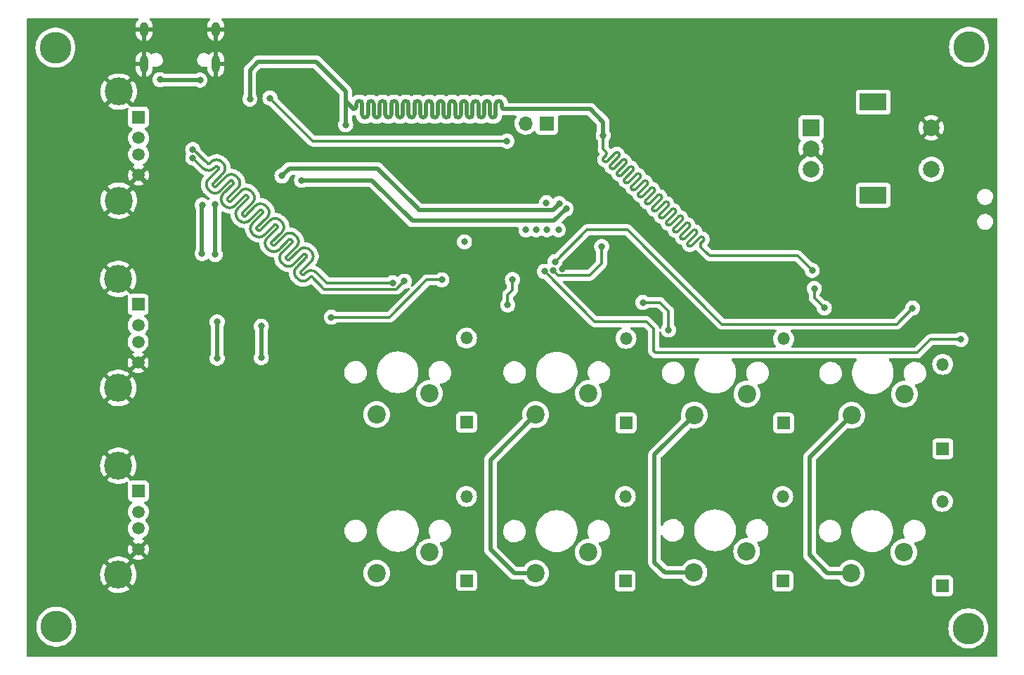
<source format=gbr>
%TF.GenerationSoftware,KiCad,Pcbnew,(6.0.10)*%
%TF.CreationDate,2023-02-08T22:59:09+05:30*%
%TF.ProjectId,macrokeypad13,6d616372-6f6b-4657-9970-616431332e6b,rev?*%
%TF.SameCoordinates,Original*%
%TF.FileFunction,Copper,L2,Bot*%
%TF.FilePolarity,Positive*%
%FSLAX46Y46*%
G04 Gerber Fmt 4.6, Leading zero omitted, Abs format (unit mm)*
G04 Created by KiCad (PCBNEW (6.0.10)) date 2023-02-08 22:59:09*
%MOMM*%
%LPD*%
G01*
G04 APERTURE LIST*
%TA.AperFunction,ComponentPad*%
%ADD10C,2.200000*%
%TD*%
%TA.AperFunction,ComponentPad*%
%ADD11R,1.500000X1.500000*%
%TD*%
%TA.AperFunction,ComponentPad*%
%ADD12O,1.500000X1.500000*%
%TD*%
%TA.AperFunction,ConnectorPad*%
%ADD13C,3.800000*%
%TD*%
%TA.AperFunction,ComponentPad*%
%ADD14C,2.600000*%
%TD*%
%TA.AperFunction,ComponentPad*%
%ADD15R,1.508000X1.508000*%
%TD*%
%TA.AperFunction,ComponentPad*%
%ADD16C,1.508000*%
%TD*%
%TA.AperFunction,ComponentPad*%
%ADD17C,3.366000*%
%TD*%
%TA.AperFunction,ComponentPad*%
%ADD18O,1.000000X2.100000*%
%TD*%
%TA.AperFunction,ComponentPad*%
%ADD19O,1.000000X1.800000*%
%TD*%
%TA.AperFunction,ComponentPad*%
%ADD20R,2.000000X2.000000*%
%TD*%
%TA.AperFunction,ComponentPad*%
%ADD21C,2.000000*%
%TD*%
%TA.AperFunction,ComponentPad*%
%ADD22R,3.200000X2.000000*%
%TD*%
%TA.AperFunction,ComponentPad*%
%ADD23R,1.700000X1.700000*%
%TD*%
%TA.AperFunction,ComponentPad*%
%ADD24O,1.700000X1.700000*%
%TD*%
%TA.AperFunction,ViaPad*%
%ADD25C,0.800000*%
%TD*%
%TA.AperFunction,Conductor*%
%ADD26C,0.300000*%
%TD*%
%TA.AperFunction,Conductor*%
%ADD27C,0.500000*%
%TD*%
G04 APERTURE END LIST*
D10*
%TO.P,K2,1,1*%
%TO.N,/col4*%
X69230000Y-90660000D03*
%TO.P,K2,2,2*%
%TO.N,Net-(D3-Pad2)*%
X75580000Y-88120000D03*
%TD*%
%TO.P,K4,1,1*%
%TO.N,/col3*%
X88360000Y-90670000D03*
%TO.P,K4,2,2*%
%TO.N,Net-(D6-Pad2)*%
X94710000Y-88130000D03*
%TD*%
%TO.P,K5,1,1*%
%TO.N,/col2*%
X107490000Y-71590000D03*
%TO.P,K5,2,2*%
%TO.N,Net-(D8-Pad2)*%
X113840000Y-69050000D03*
%TD*%
%TO.P,K1,1,1*%
%TO.N,/col4*%
X69220000Y-71530000D03*
%TO.P,K1,2,2*%
%TO.N,Net-(D2-Pad2)*%
X75570000Y-68990000D03*
%TD*%
D11*
%TO.P,D2,1,K*%
%TO.N,/row1*%
X80050000Y-72480000D03*
D12*
%TO.P,D2,2,A*%
%TO.N,Net-(D2-Pad2)*%
X80050000Y-62320000D03*
%TD*%
D13*
%TO.P,H4,1*%
%TO.N,N/C*%
X30630000Y-97110000D03*
D14*
X30630000Y-97110000D03*
%TD*%
D10*
%TO.P,K6,1,1*%
%TO.N,/col2*%
X107450000Y-90580000D03*
%TO.P,K6,2,2*%
%TO.N,Net-(D9-Pad2)*%
X113800000Y-88040000D03*
%TD*%
D15*
%TO.P,J4,1,VBUS*%
%TO.N,+5V*%
X40490000Y-58270000D03*
D16*
%TO.P,J4,2,D-*%
%TO.N,Net-(J4-Pad2)*%
X40490000Y-60770000D03*
%TO.P,J4,3,D+*%
%TO.N,Net-(J4-Pad3)*%
X40490000Y-62770000D03*
%TO.P,J4,4,GND*%
%TO.N,GND*%
X40490000Y-65270000D03*
D17*
%TO.P,J4,SH1,SHIELD*%
X38090000Y-55200000D03*
%TO.P,J4,SH2,SHIELD*%
X38090000Y-68340000D03*
%TD*%
D18*
%TO.P,J1,S1,SHIELD*%
%TO.N,GND*%
X49856814Y-29310469D03*
X41216814Y-29310469D03*
D19*
X49856814Y-25110469D03*
X41216814Y-25110469D03*
%TD*%
D11*
%TO.P,D9,1,K*%
%TO.N,/row2*%
X118140000Y-91580000D03*
D12*
%TO.P,D9,2,A*%
%TO.N,Net-(D9-Pad2)*%
X118140000Y-81420000D03*
%TD*%
D14*
%TO.P,H2,1*%
%TO.N,N/C*%
X140590000Y-27220000D03*
D13*
X140590000Y-27220000D03*
%TD*%
D20*
%TO.P,SW1,A,A*%
%TO.N,/a connect*%
X121541649Y-36985634D03*
D21*
%TO.P,SW1,B,B*%
%TO.N,/b connect*%
X121541649Y-41985634D03*
%TO.P,SW1,C,C*%
%TO.N,GND*%
X121541649Y-39485634D03*
D22*
%TO.P,SW1,MP*%
%TO.N,N/C*%
X129041649Y-45085634D03*
X129041649Y-33885634D03*
D21*
%TO.P,SW1,S1,S1*%
%TO.N,/switch c*%
X136041649Y-41985634D03*
%TO.P,SW1,S2,S2*%
%TO.N,GND*%
X136041649Y-36985634D03*
%TD*%
D11*
%TO.P,D12,1,K*%
%TO.N,/row2*%
X137380000Y-92170000D03*
D12*
%TO.P,D12,2,A*%
%TO.N,Net-(D12-Pad2)*%
X137380000Y-82010000D03*
%TD*%
D10*
%TO.P,K3,1,1*%
%TO.N,/col3*%
X88380000Y-71550000D03*
%TO.P,K3,2,2*%
%TO.N,Net-(D5-Pad2)*%
X94730000Y-69010000D03*
%TD*%
%TO.P,K7,1,1*%
%TO.N,/col1*%
X126450000Y-71620000D03*
%TO.P,K7,2,2*%
%TO.N,Net-(D11-Pad2)*%
X132800000Y-69080000D03*
%TD*%
D13*
%TO.P,H3,1*%
%TO.N,N/C*%
X140510000Y-97310000D03*
D14*
X140510000Y-97310000D03*
%TD*%
D23*
%TO.P,J2,1,Pin_1*%
%TO.N,Net-(J2-Pad1)*%
X89720000Y-36445000D03*
D24*
%TO.P,J2,2,Pin_2*%
%TO.N,Net-(J2-Pad2)*%
X87180000Y-36445000D03*
%TD*%
D11*
%TO.P,D3,1,K*%
%TO.N,/row2*%
X80050000Y-91560000D03*
D12*
%TO.P,D3,2,A*%
%TO.N,Net-(D3-Pad2)*%
X80050000Y-81400000D03*
%TD*%
D11*
%TO.P,D8,1,K*%
%TO.N,/row1*%
X118240000Y-72570000D03*
D12*
%TO.P,D8,2,A*%
%TO.N,Net-(D8-Pad2)*%
X118240000Y-62410000D03*
%TD*%
D15*
%TO.P,J3,1,VBUS*%
%TO.N,+5V*%
X40550000Y-35690000D03*
D16*
%TO.P,J3,2,D-*%
%TO.N,Net-(J3-Pad2)*%
X40550000Y-38190000D03*
%TO.P,J3,3,D+*%
%TO.N,Net-(J3-Pad3)*%
X40550000Y-40190000D03*
%TO.P,J3,4,GND*%
%TO.N,GND*%
X40550000Y-42690000D03*
D17*
%TO.P,J3,SH1,SHIELD*%
X38150000Y-32620000D03*
%TO.P,J3,SH2,SHIELD*%
X38150000Y-45760000D03*
%TD*%
D14*
%TO.P,H1,1*%
%TO.N,N/C*%
X30530000Y-27320000D03*
D13*
X30530000Y-27320000D03*
%TD*%
D10*
%TO.P,K8,1,1*%
%TO.N,/col1*%
X126380000Y-90670000D03*
%TO.P,K8,2,2*%
%TO.N,Net-(D12-Pad2)*%
X132730000Y-88130000D03*
%TD*%
D11*
%TO.P,D11,1,K*%
%TO.N,/row1*%
X137420000Y-75650000D03*
D12*
%TO.P,D11,2,A*%
%TO.N,Net-(D11-Pad2)*%
X137420000Y-65490000D03*
%TD*%
D11*
%TO.P,D6,1,K*%
%TO.N,/row2*%
X99170000Y-91570000D03*
D12*
%TO.P,D6,2,A*%
%TO.N,Net-(D6-Pad2)*%
X99170000Y-81410000D03*
%TD*%
D11*
%TO.P,D5,1,K*%
%TO.N,/row1*%
X99260000Y-72520000D03*
D12*
%TO.P,D5,2,A*%
%TO.N,Net-(D5-Pad2)*%
X99260000Y-62360000D03*
%TD*%
D15*
%TO.P,J5,1,VBUS*%
%TO.N,+5V*%
X40510000Y-80780000D03*
D16*
%TO.P,J5,2,D-*%
%TO.N,Net-(J5-Pad2)*%
X40510000Y-83280000D03*
%TO.P,J5,3,D+*%
%TO.N,Net-(J5-Pad3)*%
X40510000Y-85280000D03*
%TO.P,J5,4,GND*%
%TO.N,GND*%
X40510000Y-87780000D03*
D17*
%TO.P,J5,SH1,SHIELD*%
X38110000Y-77710000D03*
%TO.P,J5,SH2,SHIELD*%
X38110000Y-90850000D03*
%TD*%
D25*
%TO.N,/LED*%
X133790000Y-58710000D03*
X90700000Y-53130000D03*
%TO.N,/row2*%
X90460000Y-54140000D03*
%TO.N,/row1*%
X89430000Y-54290000D03*
%TO.N,/row2*%
X96330000Y-51280000D03*
%TO.N,/col1*%
X121950000Y-56350000D03*
%TO.N,/col2*%
X101290000Y-58030000D03*
%TO.N,/col3*%
X85580000Y-55260000D03*
%TO.N,/col4*%
X77080000Y-55300000D03*
%TO.N,/row1*%
X139610000Y-62490000D03*
%TO.N,/col1*%
X123150000Y-58700000D03*
%TO.N,/col2*%
X104380000Y-61340000D03*
%TO.N,/col3*%
X85010000Y-58320000D03*
%TO.N,/col4*%
X63760000Y-59820000D03*
%TO.N,GND*%
X114570000Y-62330000D03*
X95600000Y-61750000D03*
X76130000Y-61870000D03*
X76160000Y-80930000D03*
X95560000Y-81830000D03*
X114600000Y-81360000D03*
X133400000Y-81320000D03*
X133070000Y-62470000D03*
%TO.N,*%
X88440000Y-49270000D03*
X91120000Y-49270000D03*
X89720000Y-49270000D03*
X87210000Y-49290000D03*
X89670000Y-46020000D03*
%TO.N,+5V*%
X47950000Y-31220000D03*
X43130000Y-31170000D03*
X96520000Y-37890000D03*
X121700000Y-54170000D03*
X65490000Y-36620000D03*
X53950000Y-33520000D03*
%TO.N,GND*%
X52300000Y-33490000D03*
X79510000Y-49470000D03*
X56490000Y-52960000D03*
X79600000Y-41480000D03*
X42450000Y-34450000D03*
X51870000Y-26720000D03*
X87070000Y-39570000D03*
X139040000Y-46740000D03*
X96570000Y-44980000D03*
X105650000Y-39020000D03*
X47198680Y-35878143D03*
X91570000Y-54000000D03*
%TO.N,+3.3V*%
X79800000Y-50720000D03*
%TO.N,Net-(D18-Pad1)*%
X50010000Y-60370000D03*
X50010000Y-64760000D03*
X48190000Y-52130000D03*
X48210000Y-46290000D03*
%TO.N,Net-(D18-Pad2)*%
X49770000Y-46180000D03*
X49770000Y-52260000D03*
%TO.N,Net-(D19-Pad2)*%
X55330000Y-64680000D03*
X55330000Y-60900000D03*
%TO.N,/usb d-*%
X47067257Y-39604154D03*
X71150000Y-55670000D03*
%TO.N,/usb d+*%
X47078715Y-40603591D03*
X72570000Y-55470000D03*
%TO.N,/dp4*%
X57810000Y-42770000D03*
X91209285Y-46113050D03*
%TO.N,LED4*%
X56370000Y-33400000D03*
X84930000Y-38580000D03*
%TO.N,/dm4*%
X92050000Y-46740000D03*
X60180000Y-43300000D03*
%TD*%
D26*
%TO.N,/LED*%
X94550000Y-49280000D02*
X90700000Y-53130000D01*
X99450000Y-49280000D02*
X94550000Y-49280000D01*
X110820000Y-60650000D02*
X99450000Y-49280000D01*
X131850000Y-60650000D02*
X110820000Y-60650000D01*
X133790000Y-58710000D02*
X131850000Y-60650000D01*
%TO.N,/col1*%
X121950000Y-57500000D02*
X123150000Y-58700000D01*
X121950000Y-56350000D02*
X121950000Y-57500000D01*
%TO.N,/col2*%
X103360000Y-58030000D02*
X104380000Y-59050000D01*
X101290000Y-58030000D02*
X103360000Y-58030000D01*
X104380000Y-59050000D02*
X104380000Y-61340000D01*
%TO.N,/row2*%
X96330000Y-53310000D02*
X96330000Y-51280000D01*
X94890000Y-54750000D02*
X96330000Y-53310000D01*
X90460000Y-54140000D02*
X91070000Y-54750000D01*
X91070000Y-54750000D02*
X94890000Y-54750000D01*
%TO.N,/row1*%
X135980000Y-62490000D02*
X139610000Y-62490000D01*
X134360001Y-64109999D02*
X135980000Y-62490000D01*
X102819999Y-64109999D02*
X134360001Y-64109999D01*
X102600000Y-63890000D02*
X102819999Y-64109999D01*
X102600000Y-61210000D02*
X102600000Y-63890000D01*
X101730000Y-60340000D02*
X102600000Y-61210000D01*
X95480000Y-60340000D02*
X101730000Y-60340000D01*
X89430000Y-54290000D02*
X95480000Y-60340000D01*
%TO.N,/col3*%
X85010000Y-57100000D02*
X85010000Y-58320000D01*
X85580000Y-56530000D02*
X85010000Y-57100000D01*
X85580000Y-55260000D02*
X85580000Y-56530000D01*
%TO.N,/col4*%
X75270000Y-55300000D02*
X70750000Y-59820000D01*
X77080000Y-55300000D02*
X75270000Y-55300000D01*
X70750000Y-59820000D02*
X63760000Y-59820000D01*
%TO.N,+5V*%
X101789738Y-43839789D02*
X100799787Y-44829736D01*
X101224052Y-45253999D02*
X101224051Y-45254000D01*
D27*
X75180000Y-35390000D02*
X75180000Y-34740000D01*
D26*
X100092685Y-42142738D02*
X100092686Y-42142737D01*
D27*
X78680000Y-34090000D02*
X78680000Y-34740000D01*
X73080000Y-34090000D02*
X73080000Y-34740000D01*
X71680000Y-34740000D02*
X71680000Y-35390000D01*
D26*
X109360000Y-52400000D02*
X119930000Y-52400000D01*
D27*
X65480000Y-32580000D02*
X65480000Y-33030000D01*
D26*
X103486789Y-45536842D02*
X103486790Y-45536841D01*
X103769630Y-47799577D02*
X103769629Y-47799578D01*
X103769629Y-47799578D02*
X104759576Y-46809627D01*
X106880894Y-48930945D02*
X105890943Y-49920892D01*
X98678473Y-42708422D02*
X99668420Y-41718471D01*
D27*
X73780000Y-35390000D02*
X73780000Y-34740000D01*
D26*
X103486790Y-45536841D02*
X102496839Y-46526788D01*
X104618155Y-48648104D02*
X105608102Y-47658153D01*
X101224051Y-45254000D02*
X102213998Y-44264049D01*
D27*
X70280000Y-34090000D02*
X70280000Y-34740000D01*
X84630000Y-34740000D02*
X85195032Y-34740000D01*
X79380000Y-35390000D02*
X79380000Y-34740000D01*
X83580000Y-34740000D02*
X83580000Y-34090000D01*
X67480000Y-34390000D02*
X67480000Y-35390000D01*
D26*
X104335316Y-46385367D02*
X103345365Y-47375314D01*
D27*
X73080000Y-34740000D02*
X73080000Y-35390000D01*
X65490000Y-36620000D02*
X65490000Y-33040000D01*
D26*
X102072578Y-46102525D02*
X102072577Y-46102526D01*
X99244160Y-41294211D02*
X98254209Y-42284158D01*
D27*
X94970000Y-34740000D02*
X96520000Y-36290000D01*
X70980000Y-35390000D02*
X70980000Y-34740000D01*
X76580000Y-35390000D02*
X76580000Y-34740000D01*
X54930000Y-29030000D02*
X61930000Y-29030000D01*
D26*
X107163734Y-51193681D02*
X107163733Y-51193682D01*
X101789737Y-43839790D02*
X101789738Y-43839789D01*
X98395634Y-40445685D02*
X97405683Y-41435632D01*
X96520000Y-39560000D02*
X96840000Y-39880000D01*
D27*
X74480000Y-34740000D02*
X74480000Y-35390000D01*
X65490000Y-33040000D02*
X65480000Y-33030000D01*
X80780000Y-35390000D02*
X80780000Y-34740000D01*
D26*
X98395633Y-40445686D02*
X98395634Y-40445685D01*
D27*
X84280000Y-34090000D02*
X84280000Y-34390000D01*
X82880000Y-34090000D02*
X82880000Y-34740000D01*
X77280000Y-34740000D02*
X77280000Y-35390000D01*
X77980000Y-34740000D02*
X77980000Y-34090000D01*
D26*
X106315207Y-50345156D02*
X107305154Y-49355205D01*
D27*
X72380000Y-34740000D02*
X72380000Y-34090000D01*
X75880000Y-34090000D02*
X75880000Y-34740000D01*
X71680000Y-34090000D02*
X71680000Y-34740000D01*
D26*
X104335315Y-46385368D02*
X104335316Y-46385367D01*
D27*
X83580000Y-35390000D02*
X83580000Y-34740000D01*
D26*
X97829948Y-41859895D02*
X97829947Y-41859896D01*
D27*
X72380000Y-35390000D02*
X72380000Y-34740000D01*
D26*
X100941211Y-42991264D02*
X100941212Y-42991263D01*
X96981421Y-41011370D02*
X97971368Y-40021419D01*
D27*
X80080000Y-34090000D02*
X80080000Y-34740000D01*
D26*
X104618156Y-48648103D02*
X104618155Y-48648104D01*
D27*
X53950000Y-33520000D02*
X53950000Y-30010000D01*
D26*
X100375526Y-44405473D02*
X100375525Y-44405474D01*
X99527000Y-43556947D02*
X99526999Y-43556948D01*
D27*
X47950000Y-31220000D02*
X43180000Y-31220000D01*
X67480000Y-34090000D02*
X67480000Y-34390000D01*
X75180000Y-34740000D02*
X75180000Y-34090000D01*
D26*
X99244159Y-41294212D02*
X99244160Y-41294211D01*
X102921104Y-46951051D02*
X102921103Y-46951052D01*
D27*
X82180000Y-34740000D02*
X82180000Y-34090000D01*
D26*
X100941212Y-42991263D02*
X99951261Y-43981210D01*
D27*
X68880000Y-34740000D02*
X68880000Y-35390000D01*
D26*
X96840000Y-40304264D02*
X96557157Y-40587106D01*
X119930000Y-52400000D02*
X121700000Y-54170000D01*
X96520000Y-37890000D02*
X96520000Y-39560000D01*
X105466682Y-49496629D02*
X105466681Y-49496630D01*
D27*
X65480000Y-33030000D02*
X65480000Y-33790000D01*
X69580000Y-35390000D02*
X69580000Y-34740000D01*
D26*
X102638263Y-44688316D02*
X102638264Y-44688315D01*
D27*
X77280000Y-34090000D02*
X77280000Y-34740000D01*
D26*
X100375525Y-44405474D02*
X101365472Y-43415523D01*
X97829947Y-41859896D02*
X98819894Y-40869945D01*
D27*
X75880000Y-34740000D02*
X75880000Y-35390000D01*
D26*
X99526999Y-43556948D02*
X100516946Y-42566997D01*
D27*
X78680000Y-34740000D02*
X78680000Y-35390000D01*
D26*
X106032367Y-48082420D02*
X106032368Y-48082419D01*
X102072577Y-46102526D02*
X103062524Y-45112575D01*
X106880893Y-48930946D02*
X106880894Y-48930945D01*
D27*
X65480000Y-33790000D02*
X66430000Y-34740000D01*
X76580000Y-34740000D02*
X76580000Y-34090000D01*
X96520000Y-36290000D02*
X96520000Y-37890000D01*
D26*
X105183842Y-47233893D02*
X104193891Y-48223840D01*
X107729419Y-49779472D02*
X107729420Y-49779471D01*
X102638264Y-44688315D02*
X101648313Y-45678262D01*
X98678474Y-42708421D02*
X98678473Y-42708422D01*
D27*
X81480000Y-34740000D02*
X81480000Y-35390000D01*
X85195032Y-34740000D02*
X94970000Y-34740000D01*
X69580000Y-34740000D02*
X69580000Y-34090000D01*
X80080000Y-34740000D02*
X80080000Y-35390000D01*
D26*
X106315208Y-50345155D02*
X106315207Y-50345156D01*
D27*
X81480000Y-34090000D02*
X81480000Y-34740000D01*
X70980000Y-34740000D02*
X70980000Y-34090000D01*
D26*
X102921103Y-46951052D02*
X103911050Y-45961101D01*
D27*
X61930000Y-29030000D02*
X65480000Y-32580000D01*
X82880000Y-34740000D02*
X82880000Y-35390000D01*
D26*
X108577946Y-50627997D02*
X108295102Y-50910838D01*
X100092686Y-42142737D02*
X99102735Y-43132684D01*
X96839999Y-40304265D02*
X96840000Y-40304264D01*
X106032368Y-48082419D02*
X105042417Y-49072366D01*
X107729420Y-49779471D02*
X106739469Y-50769418D01*
D27*
X53950000Y-30010000D02*
X54930000Y-29030000D01*
D26*
X108724172Y-51764172D02*
X109360000Y-52400000D01*
X108577945Y-50627998D02*
X108577946Y-50627997D01*
D27*
X68880000Y-34090000D02*
X68880000Y-34740000D01*
X80780000Y-34740000D02*
X80780000Y-34090000D01*
X70280000Y-34740000D02*
X70280000Y-35390000D01*
X66780000Y-34390000D02*
X66780000Y-34090000D01*
D26*
X108295102Y-51335102D02*
X108724172Y-51764172D01*
X105466681Y-49496630D02*
X106456628Y-48506679D01*
D27*
X73780000Y-34740000D02*
X73780000Y-34090000D01*
D26*
X96981422Y-41011369D02*
X96981421Y-41011370D01*
D27*
X74480000Y-34090000D02*
X74480000Y-34740000D01*
D26*
X107163733Y-51193682D02*
X108153680Y-50203731D01*
D27*
X77980000Y-35390000D02*
X77980000Y-34740000D01*
X43180000Y-31220000D02*
X43130000Y-31170000D01*
D26*
X105183841Y-47233894D02*
X105183842Y-47233893D01*
D27*
X68180000Y-35390000D02*
X68180000Y-34740000D01*
X68180000Y-34740000D02*
X68180000Y-34090000D01*
X79380000Y-34740000D02*
X79380000Y-34090000D01*
X82180000Y-35390000D02*
X82180000Y-34740000D01*
D26*
X106739419Y-51193732D02*
G75*
G02*
X106739469Y-50769418I212181J212132D01*
G01*
X105042416Y-49496631D02*
G75*
G02*
X105042418Y-49072367I212084J212131D01*
G01*
D27*
X82880000Y-34090000D02*
G75*
G03*
X82530000Y-33740000I-350000J0D01*
G01*
D26*
X105890967Y-50345132D02*
G75*
G02*
X105890943Y-49920892I212133J212132D01*
G01*
X103345411Y-47799532D02*
G75*
G02*
X103345365Y-47375314I212089J212132D01*
G01*
D27*
X67130000Y-33740000D02*
G75*
G03*
X66780000Y-34090000I0J-350000D01*
G01*
D26*
X99244133Y-40869974D02*
G75*
G03*
X98819895Y-40869946I-212133J-212126D01*
G01*
X107729379Y-49779432D02*
G75*
G03*
X107729419Y-49355208I-212079J212132D01*
G01*
D27*
X76230000Y-35740000D02*
G75*
G02*
X75880000Y-35390000I0J350000D01*
G01*
X81480000Y-34090000D02*
G75*
G03*
X81130000Y-33740000I-350000J0D01*
G01*
X77280000Y-34090000D02*
G75*
G03*
X76930000Y-33740000I-350000J0D01*
G01*
D26*
X101789780Y-43839833D02*
G75*
G03*
X101789738Y-43415525I-212180J212133D01*
G01*
X105466632Y-49496579D02*
G75*
G02*
X105042418Y-49496629I-212132J212079D01*
G01*
D27*
X69230000Y-35740000D02*
G75*
G02*
X68880000Y-35390000I0J350000D01*
G01*
X79030000Y-35740000D02*
G75*
G02*
X78680000Y-35390000I0J350000D01*
G01*
X66780000Y-34390000D02*
G75*
G02*
X66430000Y-34740000I-350000J0D01*
G01*
X69930000Y-33740000D02*
G75*
G03*
X69580000Y-34090000I0J-350000D01*
G01*
X75530000Y-33740000D02*
G75*
G03*
X75180000Y-34090000I0J-350000D01*
G01*
D26*
X100092733Y-41718426D02*
G75*
G03*
X99668421Y-41718472I-212133J-212174D01*
G01*
X104335279Y-46385332D02*
G75*
G03*
X104335315Y-45961104I-212079J212132D01*
G01*
X100092679Y-42142732D02*
G75*
G03*
X100092685Y-41718474I-212079J212132D01*
G01*
X107729434Y-49355193D02*
G75*
G03*
X107305154Y-49355205I-212134J-212107D01*
G01*
D27*
X68180000Y-35390000D02*
G75*
G02*
X67830000Y-35740000I-350000J0D01*
G01*
D26*
X100375533Y-44405480D02*
G75*
G02*
X99951261Y-44405474I-212133J212180D01*
G01*
D27*
X78330000Y-33740000D02*
G75*
G03*
X77980000Y-34090000I0J-350000D01*
G01*
X84280000Y-34090000D02*
G75*
G03*
X83930000Y-33740000I-350000J0D01*
G01*
X68880000Y-34090000D02*
G75*
G03*
X68530000Y-33740000I-350000J0D01*
G01*
D26*
X96839967Y-40304232D02*
G75*
G03*
X96840000Y-39880000I-212067J212132D01*
G01*
X106880934Y-48506641D02*
G75*
G03*
X106456628Y-48506679I-212134J-212159D01*
G01*
X98395634Y-40021421D02*
G75*
G03*
X97971368Y-40021419I-212134J-212179D01*
G01*
D27*
X71680000Y-34090000D02*
G75*
G03*
X71330000Y-33740000I-350000J0D01*
G01*
X73080000Y-34090000D02*
G75*
G03*
X72730000Y-33740000I-350000J0D01*
G01*
D26*
X96981433Y-41011380D02*
G75*
G02*
X96557157Y-41011370I-212133J212180D01*
G01*
D27*
X67480000Y-34090000D02*
G75*
G03*
X67130000Y-33740000I-350000J0D01*
G01*
D26*
X106032334Y-47658189D02*
G75*
G03*
X105608102Y-47658153I-212134J-212111D01*
G01*
D27*
X68530000Y-33740000D02*
G75*
G03*
X68180000Y-34090000I0J-350000D01*
G01*
D26*
X98395680Y-40445733D02*
G75*
G03*
X98395634Y-40021421I-212180J212133D01*
G01*
X103486779Y-45536832D02*
G75*
G03*
X103486789Y-45112578I-212079J212132D01*
G01*
X102072532Y-46102479D02*
G75*
G02*
X101648314Y-46102525I-212132J212079D01*
G01*
X104335334Y-45961085D02*
G75*
G03*
X103911050Y-45961101I-212134J-212115D01*
G01*
D27*
X70980000Y-35390000D02*
G75*
G02*
X70630000Y-35740000I-350000J0D01*
G01*
X76580000Y-35390000D02*
G75*
G02*
X76230000Y-35740000I-350000J0D01*
G01*
X77630000Y-35740000D02*
G75*
G02*
X77280000Y-35390000I0J350000D01*
G01*
X75180000Y-35390000D02*
G75*
G02*
X74830000Y-35740000I-350000J0D01*
G01*
X74130000Y-33740000D02*
G75*
G03*
X73780000Y-34090000I0J-350000D01*
G01*
D26*
X108295072Y-51335132D02*
G75*
G02*
X108295102Y-50910838I212128J212132D01*
G01*
X101224032Y-45253979D02*
G75*
G02*
X100799788Y-45253999I-212132J212079D01*
G01*
D27*
X80780000Y-35390000D02*
G75*
G02*
X80430000Y-35740000I-350000J0D01*
G01*
X70630000Y-35740000D02*
G75*
G02*
X70280000Y-35390000I0J350000D01*
G01*
X81130000Y-33740000D02*
G75*
G03*
X80780000Y-34090000I0J-350000D01*
G01*
D26*
X101789733Y-43415530D02*
G75*
G03*
X101365473Y-43415524I-212133J-212170D01*
G01*
X108577934Y-50203745D02*
G75*
G03*
X108153680Y-50203731I-212134J-212155D01*
G01*
X98254199Y-42708432D02*
G75*
G02*
X98254209Y-42284158I212101J212132D01*
G01*
D27*
X83930000Y-33740000D02*
G75*
G03*
X83580000Y-34090000I0J-350000D01*
G01*
X79730000Y-33740000D02*
G75*
G03*
X79380000Y-34090000I0J-350000D01*
G01*
D26*
X102496859Y-46951032D02*
G75*
G02*
X102496839Y-46526788I212141J212132D01*
G01*
X100941234Y-42566977D02*
G75*
G03*
X100516946Y-42566997I-212134J-212123D01*
G01*
D27*
X82530000Y-33740000D02*
G75*
G03*
X82180000Y-34090000I0J-350000D01*
G01*
D26*
X103486834Y-45112533D02*
G75*
G03*
X103062524Y-45112575I-212134J-212167D01*
G01*
X104618132Y-48648079D02*
G75*
G02*
X104193892Y-48648103I-212132J212079D01*
G01*
D27*
X83580000Y-35390000D02*
G75*
G02*
X83230000Y-35740000I-350000J0D01*
G01*
X82180000Y-35390000D02*
G75*
G02*
X81830000Y-35740000I-350000J0D01*
G01*
D26*
X99527033Y-43556980D02*
G75*
G02*
X99102735Y-43556948I-212133J212180D01*
G01*
X103769633Y-47799580D02*
G75*
G02*
X103345365Y-47799578I-212133J212180D01*
G01*
X99244180Y-41294233D02*
G75*
G03*
X99244160Y-40869947I-212180J212133D01*
G01*
X97405648Y-41859931D02*
G75*
G02*
X97405684Y-41435633I212152J212131D01*
G01*
D27*
X72730000Y-33740000D02*
G75*
G03*
X72380000Y-34090000I0J-350000D01*
G01*
D26*
X99951303Y-44405432D02*
G75*
G02*
X99951261Y-43981210I212097J212132D01*
G01*
D27*
X67830000Y-35740000D02*
G75*
G02*
X67480000Y-35390000I0J350000D01*
G01*
D26*
X100941179Y-42991232D02*
G75*
G03*
X100941211Y-42567000I-212079J212132D01*
G01*
X97829932Y-41859879D02*
G75*
G02*
X97405684Y-41859895I-212132J212079D01*
G01*
D27*
X83230000Y-35740000D02*
G75*
G02*
X82880000Y-35390000I0J350000D01*
G01*
X81830000Y-35740000D02*
G75*
G02*
X81480000Y-35390000I0J350000D01*
G01*
X77980000Y-35390000D02*
G75*
G02*
X77630000Y-35740000I-350000J0D01*
G01*
D26*
X100799755Y-45254032D02*
G75*
G02*
X100799787Y-44829736I212145J212132D01*
G01*
X106032380Y-48082433D02*
G75*
G03*
X106032368Y-47658155I-212180J212133D01*
G01*
D27*
X79380000Y-35390000D02*
G75*
G02*
X79030000Y-35740000I-350000J0D01*
G01*
D26*
X106880879Y-48930932D02*
G75*
G03*
X106880893Y-48506682I-212079J212132D01*
G01*
X107163732Y-51193679D02*
G75*
G02*
X106739470Y-51193681I-212132J212079D01*
G01*
X105183834Y-46809637D02*
G75*
G03*
X104759576Y-46809627I-212134J-212163D01*
G01*
D27*
X84630000Y-34740000D02*
G75*
G02*
X84280000Y-34390000I0J350000D01*
G01*
D26*
X96557196Y-41011331D02*
G75*
G02*
X96557158Y-40587107I212104J212131D01*
G01*
X102638234Y-44264081D02*
G75*
G03*
X102213998Y-44264049I-212134J-212119D01*
G01*
D27*
X78680000Y-34090000D02*
G75*
G03*
X78330000Y-33740000I-350000J0D01*
G01*
X74480000Y-34090000D02*
G75*
G03*
X74130000Y-33740000I-350000J0D01*
G01*
X75880000Y-34090000D02*
G75*
G03*
X75530000Y-33740000I-350000J0D01*
G01*
D26*
X108577980Y-50628033D02*
G75*
G03*
X108577946Y-50203733I-212180J212133D01*
G01*
X99102752Y-43556931D02*
G75*
G02*
X99102736Y-43132685I212148J212131D01*
G01*
X105183880Y-47233933D02*
G75*
G03*
X105183842Y-46809629I-212180J212133D01*
G01*
D27*
X71330000Y-33740000D02*
G75*
G03*
X70980000Y-34090000I0J-350000D01*
G01*
D26*
X101648307Y-46102532D02*
G75*
G02*
X101648313Y-45678262I212093J212132D01*
G01*
D27*
X72030000Y-35740000D02*
G75*
G02*
X71680000Y-35390000I0J350000D01*
G01*
D26*
X102638280Y-44688333D02*
G75*
G03*
X102638264Y-44264051I-212180J212133D01*
G01*
X104193863Y-48648132D02*
G75*
G02*
X104193891Y-48223840I212137J212132D01*
G01*
D27*
X73780000Y-35390000D02*
G75*
G02*
X73430000Y-35740000I-350000J0D01*
G01*
X80080000Y-34090000D02*
G75*
G03*
X79730000Y-33740000I-350000J0D01*
G01*
X72380000Y-35390000D02*
G75*
G02*
X72030000Y-35740000I-350000J0D01*
G01*
D26*
X98678432Y-42708379D02*
G75*
G02*
X98254210Y-42708421I-212132J212079D01*
G01*
X106315233Y-50345180D02*
G75*
G02*
X105890943Y-50345156I-212133J212180D01*
G01*
D27*
X69580000Y-35390000D02*
G75*
G02*
X69230000Y-35740000I-350000J0D01*
G01*
D26*
X102921133Y-46951080D02*
G75*
G02*
X102496839Y-46951052I-212133J212180D01*
G01*
D27*
X74830000Y-35740000D02*
G75*
G02*
X74480000Y-35390000I0J350000D01*
G01*
X70280000Y-34090000D02*
G75*
G03*
X69930000Y-33740000I-350000J0D01*
G01*
X80430000Y-35740000D02*
G75*
G02*
X80080000Y-35390000I0J350000D01*
G01*
X76930000Y-33740000D02*
G75*
G03*
X76580000Y-34090000I0J-350000D01*
G01*
X73430000Y-35740000D02*
G75*
G02*
X73080000Y-35390000I0J350000D01*
G01*
D26*
%TO.N,GND*%
X51870000Y-29740000D02*
X51870000Y-26720000D01*
X52300000Y-33490000D02*
X52300000Y-30170000D01*
X52300000Y-30170000D02*
X51870000Y-29740000D01*
D27*
%TO.N,Net-(D18-Pad1)*%
X48190000Y-52130000D02*
X48190000Y-46310000D01*
X48190000Y-46310000D02*
X48210000Y-46290000D01*
X50010000Y-60370000D02*
X50010000Y-64760000D01*
%TO.N,Net-(D18-Pad2)*%
X49770000Y-46180000D02*
X49770000Y-52260000D01*
%TO.N,Net-(D19-Pad2)*%
X55330000Y-60900000D02*
X55330000Y-64680000D01*
%TO.N,/col3*%
X85810000Y-90670000D02*
X88360000Y-90670000D01*
X88380000Y-71550000D02*
X82940000Y-76990000D01*
X82940000Y-87800000D02*
X85810000Y-90670000D01*
X82940000Y-76990000D02*
X82940000Y-87800000D01*
%TO.N,/col2*%
X102700000Y-89370000D02*
X103910000Y-90580000D01*
X103910000Y-90580000D02*
X107450000Y-90580000D01*
X107490000Y-71590000D02*
X102700000Y-76380000D01*
X102700000Y-76380000D02*
X102700000Y-89370000D01*
%TO.N,/col1*%
X121370000Y-88500000D02*
X123540000Y-90670000D01*
X126450000Y-71620000D02*
X121370000Y-76700000D01*
X121370000Y-76700000D02*
X121370000Y-88500000D01*
X123540000Y-90670000D02*
X126380000Y-90670000D01*
D26*
%TO.N,/usb d-*%
X57800104Y-49557212D02*
X57800104Y-49557213D01*
X61954347Y-54418563D02*
X63205785Y-55670000D01*
X51259373Y-45668132D02*
X51259373Y-45668133D01*
X49491609Y-43900368D02*
X49491609Y-43900369D01*
X58330429Y-52739188D02*
X58330429Y-52739189D01*
X61335632Y-53092741D02*
X60098193Y-54330176D01*
X50729047Y-42486156D02*
X49491609Y-43723592D01*
X57623327Y-48143000D02*
X57623327Y-48142999D01*
X58330429Y-52739189D02*
X58507205Y-52915965D01*
X63205785Y-55670000D02*
X71150000Y-55670000D01*
X60098193Y-54506953D02*
X60274969Y-54683729D01*
X55148454Y-49380437D02*
X56385889Y-48142998D01*
X59567868Y-51324976D02*
X59567868Y-51324977D01*
X53380690Y-47612674D02*
X53380690Y-47612673D01*
X51612926Y-45844910D02*
X51612926Y-45844909D01*
X51612926Y-45844909D02*
X52850361Y-44607470D01*
X47067257Y-39604154D02*
X47139939Y-39604154D01*
X53027137Y-47435896D02*
X53027137Y-47435897D01*
X52496812Y-44253921D02*
X51259373Y-45491356D01*
X50552271Y-41071943D02*
X50552270Y-41071942D01*
X49049670Y-41337109D02*
X49314834Y-41071942D01*
X59391091Y-49910763D02*
X59567867Y-50087539D01*
X49491609Y-43900369D02*
X49668385Y-44077145D01*
X55148454Y-49380438D02*
X55148454Y-49380437D01*
X54794901Y-49203661D02*
X54971677Y-49380437D01*
X52496812Y-44253920D02*
X52496812Y-44253921D01*
X47139939Y-39604154D02*
X48872892Y-41337107D01*
X61158855Y-51678528D02*
X61158855Y-51678527D01*
X57800104Y-49557213D02*
X56562665Y-50794648D01*
X54264576Y-46021684D02*
X54264576Y-46021685D01*
X52320035Y-42839708D02*
X52320035Y-42839707D01*
X60451746Y-54683730D02*
X60451746Y-54683729D01*
X52320035Y-42839707D02*
X52496811Y-43016483D01*
X61335632Y-53092740D02*
X61335632Y-53092741D01*
X57623327Y-48142999D02*
X57800103Y-48319775D01*
X56562665Y-50971424D02*
X56562665Y-50971425D01*
X58683982Y-52915965D02*
X59921417Y-51678526D01*
X49845162Y-44077146D02*
X49845162Y-44077145D01*
X61158855Y-51678527D02*
X61335631Y-51855303D01*
X56916218Y-51148201D02*
X58153653Y-49910762D01*
X56032340Y-47789448D02*
X56032340Y-47789449D01*
X56032340Y-47789449D02*
X54794901Y-49026884D01*
X53027137Y-47435897D02*
X53203913Y-47612673D01*
X49845162Y-44077145D02*
X51082597Y-42839706D01*
X50552270Y-41071942D02*
X50729046Y-41248718D01*
X56916218Y-51148202D02*
X56916218Y-51148201D01*
X54087799Y-44607471D02*
X54264575Y-44784247D01*
X54794901Y-49203660D02*
X54794901Y-49203661D01*
X55855563Y-46375236D02*
X55855563Y-46375235D01*
X51259373Y-45668133D02*
X51436149Y-45844909D01*
X55855563Y-46375235D02*
X56032339Y-46552011D01*
X56562665Y-50971425D02*
X56739441Y-51148201D01*
X61954348Y-54418564D02*
X61954347Y-54418563D01*
X59567868Y-51324977D02*
X58330429Y-52562412D01*
X58683982Y-52915966D02*
X58683982Y-52915965D01*
X59391091Y-49910764D02*
X59391091Y-49910763D01*
X54087799Y-44607472D02*
X54087799Y-44607471D01*
X50729047Y-42486155D02*
X50729047Y-42486156D01*
X60451746Y-54683729D02*
X60716911Y-54418563D01*
X54264576Y-46021685D02*
X53027137Y-47259120D01*
X60098193Y-54506952D02*
X60098193Y-54506953D01*
X53380690Y-47612673D02*
X54618125Y-46375234D01*
X52496809Y-44253917D02*
G75*
G03*
X52496810Y-43016484I-618709J618717D01*
G01*
X53027145Y-47435888D02*
G75*
G02*
X53027137Y-47259120I88355J88388D01*
G01*
X60451787Y-54683771D02*
G75*
G02*
X60274970Y-54683728I-88387J88471D01*
G01*
X54794873Y-49203688D02*
G75*
G02*
X54794901Y-49026884I88427J88388D01*
G01*
X58330429Y-52739188D02*
G75*
G02*
X58330429Y-52562412I88371J88388D01*
G01*
X57623320Y-48143007D02*
G75*
G03*
X56385889Y-48142998I-618720J-618693D01*
G01*
X49845188Y-44077172D02*
G75*
G02*
X49668385Y-44077145I-88388J88372D01*
G01*
X59391120Y-49910735D02*
G75*
G03*
X58153653Y-49910762I-618720J-618765D01*
G01*
X50552319Y-41071895D02*
G75*
G03*
X49314834Y-41071942I-618719J-618805D01*
G01*
X50729009Y-42486117D02*
G75*
G03*
X50729045Y-41248719I-618709J618717D01*
G01*
X58683988Y-52915972D02*
G75*
G02*
X58507205Y-52915965I-88388J88372D01*
G01*
X52320019Y-42839724D02*
G75*
G03*
X51082598Y-42839707I-618719J-618676D01*
G01*
X55855519Y-46375280D02*
G75*
G03*
X54618126Y-46375235I-618719J-618720D01*
G01*
X49491590Y-43900387D02*
G75*
G02*
X49491610Y-43723593I88410J88387D01*
G01*
X54264609Y-46021717D02*
G75*
G03*
X54264574Y-44784248I-618709J618717D01*
G01*
X61335609Y-53092717D02*
G75*
G03*
X61335630Y-51855304I-618709J618717D01*
G01*
X60098157Y-54506988D02*
G75*
G02*
X60098193Y-54330176I88443J88388D01*
G01*
X56562701Y-50971388D02*
G75*
G02*
X56562665Y-50794648I88399J88388D01*
G01*
X57800109Y-49557217D02*
G75*
G03*
X57800102Y-48319776I-618709J618717D01*
G01*
X55148487Y-49380471D02*
G75*
G02*
X54971678Y-49380436I-88387J88471D01*
G01*
X59567910Y-51325018D02*
G75*
G03*
X59567867Y-50087539I-618810J618718D01*
G01*
X49049688Y-41337127D02*
G75*
G02*
X48872892Y-41337107I-88388J88427D01*
G01*
X56916188Y-51148172D02*
G75*
G02*
X56739441Y-51148201I-88388J88372D01*
G01*
X61954319Y-54418593D02*
G75*
G03*
X60716911Y-54418563I-618719J-618707D01*
G01*
X51259418Y-45668087D02*
G75*
G02*
X51259374Y-45491357I88382J88387D01*
G01*
X56032309Y-47789417D02*
G75*
G03*
X56032338Y-46552012I-618709J618717D01*
G01*
X51612888Y-45844872D02*
G75*
G02*
X51436149Y-45844909I-88388J88372D01*
G01*
X53380688Y-47612672D02*
G75*
G02*
X53203913Y-47612673I-88388J88372D01*
G01*
X61158820Y-51678563D02*
G75*
G03*
X59921417Y-51678526I-618720J-618637D01*
G01*
X54087819Y-44607452D02*
G75*
G03*
X52850362Y-44607471I-618719J-618748D01*
G01*
%TO.N,/usb d+*%
X61424017Y-54948893D02*
X62895124Y-56420000D01*
X54264571Y-49733990D02*
X54264571Y-49733991D01*
X60628525Y-52208858D02*
X60628525Y-52208857D01*
X56032335Y-51501755D02*
X56209111Y-51678531D01*
X57800099Y-53269518D02*
X57800099Y-53269519D01*
X49580001Y-41867440D02*
X49579999Y-41867439D01*
X62895124Y-56420000D02*
X71620000Y-56420000D01*
X60982076Y-55214060D02*
X60982076Y-55214059D01*
X52496807Y-47966227D02*
X52673583Y-48143003D01*
X49579999Y-41867439D02*
X49845165Y-41602274D01*
X47078715Y-40603591D02*
X48342561Y-41867438D01*
X53911020Y-48143004D02*
X53911020Y-48143003D01*
X55678784Y-49910767D02*
X56916221Y-48673330D01*
X58860761Y-50441093D02*
X59037537Y-50617869D01*
X51789705Y-43370038D02*
X51789705Y-43370037D01*
X59567863Y-55037283D02*
X59744639Y-55214059D01*
X51966482Y-43723590D02*
X51966482Y-43723591D01*
X58860761Y-50441094D02*
X58860761Y-50441093D01*
X52143256Y-46375239D02*
X53380693Y-45137802D01*
X57800099Y-53269519D02*
X57976875Y-53446295D01*
X53911020Y-48143003D02*
X55148457Y-46905566D01*
X53557469Y-45137801D02*
X53734245Y-45314577D01*
X49579998Y-42574545D02*
X49579997Y-42574543D01*
X59037538Y-50794646D02*
X59037538Y-50794647D01*
X51966482Y-43723591D02*
X50729043Y-44961026D01*
X59037538Y-50794647D02*
X57800099Y-52032082D01*
X50021941Y-41602274D02*
X50198717Y-41779050D01*
X55678784Y-49910768D02*
X55678784Y-49910767D01*
X71620000Y-56420000D02*
X72570000Y-55470000D01*
X55502010Y-47259119D02*
X54264571Y-48496554D01*
X55325233Y-46905565D02*
X55502009Y-47082341D01*
X57269774Y-49026883D02*
X56032335Y-50264318D01*
X57269774Y-49026882D02*
X57269774Y-49026883D01*
X53734246Y-45491354D02*
X53734246Y-45491355D01*
X50198716Y-41955826D02*
X49579998Y-42574545D01*
X57446548Y-51678532D02*
X57446548Y-51678531D01*
X52143256Y-46375240D02*
X52143256Y-46375239D01*
X59567863Y-55037282D02*
X59567863Y-55037283D01*
X51789705Y-43370037D02*
X51966481Y-43546813D01*
X50198718Y-41955827D02*
X50198716Y-41955826D01*
X50021942Y-41602275D02*
X50021941Y-41602274D01*
X55502010Y-47259118D02*
X55502010Y-47259119D01*
X48961279Y-44430699D02*
X49138055Y-44607475D01*
X53557469Y-45137802D02*
X53557469Y-45137801D01*
X61424018Y-54948894D02*
X61424017Y-54948893D01*
X57446548Y-51678531D02*
X58683985Y-50441094D01*
X59214312Y-53446295D02*
X60451749Y-52208858D01*
X57092997Y-48673330D02*
X57092997Y-48673329D01*
X53734246Y-45491355D02*
X52496807Y-46728790D01*
X50729043Y-46198463D02*
X50905819Y-46375239D01*
X52496807Y-47966226D02*
X52496807Y-47966227D01*
X60805302Y-52562410D02*
X60805302Y-52562411D01*
X50729043Y-46198462D02*
X50729043Y-46198463D01*
X60805302Y-52562411D02*
X59567863Y-53799846D01*
X56032335Y-51501754D02*
X56032335Y-51501755D01*
X50375492Y-44607475D02*
X51612929Y-43370038D01*
X60628525Y-52208857D02*
X60805301Y-52385633D01*
X55325233Y-46905566D02*
X55325233Y-46905565D01*
X59214312Y-53446296D02*
X59214312Y-53446295D01*
X49579997Y-42574543D02*
X48961279Y-43193262D01*
X54264571Y-49733991D02*
X54441347Y-49910767D01*
X60982076Y-55214059D02*
X61247241Y-54948893D01*
X48961279Y-44430698D02*
X48961279Y-44430699D01*
X57092997Y-48673329D02*
X57269773Y-48850105D01*
X50375492Y-44607476D02*
X50375492Y-44607475D01*
X57269779Y-49026887D02*
G75*
G03*
X57269772Y-48850106I-88379J88387D01*
G01*
X59037580Y-50794688D02*
G75*
G03*
X59037537Y-50617869I-88480J88388D01*
G01*
X55325233Y-46905566D02*
G75*
G03*
X55148457Y-46905566I-88388J-88386D01*
G01*
X54264544Y-49734017D02*
G75*
G02*
X54264572Y-48496555I618756J618717D01*
G01*
X50375518Y-44607502D02*
G75*
G02*
X49138055Y-44607475I-618718J618702D01*
G01*
X58860761Y-50441094D02*
G75*
G03*
X58683985Y-50441094I-88388J-88386D01*
G01*
X50729088Y-46198417D02*
G75*
G02*
X50729044Y-44961027I618712J618717D01*
G01*
X56032371Y-51501718D02*
G75*
G02*
X56032335Y-50264318I618729J618718D01*
G01*
X53911018Y-48143002D02*
G75*
G02*
X52673583Y-48143003I-618718J618702D01*
G01*
X48961259Y-44430718D02*
G75*
G02*
X48961279Y-43193262I618741J618718D01*
G01*
X52143218Y-46375202D02*
G75*
G02*
X50905819Y-46375239I-618718J618702D01*
G01*
X49580019Y-41867458D02*
G75*
G02*
X48342561Y-41867438I-618719J618758D01*
G01*
X61423989Y-54948923D02*
G75*
G03*
X61247241Y-54948893I-88389J-88377D01*
G01*
X51966479Y-43723587D02*
G75*
G03*
X51966480Y-43546814I-88379J88387D01*
G01*
X59214318Y-53446302D02*
G75*
G02*
X57976875Y-53446295I-618718J618702D01*
G01*
X53734279Y-45491387D02*
G75*
G03*
X53734244Y-45314578I-88379J88387D01*
G01*
X52496815Y-47966218D02*
G75*
G02*
X52496807Y-46728790I618685J618718D01*
G01*
X60628525Y-52208858D02*
G75*
G03*
X60451749Y-52208858I-88388J-88386D01*
G01*
X59567827Y-55037318D02*
G75*
G02*
X59567863Y-53799846I618773J618718D01*
G01*
X57800099Y-53269518D02*
G75*
G02*
X57800099Y-52032082I618701J618718D01*
G01*
X60982117Y-55214101D02*
G75*
G02*
X59744640Y-55214058I-618717J618801D01*
G01*
X57446518Y-51678502D02*
G75*
G02*
X56209111Y-51678531I-618718J618702D01*
G01*
X53557469Y-45137802D02*
G75*
G03*
X53380693Y-45137802I-88388J-88386D01*
G01*
X50198679Y-41955788D02*
G75*
G03*
X50198717Y-41779050I-88379J88388D01*
G01*
X60805279Y-52562387D02*
G75*
G03*
X60805300Y-52385634I-88379J88387D01*
G01*
X51789705Y-43370038D02*
G75*
G03*
X51612929Y-43370038I-88388J-88386D01*
G01*
X55501979Y-47259087D02*
G75*
G03*
X55502008Y-47082342I-88379J88387D01*
G01*
X50021989Y-41602228D02*
G75*
G03*
X49845165Y-41602274I-88389J-88472D01*
G01*
X55678817Y-49910801D02*
G75*
G02*
X54441348Y-49910766I-618717J618801D01*
G01*
X57092997Y-48673330D02*
G75*
G03*
X56916221Y-48673330I-88388J-88386D01*
G01*
D27*
%TO.N,/dp4*%
X74190000Y-46730000D02*
X74190000Y-46770000D01*
X57810000Y-42770000D02*
X58720000Y-41860000D01*
X74290000Y-46870000D02*
X90452335Y-46870000D01*
X74190000Y-46770000D02*
X74290000Y-46870000D01*
X90452335Y-46870000D02*
X91209285Y-46113050D01*
X69320000Y-41860000D02*
X74190000Y-46730000D01*
X58720000Y-41860000D02*
X69320000Y-41860000D01*
D26*
%TO.N,LED4*%
X84930000Y-38580000D02*
X61550000Y-38580000D01*
X61550000Y-38580000D02*
X56370000Y-33400000D01*
D27*
%TO.N,/dm4*%
X73520000Y-48200000D02*
X90590000Y-48200000D01*
X90590000Y-48200000D02*
X92050000Y-46740000D01*
X68620000Y-43300000D02*
X73520000Y-48200000D01*
X60180000Y-43300000D02*
X68620000Y-43300000D01*
%TD*%
%TA.AperFunction,Conductor*%
%TO.N,GND*%
G36*
X40491284Y-23788502D02*
G01*
X40537777Y-23842158D01*
X40547881Y-23912432D01*
X40518387Y-23977012D01*
X40511322Y-23984522D01*
X40504182Y-23991514D01*
X40385036Y-24133508D01*
X40378106Y-24143628D01*
X40288812Y-24306054D01*
X40283980Y-24317327D01*
X40227934Y-24494007D01*
X40225384Y-24506001D01*
X40209207Y-24650230D01*
X40208814Y-24657254D01*
X40208814Y-24838354D01*
X40213289Y-24853593D01*
X40214679Y-24854798D01*
X40222362Y-24856469D01*
X42206699Y-24856469D01*
X42221938Y-24851994D01*
X42223143Y-24850604D01*
X42224814Y-24842921D01*
X42224814Y-24663812D01*
X42224513Y-24657664D01*
X42211002Y-24519866D01*
X42208619Y-24507831D01*
X42155047Y-24330393D01*
X42150373Y-24319053D01*
X42063354Y-24155392D01*
X42056565Y-24145175D01*
X41939417Y-24001536D01*
X41930776Y-23992835D01*
X41929267Y-23991587D01*
X41928694Y-23990739D01*
X41926432Y-23988461D01*
X41926865Y-23988031D01*
X41889527Y-23932754D01*
X41887904Y-23861776D01*
X41924911Y-23801187D01*
X41988801Y-23770225D01*
X42009580Y-23768500D01*
X49063163Y-23768500D01*
X49131284Y-23788502D01*
X49177777Y-23842158D01*
X49187881Y-23912432D01*
X49158387Y-23977012D01*
X49151322Y-23984522D01*
X49144182Y-23991514D01*
X49025036Y-24133508D01*
X49018106Y-24143628D01*
X48928812Y-24306054D01*
X48923980Y-24317327D01*
X48867934Y-24494007D01*
X48865384Y-24506001D01*
X48849207Y-24650230D01*
X48848814Y-24657254D01*
X48848814Y-24838354D01*
X48853289Y-24853593D01*
X48854679Y-24854798D01*
X48862362Y-24856469D01*
X50846699Y-24856469D01*
X50861938Y-24851994D01*
X50863143Y-24850604D01*
X50864814Y-24842921D01*
X50864814Y-24663812D01*
X50864513Y-24657664D01*
X50851002Y-24519866D01*
X50848619Y-24507831D01*
X50795047Y-24330393D01*
X50790373Y-24319053D01*
X50703354Y-24155392D01*
X50696565Y-24145175D01*
X50579417Y-24001536D01*
X50570776Y-23992835D01*
X50569267Y-23991587D01*
X50568694Y-23990739D01*
X50566432Y-23988461D01*
X50566865Y-23988031D01*
X50529527Y-23932754D01*
X50527904Y-23861776D01*
X50564911Y-23801187D01*
X50628801Y-23770225D01*
X50649580Y-23768500D01*
X143895500Y-23768500D01*
X143963621Y-23788502D01*
X144010114Y-23842158D01*
X144021500Y-23894500D01*
X144021500Y-100625500D01*
X144001498Y-100693621D01*
X143947842Y-100740114D01*
X143895500Y-100751500D01*
X27164500Y-100751500D01*
X27096379Y-100731498D01*
X27049886Y-100677842D01*
X27038500Y-100625500D01*
X27038500Y-97110000D01*
X28216738Y-97110000D01*
X28235767Y-97412462D01*
X28292555Y-97710154D01*
X28386206Y-97998381D01*
X28515242Y-98272598D01*
X28677630Y-98528480D01*
X28870808Y-98761992D01*
X29091729Y-98969450D01*
X29336910Y-99147584D01*
X29340379Y-99149491D01*
X29340382Y-99149493D01*
X29380918Y-99171778D01*
X29602483Y-99293585D01*
X29606152Y-99295038D01*
X29606157Y-99295040D01*
X29743690Y-99349493D01*
X29884261Y-99405149D01*
X30177800Y-99480516D01*
X30478470Y-99518500D01*
X30781530Y-99518500D01*
X31082200Y-99480516D01*
X31375739Y-99405149D01*
X31516310Y-99349493D01*
X31653843Y-99295040D01*
X31653848Y-99295038D01*
X31657517Y-99293585D01*
X31879082Y-99171778D01*
X31919618Y-99149493D01*
X31919621Y-99149491D01*
X31923090Y-99147584D01*
X32168271Y-98969450D01*
X32389192Y-98761992D01*
X32582370Y-98528480D01*
X32744758Y-98272598D01*
X32873794Y-97998381D01*
X32967445Y-97710154D01*
X33024233Y-97412462D01*
X33030679Y-97310000D01*
X138096738Y-97310000D01*
X138115767Y-97612462D01*
X138172555Y-97910154D01*
X138266206Y-98198381D01*
X138395242Y-98472598D01*
X138557630Y-98728480D01*
X138560149Y-98731525D01*
X138560152Y-98731529D01*
X138587596Y-98764703D01*
X138750808Y-98961992D01*
X138971729Y-99169450D01*
X139216910Y-99347584D01*
X139220379Y-99349491D01*
X139220382Y-99349493D01*
X139323404Y-99406130D01*
X139482483Y-99493585D01*
X139486152Y-99495038D01*
X139486157Y-99495040D01*
X139760591Y-99603696D01*
X139764261Y-99605149D01*
X140057800Y-99680516D01*
X140358470Y-99718500D01*
X140661530Y-99718500D01*
X140962200Y-99680516D01*
X141255739Y-99605149D01*
X141259409Y-99603696D01*
X141533843Y-99495040D01*
X141533848Y-99495038D01*
X141537517Y-99493585D01*
X141696596Y-99406130D01*
X141799618Y-99349493D01*
X141799621Y-99349491D01*
X141803090Y-99347584D01*
X142048271Y-99169450D01*
X142269192Y-98961992D01*
X142432404Y-98764703D01*
X142459848Y-98731529D01*
X142459851Y-98731525D01*
X142462370Y-98728480D01*
X142624758Y-98472598D01*
X142753794Y-98198381D01*
X142847445Y-97910154D01*
X142904233Y-97612462D01*
X142923262Y-97310000D01*
X142904233Y-97007538D01*
X142847445Y-96709846D01*
X142753794Y-96421619D01*
X142624758Y-96147402D01*
X142462370Y-95891520D01*
X142269192Y-95658008D01*
X142048271Y-95450550D01*
X141803090Y-95272416D01*
X141768248Y-95253261D01*
X141540986Y-95128322D01*
X141540985Y-95128321D01*
X141537517Y-95126415D01*
X141533848Y-95124962D01*
X141533843Y-95124960D01*
X141259409Y-95016304D01*
X141259408Y-95016304D01*
X141255739Y-95014851D01*
X140962200Y-94939484D01*
X140661530Y-94901500D01*
X140358470Y-94901500D01*
X140057800Y-94939484D01*
X139764261Y-95014851D01*
X139760592Y-95016304D01*
X139760591Y-95016304D01*
X139486157Y-95124960D01*
X139486152Y-95124962D01*
X139482483Y-95126415D01*
X139479015Y-95128321D01*
X139479014Y-95128322D01*
X139251753Y-95253261D01*
X139216910Y-95272416D01*
X138971729Y-95450550D01*
X138750808Y-95658008D01*
X138557630Y-95891520D01*
X138395242Y-96147402D01*
X138266206Y-96421619D01*
X138172555Y-96709846D01*
X138115767Y-97007538D01*
X138096738Y-97310000D01*
X33030679Y-97310000D01*
X33043262Y-97110000D01*
X33024233Y-96807538D01*
X32967445Y-96509846D01*
X32873794Y-96221619D01*
X32744758Y-95947402D01*
X32582370Y-95691520D01*
X32554647Y-95658008D01*
X32523930Y-95620879D01*
X32389192Y-95458008D01*
X32168271Y-95250550D01*
X31923090Y-95072416D01*
X31821024Y-95016304D01*
X31660986Y-94928322D01*
X31660985Y-94928321D01*
X31657517Y-94926415D01*
X31653848Y-94924962D01*
X31653843Y-94924960D01*
X31379409Y-94816304D01*
X31379408Y-94816304D01*
X31375739Y-94814851D01*
X31082200Y-94739484D01*
X30781530Y-94701500D01*
X30478470Y-94701500D01*
X30177800Y-94739484D01*
X29884261Y-94814851D01*
X29880592Y-94816304D01*
X29880591Y-94816304D01*
X29606157Y-94924960D01*
X29606152Y-94924962D01*
X29602483Y-94926415D01*
X29599015Y-94928321D01*
X29599014Y-94928322D01*
X29438977Y-95016304D01*
X29336910Y-95072416D01*
X29091729Y-95250550D01*
X28870808Y-95458008D01*
X28736070Y-95620879D01*
X28705354Y-95658008D01*
X28677630Y-95691520D01*
X28515242Y-95947402D01*
X28386206Y-96221619D01*
X28292555Y-96509846D01*
X28235767Y-96807538D01*
X28216738Y-97110000D01*
X27038500Y-97110000D01*
X27038500Y-92569571D01*
X36755701Y-92569571D01*
X36762756Y-92579544D01*
X36815857Y-92623942D01*
X36822794Y-92628982D01*
X37068582Y-92783165D01*
X37076134Y-92787214D01*
X37340582Y-92906618D01*
X37348613Y-92909604D01*
X37626818Y-92992012D01*
X37635170Y-92993879D01*
X37921992Y-93037769D01*
X37930525Y-93038485D01*
X38220645Y-93043043D01*
X38229196Y-93042594D01*
X38517254Y-93007736D01*
X38525654Y-93006134D01*
X38670501Y-92968134D01*
X136121500Y-92968134D01*
X136128255Y-93030316D01*
X136179385Y-93166705D01*
X136266739Y-93283261D01*
X136383295Y-93370615D01*
X136519684Y-93421745D01*
X136581866Y-93428500D01*
X138178134Y-93428500D01*
X138240316Y-93421745D01*
X138376705Y-93370615D01*
X138493261Y-93283261D01*
X138580615Y-93166705D01*
X138631745Y-93030316D01*
X138638500Y-92968134D01*
X138638500Y-91371866D01*
X138631745Y-91309684D01*
X138580615Y-91173295D01*
X138493261Y-91056739D01*
X138376705Y-90969385D01*
X138240316Y-90918255D01*
X138178134Y-90911500D01*
X136581866Y-90911500D01*
X136519684Y-90918255D01*
X136383295Y-90969385D01*
X136266739Y-91056739D01*
X136179385Y-91173295D01*
X136128255Y-91309684D01*
X136121500Y-91371866D01*
X136121500Y-92968134D01*
X38670501Y-92968134D01*
X38806330Y-92932500D01*
X38814432Y-92929773D01*
X39082507Y-92818733D01*
X39090175Y-92814927D01*
X39340700Y-92668532D01*
X39347781Y-92663719D01*
X39455002Y-92579648D01*
X39463472Y-92567789D01*
X39456955Y-92556165D01*
X39258924Y-92358134D01*
X78791500Y-92358134D01*
X78798255Y-92420316D01*
X78849385Y-92556705D01*
X78936739Y-92673261D01*
X79053295Y-92760615D01*
X79189684Y-92811745D01*
X79251866Y-92818500D01*
X80848134Y-92818500D01*
X80910316Y-92811745D01*
X81046705Y-92760615D01*
X81163261Y-92673261D01*
X81250615Y-92556705D01*
X81301745Y-92420316D01*
X81307414Y-92368134D01*
X97911500Y-92368134D01*
X97918255Y-92430316D01*
X97969385Y-92566705D01*
X98056739Y-92683261D01*
X98173295Y-92770615D01*
X98309684Y-92821745D01*
X98371866Y-92828500D01*
X99968134Y-92828500D01*
X100030316Y-92821745D01*
X100166705Y-92770615D01*
X100283261Y-92683261D01*
X100370615Y-92566705D01*
X100421745Y-92430316D01*
X100427414Y-92378134D01*
X116881500Y-92378134D01*
X116888255Y-92440316D01*
X116939385Y-92576705D01*
X117026739Y-92693261D01*
X117143295Y-92780615D01*
X117279684Y-92831745D01*
X117341866Y-92838500D01*
X118938134Y-92838500D01*
X119000316Y-92831745D01*
X119136705Y-92780615D01*
X119253261Y-92693261D01*
X119340615Y-92576705D01*
X119391745Y-92440316D01*
X119398500Y-92378134D01*
X119398500Y-90781866D01*
X119391745Y-90719684D01*
X119340615Y-90583295D01*
X119253261Y-90466739D01*
X119136705Y-90379385D01*
X119000316Y-90328255D01*
X118938134Y-90321500D01*
X117341866Y-90321500D01*
X117279684Y-90328255D01*
X117143295Y-90379385D01*
X117026739Y-90466739D01*
X116939385Y-90583295D01*
X116888255Y-90719684D01*
X116881500Y-90781866D01*
X116881500Y-92378134D01*
X100427414Y-92378134D01*
X100428500Y-92368134D01*
X100428500Y-90771866D01*
X100421745Y-90709684D01*
X100370615Y-90573295D01*
X100283261Y-90456739D01*
X100166705Y-90369385D01*
X100030316Y-90318255D01*
X99968134Y-90311500D01*
X98371866Y-90311500D01*
X98309684Y-90318255D01*
X98173295Y-90369385D01*
X98056739Y-90456739D01*
X97969385Y-90573295D01*
X97918255Y-90709684D01*
X97911500Y-90771866D01*
X97911500Y-92368134D01*
X81307414Y-92368134D01*
X81308500Y-92358134D01*
X81308500Y-90761866D01*
X81301745Y-90699684D01*
X81250615Y-90563295D01*
X81163261Y-90446739D01*
X81046705Y-90359385D01*
X80910316Y-90308255D01*
X80848134Y-90301500D01*
X79251866Y-90301500D01*
X79189684Y-90308255D01*
X79053295Y-90359385D01*
X78936739Y-90446739D01*
X78849385Y-90563295D01*
X78798255Y-90699684D01*
X78791500Y-90761866D01*
X78791500Y-92358134D01*
X39258924Y-92358134D01*
X38122812Y-91222022D01*
X38108868Y-91214408D01*
X38107035Y-91214539D01*
X38100420Y-91218790D01*
X36762993Y-92556217D01*
X36755701Y-92569571D01*
X27038500Y-92569571D01*
X27038500Y-90831283D01*
X35914247Y-90831283D01*
X35930950Y-91120960D01*
X35932023Y-91129460D01*
X35987886Y-91414191D01*
X35990099Y-91422453D01*
X36084089Y-91696975D01*
X36087405Y-91704862D01*
X36217780Y-91964085D01*
X36222136Y-91971451D01*
X36377741Y-92197855D01*
X36387996Y-92206200D01*
X36401735Y-92199055D01*
X37737978Y-90862812D01*
X37744356Y-90851132D01*
X38474408Y-90851132D01*
X38474539Y-90852965D01*
X38478790Y-90859580D01*
X39816639Y-92197429D01*
X39828848Y-92204096D01*
X39840348Y-92195406D01*
X39961704Y-92030199D01*
X39966292Y-92022971D01*
X40104742Y-91767978D01*
X40108310Y-91760185D01*
X40210872Y-91488761D01*
X40213345Y-91480569D01*
X40278125Y-91197729D01*
X40279463Y-91189275D01*
X40305418Y-90898457D01*
X40305664Y-90893518D01*
X40306094Y-90852484D01*
X40305951Y-90847520D01*
X40293167Y-90660000D01*
X67616526Y-90660000D01*
X67636391Y-90912403D01*
X67637545Y-90917210D01*
X67637546Y-90917216D01*
X67639947Y-90927216D01*
X67695495Y-91158591D01*
X67697388Y-91163162D01*
X67697389Y-91163164D01*
X67785252Y-91375283D01*
X67792384Y-91392502D01*
X67924672Y-91608376D01*
X68089102Y-91800898D01*
X68092858Y-91804106D01*
X68112685Y-91821040D01*
X68281624Y-91965328D01*
X68497498Y-92097616D01*
X68502068Y-92099509D01*
X68502072Y-92099511D01*
X68681898Y-92173997D01*
X68731409Y-92194505D01*
X68780123Y-92206200D01*
X68972784Y-92252454D01*
X68972790Y-92252455D01*
X68977597Y-92253609D01*
X69230000Y-92273474D01*
X69482403Y-92253609D01*
X69487210Y-92252455D01*
X69487216Y-92252454D01*
X69679877Y-92206200D01*
X69728591Y-92194505D01*
X69778102Y-92173997D01*
X69957928Y-92099511D01*
X69957932Y-92099509D01*
X69962502Y-92097616D01*
X70178376Y-91965328D01*
X70347315Y-91821040D01*
X70367142Y-91804106D01*
X70370898Y-91800898D01*
X70535328Y-91608376D01*
X70667616Y-91392502D01*
X70674749Y-91375283D01*
X70762611Y-91163164D01*
X70762612Y-91163162D01*
X70764505Y-91158591D01*
X70820053Y-90927216D01*
X70822454Y-90917216D01*
X70822455Y-90917210D01*
X70823609Y-90912403D01*
X70843474Y-90660000D01*
X70823609Y-90407597D01*
X70816080Y-90376233D01*
X70765660Y-90166221D01*
X70764505Y-90161409D01*
X70729474Y-90076836D01*
X70669511Y-89932072D01*
X70669509Y-89932068D01*
X70667616Y-89927498D01*
X70535328Y-89711624D01*
X70370898Y-89519102D01*
X70178376Y-89354672D01*
X69962502Y-89222384D01*
X69957932Y-89220491D01*
X69957928Y-89220489D01*
X69733164Y-89127389D01*
X69733162Y-89127388D01*
X69728591Y-89125495D01*
X69592089Y-89092724D01*
X69487216Y-89067546D01*
X69487210Y-89067545D01*
X69482403Y-89066391D01*
X69230000Y-89046526D01*
X68977597Y-89066391D01*
X68972790Y-89067545D01*
X68972784Y-89067546D01*
X68867911Y-89092724D01*
X68731409Y-89125495D01*
X68726838Y-89127388D01*
X68726836Y-89127389D01*
X68502072Y-89220489D01*
X68502068Y-89220491D01*
X68497498Y-89222384D01*
X68281624Y-89354672D01*
X68089102Y-89519102D01*
X67924672Y-89711624D01*
X67792384Y-89927498D01*
X67790491Y-89932068D01*
X67790489Y-89932072D01*
X67730526Y-90076836D01*
X67695495Y-90161409D01*
X67694340Y-90166221D01*
X67643921Y-90376233D01*
X67636391Y-90407597D01*
X67616526Y-90660000D01*
X40293167Y-90660000D01*
X40286093Y-90556229D01*
X40284932Y-90547755D01*
X40226090Y-90263617D01*
X40223791Y-90255382D01*
X40126930Y-89981857D01*
X40123533Y-89974006D01*
X39990448Y-89716158D01*
X39986020Y-89708846D01*
X39841390Y-89503058D01*
X39830868Y-89494678D01*
X39817480Y-89501730D01*
X38482022Y-90837188D01*
X38474408Y-90851132D01*
X37744356Y-90851132D01*
X37745592Y-90848868D01*
X37745461Y-90847035D01*
X37741210Y-90840420D01*
X36402687Y-89501897D01*
X36390677Y-89495338D01*
X36378938Y-89504306D01*
X36246034Y-89689263D01*
X36241530Y-89696527D01*
X36105750Y-89952971D01*
X36102271Y-89960785D01*
X36002555Y-90233271D01*
X36000166Y-90241494D01*
X35938352Y-90524998D01*
X35937103Y-90533454D01*
X35914336Y-90822733D01*
X35914247Y-90831283D01*
X27038500Y-90831283D01*
X27038500Y-89132311D01*
X36756395Y-89132311D01*
X36762791Y-89143581D01*
X38097188Y-90477978D01*
X38111132Y-90485592D01*
X38112965Y-90485461D01*
X38119580Y-90481210D01*
X39456650Y-89144140D01*
X39463841Y-89130971D01*
X39456518Y-89120733D01*
X39385486Y-89062595D01*
X39378524Y-89057647D01*
X39131111Y-88906032D01*
X39123520Y-88902064D01*
X38966265Y-88833034D01*
X39821521Y-88833034D01*
X39830817Y-88845049D01*
X39872081Y-88873942D01*
X39881576Y-88879425D01*
X40071740Y-88968099D01*
X40082032Y-88971845D01*
X40284704Y-89026151D01*
X40295499Y-89028054D01*
X40504525Y-89046342D01*
X40515475Y-89046342D01*
X40724501Y-89028054D01*
X40735296Y-89026151D01*
X40937968Y-88971845D01*
X40948260Y-88968099D01*
X41138424Y-88879425D01*
X41147919Y-88873942D01*
X41190021Y-88844462D01*
X41198396Y-88833985D01*
X41191328Y-88820538D01*
X40522812Y-88152022D01*
X40508868Y-88144408D01*
X40507035Y-88144539D01*
X40500420Y-88148790D01*
X39827951Y-88821259D01*
X39821521Y-88833034D01*
X38966265Y-88833034D01*
X38857841Y-88785439D01*
X38849781Y-88782537D01*
X38570727Y-88703046D01*
X38562352Y-88701266D01*
X38275092Y-88660383D01*
X38266544Y-88659756D01*
X37976390Y-88658236D01*
X37967856Y-88658773D01*
X37680177Y-88696647D01*
X37671779Y-88698340D01*
X37391908Y-88774904D01*
X37383821Y-88777720D01*
X37116934Y-88891557D01*
X37109295Y-88895450D01*
X36860329Y-89044453D01*
X36853297Y-89049340D01*
X36764864Y-89120188D01*
X36756395Y-89132311D01*
X27038500Y-89132311D01*
X27038500Y-87785475D01*
X39243658Y-87785475D01*
X39261946Y-87994501D01*
X39263849Y-88005296D01*
X39318155Y-88207968D01*
X39321901Y-88218260D01*
X39410577Y-88408425D01*
X39416055Y-88417915D01*
X39445539Y-88460022D01*
X39456015Y-88468396D01*
X39469463Y-88461327D01*
X40137978Y-87792812D01*
X40144356Y-87781132D01*
X40874408Y-87781132D01*
X40874539Y-87782965D01*
X40878790Y-87789580D01*
X41551259Y-88462049D01*
X41563033Y-88468479D01*
X41575049Y-88459183D01*
X41603945Y-88417915D01*
X41609423Y-88408425D01*
X41698099Y-88218260D01*
X41701845Y-88207968D01*
X41725416Y-88120000D01*
X73966526Y-88120000D01*
X73986391Y-88372403D01*
X73987545Y-88377210D01*
X73987546Y-88377216D01*
X74010626Y-88473349D01*
X74045495Y-88618591D01*
X74047388Y-88623162D01*
X74047389Y-88623164D01*
X74139297Y-88845049D01*
X74142384Y-88852502D01*
X74274672Y-89068376D01*
X74439102Y-89260898D01*
X74442858Y-89264106D01*
X74455229Y-89274672D01*
X74631624Y-89425328D01*
X74847498Y-89557616D01*
X74852068Y-89559509D01*
X74852072Y-89559511D01*
X75076836Y-89652611D01*
X75081409Y-89654505D01*
X75166032Y-89674821D01*
X75322784Y-89712454D01*
X75322790Y-89712455D01*
X75327597Y-89713609D01*
X75580000Y-89733474D01*
X75832403Y-89713609D01*
X75837210Y-89712455D01*
X75837216Y-89712454D01*
X75993968Y-89674821D01*
X76078591Y-89654505D01*
X76083164Y-89652611D01*
X76307928Y-89559511D01*
X76307932Y-89559509D01*
X76312502Y-89557616D01*
X76528376Y-89425328D01*
X76704771Y-89274672D01*
X76717142Y-89264106D01*
X76720898Y-89260898D01*
X76885328Y-89068376D01*
X77017616Y-88852502D01*
X77020704Y-88845049D01*
X77112611Y-88623164D01*
X77112612Y-88623162D01*
X77114505Y-88618591D01*
X77149374Y-88473349D01*
X77172454Y-88377216D01*
X77172455Y-88377210D01*
X77173609Y-88372403D01*
X77193474Y-88120000D01*
X77173609Y-87867597D01*
X77168890Y-87847937D01*
X77150983Y-87773349D01*
X82176801Y-87773349D01*
X82177394Y-87780641D01*
X82177394Y-87780644D01*
X82181085Y-87826018D01*
X82181500Y-87836233D01*
X82181500Y-87844293D01*
X82181925Y-87847937D01*
X82184789Y-87872507D01*
X82185222Y-87876882D01*
X82189809Y-87933268D01*
X82191140Y-87949637D01*
X82193396Y-87956601D01*
X82194587Y-87962560D01*
X82195971Y-87968415D01*
X82196818Y-87975681D01*
X82221735Y-88044327D01*
X82223152Y-88048455D01*
X82239365Y-88098500D01*
X82245649Y-88117899D01*
X82249445Y-88124154D01*
X82251951Y-88129628D01*
X82254670Y-88135058D01*
X82257167Y-88141937D01*
X82261180Y-88148057D01*
X82261180Y-88148058D01*
X82297186Y-88202976D01*
X82299523Y-88206680D01*
X82337405Y-88269107D01*
X82341121Y-88273315D01*
X82341122Y-88273316D01*
X82344803Y-88277484D01*
X82344776Y-88277508D01*
X82347429Y-88280500D01*
X82350132Y-88283733D01*
X82354144Y-88289852D01*
X82359456Y-88294884D01*
X82410383Y-88343128D01*
X82412825Y-88345506D01*
X85226230Y-91158911D01*
X85238616Y-91173323D01*
X85247149Y-91184918D01*
X85247154Y-91184923D01*
X85251492Y-91190818D01*
X85257070Y-91195557D01*
X85257073Y-91195560D01*
X85291768Y-91225035D01*
X85299284Y-91231965D01*
X85304979Y-91237660D01*
X85307861Y-91239940D01*
X85327251Y-91255281D01*
X85330655Y-91258072D01*
X85378775Y-91298953D01*
X85386285Y-91305333D01*
X85392801Y-91308661D01*
X85397850Y-91312028D01*
X85402979Y-91315195D01*
X85408716Y-91319734D01*
X85474875Y-91350655D01*
X85478769Y-91352558D01*
X85543808Y-91385769D01*
X85550916Y-91387508D01*
X85556559Y-91389607D01*
X85562322Y-91391524D01*
X85568950Y-91394622D01*
X85576112Y-91396112D01*
X85576113Y-91396112D01*
X85640412Y-91409486D01*
X85644696Y-91410456D01*
X85715610Y-91427808D01*
X85721212Y-91428156D01*
X85721215Y-91428156D01*
X85726764Y-91428500D01*
X85726762Y-91428536D01*
X85730755Y-91428775D01*
X85734947Y-91429149D01*
X85742115Y-91430640D01*
X85819520Y-91428546D01*
X85822928Y-91428500D01*
X86867752Y-91428500D01*
X86935873Y-91448502D01*
X86975185Y-91488665D01*
X87054672Y-91618376D01*
X87219102Y-91810898D01*
X87411624Y-91975328D01*
X87627498Y-92107616D01*
X87632068Y-92109509D01*
X87632072Y-92109511D01*
X87856836Y-92202611D01*
X87861409Y-92204505D01*
X87946032Y-92224821D01*
X88102784Y-92262454D01*
X88102790Y-92262455D01*
X88107597Y-92263609D01*
X88360000Y-92283474D01*
X88612403Y-92263609D01*
X88617210Y-92262455D01*
X88617216Y-92262454D01*
X88773968Y-92224821D01*
X88858591Y-92204505D01*
X88863164Y-92202611D01*
X89087928Y-92109511D01*
X89087932Y-92109509D01*
X89092502Y-92107616D01*
X89308376Y-91975328D01*
X89500898Y-91810898D01*
X89665328Y-91618376D01*
X89792741Y-91410457D01*
X89795030Y-91406722D01*
X89797616Y-91402502D01*
X89800011Y-91396722D01*
X89892611Y-91173164D01*
X89892612Y-91173162D01*
X89894505Y-91168591D01*
X89942330Y-90969385D01*
X89952454Y-90927216D01*
X89952455Y-90927210D01*
X89953609Y-90922403D01*
X89973474Y-90670000D01*
X89953609Y-90417597D01*
X89951209Y-90407597D01*
X89895660Y-90176221D01*
X89894505Y-90171409D01*
X89797616Y-89937498D01*
X89665328Y-89721624D01*
X89500898Y-89529102D01*
X89485434Y-89515894D01*
X89471866Y-89504306D01*
X89308376Y-89364672D01*
X89092502Y-89232384D01*
X89087932Y-89230491D01*
X89087928Y-89230489D01*
X88863164Y-89137389D01*
X88863162Y-89137388D01*
X88858591Y-89135495D01*
X88773968Y-89115179D01*
X88617216Y-89077546D01*
X88617210Y-89077545D01*
X88612403Y-89076391D01*
X88360000Y-89056526D01*
X88107597Y-89076391D01*
X88102790Y-89077545D01*
X88102784Y-89077546D01*
X87946032Y-89115179D01*
X87861409Y-89135495D01*
X87856838Y-89137388D01*
X87856836Y-89137389D01*
X87632072Y-89230489D01*
X87632068Y-89230491D01*
X87627498Y-89232384D01*
X87411624Y-89364672D01*
X87248134Y-89504306D01*
X87234567Y-89515894D01*
X87219102Y-89529102D01*
X87054672Y-89721624D01*
X87005725Y-89801498D01*
X86975185Y-89851335D01*
X86922537Y-89898966D01*
X86867752Y-89911500D01*
X86176371Y-89911500D01*
X86108250Y-89891498D01*
X86087276Y-89874595D01*
X84342681Y-88130000D01*
X93096526Y-88130000D01*
X93116391Y-88382403D01*
X93117545Y-88387210D01*
X93117546Y-88387216D01*
X93135339Y-88461327D01*
X93175495Y-88628591D01*
X93177388Y-88633162D01*
X93177389Y-88633164D01*
X93269990Y-88856722D01*
X93272384Y-88862502D01*
X93404672Y-89078376D01*
X93569102Y-89270898D01*
X93761624Y-89435328D01*
X93977498Y-89567616D01*
X93982068Y-89569509D01*
X93982072Y-89569511D01*
X94190055Y-89655660D01*
X94211409Y-89664505D01*
X94279850Y-89680936D01*
X94452784Y-89722454D01*
X94452790Y-89722455D01*
X94457597Y-89723609D01*
X94710000Y-89743474D01*
X94962403Y-89723609D01*
X94967210Y-89722455D01*
X94967216Y-89722454D01*
X95140150Y-89680936D01*
X95208591Y-89664505D01*
X95229945Y-89655660D01*
X95437928Y-89569511D01*
X95437932Y-89569509D01*
X95442502Y-89567616D01*
X95658376Y-89435328D01*
X95766069Y-89343349D01*
X101936801Y-89343349D01*
X101937394Y-89350641D01*
X101937394Y-89350644D01*
X101941085Y-89396018D01*
X101941500Y-89406233D01*
X101941500Y-89414293D01*
X101943049Y-89427583D01*
X101944789Y-89442507D01*
X101945222Y-89446882D01*
X101949164Y-89495338D01*
X101951140Y-89519637D01*
X101953396Y-89526601D01*
X101954587Y-89532560D01*
X101955971Y-89538415D01*
X101956818Y-89545681D01*
X101981735Y-89614327D01*
X101983152Y-89618455D01*
X102005649Y-89687899D01*
X102009445Y-89694154D01*
X102011951Y-89699628D01*
X102014670Y-89705058D01*
X102017167Y-89711937D01*
X102021180Y-89718057D01*
X102021180Y-89718058D01*
X102057186Y-89772976D01*
X102059523Y-89776680D01*
X102097405Y-89839107D01*
X102101121Y-89843315D01*
X102101122Y-89843316D01*
X102104803Y-89847484D01*
X102104776Y-89847508D01*
X102107429Y-89850500D01*
X102110132Y-89853733D01*
X102114144Y-89859852D01*
X102119456Y-89864884D01*
X102170383Y-89913128D01*
X102172825Y-89915506D01*
X103326230Y-91068911D01*
X103338616Y-91083323D01*
X103347149Y-91094918D01*
X103347154Y-91094923D01*
X103351492Y-91100818D01*
X103357070Y-91105557D01*
X103357073Y-91105560D01*
X103391768Y-91135035D01*
X103399284Y-91141965D01*
X103404979Y-91147660D01*
X103407861Y-91149940D01*
X103427251Y-91165281D01*
X103430655Y-91168072D01*
X103480703Y-91210591D01*
X103486285Y-91215333D01*
X103492801Y-91218661D01*
X103497850Y-91222028D01*
X103502979Y-91225195D01*
X103508716Y-91229734D01*
X103574875Y-91260655D01*
X103578769Y-91262558D01*
X103643808Y-91295769D01*
X103650916Y-91297508D01*
X103656559Y-91299607D01*
X103662322Y-91301524D01*
X103668950Y-91304622D01*
X103676112Y-91306112D01*
X103676113Y-91306112D01*
X103740412Y-91319486D01*
X103744696Y-91320456D01*
X103815610Y-91337808D01*
X103821212Y-91338156D01*
X103821215Y-91338156D01*
X103826764Y-91338500D01*
X103826762Y-91338536D01*
X103830755Y-91338775D01*
X103834947Y-91339149D01*
X103842115Y-91340640D01*
X103919520Y-91338546D01*
X103922928Y-91338500D01*
X105957752Y-91338500D01*
X106025873Y-91358502D01*
X106065185Y-91398665D01*
X106144672Y-91528376D01*
X106309102Y-91720898D01*
X106501624Y-91885328D01*
X106717498Y-92017616D01*
X106722068Y-92019509D01*
X106722072Y-92019511D01*
X106904392Y-92095030D01*
X106951409Y-92114505D01*
X107036032Y-92134821D01*
X107192784Y-92172454D01*
X107192790Y-92172455D01*
X107197597Y-92173609D01*
X107450000Y-92193474D01*
X107702403Y-92173609D01*
X107707210Y-92172455D01*
X107707216Y-92172454D01*
X107863968Y-92134821D01*
X107948591Y-92114505D01*
X107995608Y-92095030D01*
X108177928Y-92019511D01*
X108177932Y-92019509D01*
X108182502Y-92017616D01*
X108398376Y-91885328D01*
X108590898Y-91720898D01*
X108755328Y-91528376D01*
X108882741Y-91320457D01*
X108885030Y-91316722D01*
X108887616Y-91312502D01*
X108890586Y-91305333D01*
X108982611Y-91083164D01*
X108982612Y-91083162D01*
X108984505Y-91078591D01*
X109023203Y-90917402D01*
X109042454Y-90837216D01*
X109042455Y-90837210D01*
X109043609Y-90832403D01*
X109063474Y-90580000D01*
X109043609Y-90327597D01*
X109042146Y-90321500D01*
X108985660Y-90086221D01*
X108984505Y-90081409D01*
X108982611Y-90076836D01*
X108889511Y-89852072D01*
X108889509Y-89852068D01*
X108887616Y-89847498D01*
X108755328Y-89631624D01*
X108590898Y-89439102D01*
X108398376Y-89274672D01*
X108182502Y-89142384D01*
X108177932Y-89140491D01*
X108177928Y-89140489D01*
X107953164Y-89047389D01*
X107953162Y-89047388D01*
X107948591Y-89045495D01*
X107863968Y-89025179D01*
X107707216Y-88987546D01*
X107707210Y-88987545D01*
X107702403Y-88986391D01*
X107450000Y-88966526D01*
X107197597Y-88986391D01*
X107192790Y-88987545D01*
X107192784Y-88987546D01*
X107036032Y-89025179D01*
X106951409Y-89045495D01*
X106946838Y-89047388D01*
X106946836Y-89047389D01*
X106722072Y-89140489D01*
X106722068Y-89140491D01*
X106717498Y-89142384D01*
X106501624Y-89274672D01*
X106309102Y-89439102D01*
X106144672Y-89631624D01*
X106103168Y-89699352D01*
X106065185Y-89761335D01*
X106012537Y-89808966D01*
X105957752Y-89821500D01*
X104276371Y-89821500D01*
X104208250Y-89801498D01*
X104187276Y-89784595D01*
X103495405Y-89092724D01*
X103461379Y-89030412D01*
X103458500Y-89003629D01*
X103458500Y-88040000D01*
X112186526Y-88040000D01*
X112206391Y-88292403D01*
X112207545Y-88297210D01*
X112207546Y-88297216D01*
X112240128Y-88432930D01*
X112265495Y-88538591D01*
X112267388Y-88543162D01*
X112267389Y-88543164D01*
X112316845Y-88662560D01*
X112362384Y-88772502D01*
X112494672Y-88988376D01*
X112659102Y-89180898D01*
X112851624Y-89345328D01*
X113067498Y-89477616D01*
X113072068Y-89479509D01*
X113072072Y-89479511D01*
X113248412Y-89552553D01*
X113301409Y-89574505D01*
X113386032Y-89594821D01*
X113542784Y-89632454D01*
X113542790Y-89632455D01*
X113547597Y-89633609D01*
X113800000Y-89653474D01*
X114052403Y-89633609D01*
X114057210Y-89632455D01*
X114057216Y-89632454D01*
X114213968Y-89594821D01*
X114298591Y-89574505D01*
X114351588Y-89552553D01*
X114527928Y-89479511D01*
X114527932Y-89479509D01*
X114532502Y-89477616D01*
X114748376Y-89345328D01*
X114940898Y-89180898D01*
X115105328Y-88988376D01*
X115237616Y-88772502D01*
X115283156Y-88662560D01*
X115332611Y-88543164D01*
X115332612Y-88543162D01*
X115334505Y-88538591D01*
X115350168Y-88473349D01*
X120606801Y-88473349D01*
X120607394Y-88480641D01*
X120607394Y-88480644D01*
X120611085Y-88526018D01*
X120611500Y-88536233D01*
X120611500Y-88544293D01*
X120611925Y-88547937D01*
X120614789Y-88572507D01*
X120615222Y-88576882D01*
X120619037Y-88623779D01*
X120621140Y-88649637D01*
X120623396Y-88656601D01*
X120624587Y-88662560D01*
X120625971Y-88668415D01*
X120626818Y-88675681D01*
X120651735Y-88744327D01*
X120653152Y-88748455D01*
X120675649Y-88817899D01*
X120679445Y-88824154D01*
X120681951Y-88829628D01*
X120684670Y-88835058D01*
X120687167Y-88841937D01*
X120691180Y-88848057D01*
X120691180Y-88848058D01*
X120727186Y-88902976D01*
X120729523Y-88906680D01*
X120767405Y-88969107D01*
X120771121Y-88973315D01*
X120771122Y-88973316D01*
X120774803Y-88977484D01*
X120774776Y-88977508D01*
X120777429Y-88980500D01*
X120780132Y-88983733D01*
X120784144Y-88989852D01*
X120789456Y-88994884D01*
X120840383Y-89043128D01*
X120842825Y-89045506D01*
X122956230Y-91158911D01*
X122968616Y-91173323D01*
X122977149Y-91184918D01*
X122977154Y-91184923D01*
X122981492Y-91190818D01*
X122987070Y-91195557D01*
X122987073Y-91195560D01*
X123021768Y-91225035D01*
X123029284Y-91231965D01*
X123034979Y-91237660D01*
X123037861Y-91239940D01*
X123057251Y-91255281D01*
X123060655Y-91258072D01*
X123108775Y-91298953D01*
X123116285Y-91305333D01*
X123122801Y-91308661D01*
X123127850Y-91312028D01*
X123132979Y-91315195D01*
X123138716Y-91319734D01*
X123204875Y-91350655D01*
X123208769Y-91352558D01*
X123273808Y-91385769D01*
X123280916Y-91387508D01*
X123286559Y-91389607D01*
X123292322Y-91391524D01*
X123298950Y-91394622D01*
X123306112Y-91396112D01*
X123306113Y-91396112D01*
X123370412Y-91409486D01*
X123374696Y-91410456D01*
X123445610Y-91427808D01*
X123451212Y-91428156D01*
X123451215Y-91428156D01*
X123456764Y-91428500D01*
X123456762Y-91428536D01*
X123460755Y-91428775D01*
X123464947Y-91429149D01*
X123472115Y-91430640D01*
X123549520Y-91428546D01*
X123552928Y-91428500D01*
X124887752Y-91428500D01*
X124955873Y-91448502D01*
X124995185Y-91488665D01*
X125074672Y-91618376D01*
X125239102Y-91810898D01*
X125431624Y-91975328D01*
X125647498Y-92107616D01*
X125652068Y-92109509D01*
X125652072Y-92109511D01*
X125876836Y-92202611D01*
X125881409Y-92204505D01*
X125966032Y-92224821D01*
X126122784Y-92262454D01*
X126122790Y-92262455D01*
X126127597Y-92263609D01*
X126380000Y-92283474D01*
X126632403Y-92263609D01*
X126637210Y-92262455D01*
X126637216Y-92262454D01*
X126793968Y-92224821D01*
X126878591Y-92204505D01*
X126883164Y-92202611D01*
X127107928Y-92109511D01*
X127107932Y-92109509D01*
X127112502Y-92107616D01*
X127328376Y-91975328D01*
X127520898Y-91810898D01*
X127685328Y-91618376D01*
X127812741Y-91410457D01*
X127815030Y-91406722D01*
X127817616Y-91402502D01*
X127820011Y-91396722D01*
X127912611Y-91173164D01*
X127912612Y-91173162D01*
X127914505Y-91168591D01*
X127962330Y-90969385D01*
X127972454Y-90927216D01*
X127972455Y-90927210D01*
X127973609Y-90922403D01*
X127993474Y-90670000D01*
X127973609Y-90417597D01*
X127971209Y-90407597D01*
X127915660Y-90176221D01*
X127914505Y-90171409D01*
X127817616Y-89937498D01*
X127685328Y-89721624D01*
X127520898Y-89529102D01*
X127505434Y-89515894D01*
X127491866Y-89504306D01*
X127328376Y-89364672D01*
X127112502Y-89232384D01*
X127107932Y-89230491D01*
X127107928Y-89230489D01*
X126883164Y-89137389D01*
X126883162Y-89137388D01*
X126878591Y-89135495D01*
X126793968Y-89115179D01*
X126637216Y-89077546D01*
X126637210Y-89077545D01*
X126632403Y-89076391D01*
X126380000Y-89056526D01*
X126127597Y-89076391D01*
X126122790Y-89077545D01*
X126122784Y-89077546D01*
X125966032Y-89115179D01*
X125881409Y-89135495D01*
X125876838Y-89137388D01*
X125876836Y-89137389D01*
X125652072Y-89230489D01*
X125652068Y-89230491D01*
X125647498Y-89232384D01*
X125431624Y-89364672D01*
X125268134Y-89504306D01*
X125254567Y-89515894D01*
X125239102Y-89529102D01*
X125074672Y-89721624D01*
X125025725Y-89801498D01*
X124995185Y-89851335D01*
X124942537Y-89898966D01*
X124887752Y-89911500D01*
X123906371Y-89911500D01*
X123838250Y-89891498D01*
X123817276Y-89874595D01*
X122165405Y-88222724D01*
X122131379Y-88160412D01*
X122128500Y-88133629D01*
X122128500Y-88130000D01*
X131116526Y-88130000D01*
X131136391Y-88382403D01*
X131137545Y-88387210D01*
X131137546Y-88387216D01*
X131155339Y-88461327D01*
X131195495Y-88628591D01*
X131197388Y-88633162D01*
X131197389Y-88633164D01*
X131289990Y-88856722D01*
X131292384Y-88862502D01*
X131424672Y-89078376D01*
X131589102Y-89270898D01*
X131781624Y-89435328D01*
X131997498Y-89567616D01*
X132002068Y-89569509D01*
X132002072Y-89569511D01*
X132210055Y-89655660D01*
X132231409Y-89664505D01*
X132299850Y-89680936D01*
X132472784Y-89722454D01*
X132472790Y-89722455D01*
X132477597Y-89723609D01*
X132730000Y-89743474D01*
X132982403Y-89723609D01*
X132987210Y-89722455D01*
X132987216Y-89722454D01*
X133160150Y-89680936D01*
X133228591Y-89664505D01*
X133249945Y-89655660D01*
X133457928Y-89569511D01*
X133457932Y-89569509D01*
X133462502Y-89567616D01*
X133678376Y-89435328D01*
X133870898Y-89270898D01*
X134035328Y-89078376D01*
X134167616Y-88862502D01*
X134170011Y-88856722D01*
X134262611Y-88633164D01*
X134262612Y-88633162D01*
X134264505Y-88628591D01*
X134304661Y-88461327D01*
X134322454Y-88387216D01*
X134322455Y-88387210D01*
X134323609Y-88382403D01*
X134343474Y-88130000D01*
X134323609Y-87877597D01*
X134321209Y-87867597D01*
X134265660Y-87636221D01*
X134264505Y-87631409D01*
X134262356Y-87626221D01*
X134169511Y-87402072D01*
X134169509Y-87402068D01*
X134167616Y-87397498D01*
X134035328Y-87181624D01*
X134032121Y-87177869D01*
X134032118Y-87177865D01*
X134010596Y-87152667D01*
X133981565Y-87087878D01*
X133992170Y-87017678D01*
X134039044Y-86964355D01*
X134095753Y-86945287D01*
X134140650Y-86941478D01*
X134224409Y-86934371D01*
X134224413Y-86934370D01*
X134229720Y-86933920D01*
X134234875Y-86932582D01*
X134234881Y-86932581D01*
X134447703Y-86877343D01*
X134447707Y-86877342D01*
X134452872Y-86876001D01*
X134457738Y-86873809D01*
X134457741Y-86873808D01*
X134604629Y-86807640D01*
X134663075Y-86781312D01*
X134854319Y-86652559D01*
X134860666Y-86646505D01*
X134954024Y-86557445D01*
X135021135Y-86493424D01*
X135158754Y-86308458D01*
X135161662Y-86302740D01*
X135225458Y-86177261D01*
X135263240Y-86102949D01*
X135265827Y-86094620D01*
X135330024Y-85887871D01*
X135331607Y-85882773D01*
X135342860Y-85797871D01*
X135361198Y-85659511D01*
X135361198Y-85659506D01*
X135361898Y-85654226D01*
X135361323Y-85638895D01*
X135353897Y-85441105D01*
X135353249Y-85423842D01*
X135305907Y-85198209D01*
X135272241Y-85112961D01*
X135223185Y-84988744D01*
X135223184Y-84988742D01*
X135221224Y-84983779D01*
X135194813Y-84940254D01*
X135104390Y-84791243D01*
X135101623Y-84786683D01*
X135093446Y-84777260D01*
X134954023Y-84616588D01*
X134954021Y-84616586D01*
X134950523Y-84612555D01*
X134908970Y-84578484D01*
X134776373Y-84469760D01*
X134776367Y-84469756D01*
X134772245Y-84466376D01*
X134767609Y-84463737D01*
X134767606Y-84463735D01*
X134576529Y-84354968D01*
X134571886Y-84352325D01*
X134355175Y-84273663D01*
X134349926Y-84272714D01*
X134349923Y-84272713D01*
X134132392Y-84233377D01*
X134132385Y-84233376D01*
X134128308Y-84232639D01*
X134110586Y-84231803D01*
X134105644Y-84231570D01*
X134105637Y-84231570D01*
X134104156Y-84231500D01*
X133942110Y-84231500D01*
X133880909Y-84236693D01*
X133775591Y-84245629D01*
X133775587Y-84245630D01*
X133770280Y-84246080D01*
X133765125Y-84247418D01*
X133765119Y-84247419D01*
X133552297Y-84302657D01*
X133552293Y-84302658D01*
X133547128Y-84303999D01*
X133542262Y-84306191D01*
X133542259Y-84306192D01*
X133433980Y-84354968D01*
X133336925Y-84398688D01*
X133145681Y-84527441D01*
X132978865Y-84686576D01*
X132841246Y-84871542D01*
X132838830Y-84876293D01*
X132838828Y-84876297D01*
X132809217Y-84934538D01*
X132736760Y-85077051D01*
X132735178Y-85082145D01*
X132735177Y-85082148D01*
X132696339Y-85207227D01*
X132668393Y-85297227D01*
X132667692Y-85302516D01*
X132640128Y-85510489D01*
X132638102Y-85525774D01*
X132638302Y-85531103D01*
X132638302Y-85531105D01*
X132639744Y-85569511D01*
X132646751Y-85756158D01*
X132647846Y-85761377D01*
X132655503Y-85797871D01*
X132694093Y-85981791D01*
X132696051Y-85986750D01*
X132696052Y-85986752D01*
X132745035Y-86110783D01*
X132778776Y-86196221D01*
X132857739Y-86326347D01*
X132875977Y-86394959D01*
X132854226Y-86462541D01*
X132799390Y-86507636D01*
X132740139Y-86517323D01*
X132734939Y-86516914D01*
X132734930Y-86516914D01*
X132730000Y-86516526D01*
X132477597Y-86536391D01*
X132472790Y-86537545D01*
X132472784Y-86537546D01*
X132322409Y-86573648D01*
X132231409Y-86595495D01*
X132226838Y-86597388D01*
X132226836Y-86597389D01*
X132002072Y-86690489D01*
X132002068Y-86690491D01*
X131997498Y-86692384D01*
X131781624Y-86824672D01*
X131688139Y-86904516D01*
X131604567Y-86975894D01*
X131589102Y-86989102D01*
X131424672Y-87181624D01*
X131292384Y-87397498D01*
X131290491Y-87402068D01*
X131290489Y-87402072D01*
X131197644Y-87626221D01*
X131195495Y-87631409D01*
X131194340Y-87636221D01*
X131138792Y-87867597D01*
X131136391Y-87877597D01*
X131116526Y-88130000D01*
X122128500Y-88130000D01*
X122128500Y-85525774D01*
X122478102Y-85525774D01*
X122478302Y-85531103D01*
X122478302Y-85531105D01*
X122479744Y-85569511D01*
X122486751Y-85756158D01*
X122487846Y-85761377D01*
X122495503Y-85797871D01*
X122534093Y-85981791D01*
X122536051Y-85986750D01*
X122536052Y-85986752D01*
X122585035Y-86110783D01*
X122618776Y-86196221D01*
X122621543Y-86200780D01*
X122621544Y-86200783D01*
X122683998Y-86303703D01*
X122738377Y-86393317D01*
X122741874Y-86397347D01*
X122883739Y-86560832D01*
X122889477Y-86567445D01*
X122922278Y-86594340D01*
X123063627Y-86710240D01*
X123063633Y-86710244D01*
X123067755Y-86713624D01*
X123072391Y-86716263D01*
X123072394Y-86716265D01*
X123113207Y-86739497D01*
X123268114Y-86827675D01*
X123484825Y-86906337D01*
X123490074Y-86907286D01*
X123490077Y-86907287D01*
X123707608Y-86946623D01*
X123707615Y-86946624D01*
X123711692Y-86947361D01*
X123729414Y-86948197D01*
X123734356Y-86948430D01*
X123734363Y-86948430D01*
X123735844Y-86948500D01*
X123897890Y-86948500D01*
X123964809Y-86942822D01*
X124064409Y-86934371D01*
X124064413Y-86934370D01*
X124069720Y-86933920D01*
X124074875Y-86932582D01*
X124074881Y-86932581D01*
X124287703Y-86877343D01*
X124287707Y-86877342D01*
X124292872Y-86876001D01*
X124297738Y-86873809D01*
X124297741Y-86873808D01*
X124444629Y-86807640D01*
X124503075Y-86781312D01*
X124694319Y-86652559D01*
X124700666Y-86646505D01*
X124794024Y-86557445D01*
X124861135Y-86493424D01*
X124998754Y-86308458D01*
X125001662Y-86302740D01*
X125065458Y-86177261D01*
X125103240Y-86102949D01*
X125105827Y-86094620D01*
X125170024Y-85887871D01*
X125171607Y-85882773D01*
X125182860Y-85797871D01*
X125189494Y-85747821D01*
X126411500Y-85747821D01*
X126451060Y-86060975D01*
X126529557Y-86366702D01*
X126531010Y-86370371D01*
X126531010Y-86370372D01*
X126641794Y-86650179D01*
X126645753Y-86660179D01*
X126647659Y-86663647D01*
X126647660Y-86663648D01*
X126792813Y-86927678D01*
X126797816Y-86936779D01*
X126920054Y-87105026D01*
X126976081Y-87182140D01*
X126983346Y-87192140D01*
X127123830Y-87341740D01*
X127187313Y-87409342D01*
X127199418Y-87422233D01*
X127442625Y-87623432D01*
X127667457Y-87766115D01*
X127694009Y-87782965D01*
X127709131Y-87792562D01*
X127712710Y-87794246D01*
X127712717Y-87794250D01*
X127991144Y-87925267D01*
X127991148Y-87925269D01*
X127994734Y-87926956D01*
X127998506Y-87928182D01*
X127998507Y-87928182D01*
X128020226Y-87935239D01*
X128294928Y-88024495D01*
X128604980Y-88083641D01*
X128841162Y-88098500D01*
X128998838Y-88098500D01*
X129235020Y-88083641D01*
X129545072Y-88024495D01*
X129819774Y-87935239D01*
X129841493Y-87928182D01*
X129841494Y-87928182D01*
X129845266Y-87926956D01*
X129848852Y-87925269D01*
X129848856Y-87925267D01*
X130127283Y-87794250D01*
X130127290Y-87794246D01*
X130130869Y-87792562D01*
X130145992Y-87782965D01*
X130172543Y-87766115D01*
X130397375Y-87623432D01*
X130640582Y-87422233D01*
X130652688Y-87409342D01*
X130716170Y-87341740D01*
X130856654Y-87192140D01*
X130863920Y-87182140D01*
X130919946Y-87105026D01*
X131042184Y-86936779D01*
X131047188Y-86927678D01*
X131192340Y-86663648D01*
X131192341Y-86663647D01*
X131194247Y-86660179D01*
X131198207Y-86650179D01*
X131308990Y-86370372D01*
X131308990Y-86370371D01*
X131310443Y-86366702D01*
X131388940Y-86060975D01*
X131428500Y-85747821D01*
X131428500Y-85432179D01*
X131388940Y-85119025D01*
X131310443Y-84813298D01*
X131295946Y-84776683D01*
X131195702Y-84523495D01*
X131195700Y-84523490D01*
X131194247Y-84519821D01*
X131190769Y-84513495D01*
X131044093Y-84246693D01*
X131044091Y-84246690D01*
X131042184Y-84243221D01*
X130856654Y-83987860D01*
X130640582Y-83757767D01*
X130580594Y-83708140D01*
X130400427Y-83559093D01*
X130397375Y-83556568D01*
X130130869Y-83387438D01*
X130127290Y-83385754D01*
X130127283Y-83385750D01*
X129848856Y-83254733D01*
X129848852Y-83254731D01*
X129845266Y-83253044D01*
X129819688Y-83244733D01*
X129573473Y-83164733D01*
X129545072Y-83155505D01*
X129235020Y-83096359D01*
X128998838Y-83081500D01*
X128841162Y-83081500D01*
X128604980Y-83096359D01*
X128294928Y-83155505D01*
X128266527Y-83164733D01*
X128020313Y-83244733D01*
X127994734Y-83253044D01*
X127991148Y-83254731D01*
X127991144Y-83254733D01*
X127712717Y-83385750D01*
X127712710Y-83385754D01*
X127709131Y-83387438D01*
X127442625Y-83556568D01*
X127439573Y-83559093D01*
X127259407Y-83708140D01*
X127199418Y-83757767D01*
X126983346Y-83987860D01*
X126797816Y-84243221D01*
X126795909Y-84246690D01*
X126795907Y-84246693D01*
X126649231Y-84513495D01*
X126645753Y-84519821D01*
X126644300Y-84523490D01*
X126644298Y-84523495D01*
X126544054Y-84776683D01*
X126529557Y-84813298D01*
X126451060Y-85119025D01*
X126411500Y-85432179D01*
X126411500Y-85747821D01*
X125189494Y-85747821D01*
X125201198Y-85659511D01*
X125201198Y-85659506D01*
X125201898Y-85654226D01*
X125201323Y-85638895D01*
X125193897Y-85441105D01*
X125193249Y-85423842D01*
X125145907Y-85198209D01*
X125112241Y-85112961D01*
X125063185Y-84988744D01*
X125063184Y-84988742D01*
X125061224Y-84983779D01*
X125034813Y-84940254D01*
X124944390Y-84791243D01*
X124941623Y-84786683D01*
X124933446Y-84777260D01*
X124794023Y-84616588D01*
X124794021Y-84616586D01*
X124790523Y-84612555D01*
X124748970Y-84578484D01*
X124616373Y-84469760D01*
X124616367Y-84469756D01*
X124612245Y-84466376D01*
X124607609Y-84463737D01*
X124607606Y-84463735D01*
X124416529Y-84354968D01*
X124411886Y-84352325D01*
X124195175Y-84273663D01*
X124189926Y-84272714D01*
X124189923Y-84272713D01*
X123972392Y-84233377D01*
X123972385Y-84233376D01*
X123968308Y-84232639D01*
X123950586Y-84231803D01*
X123945644Y-84231570D01*
X123945637Y-84231570D01*
X123944156Y-84231500D01*
X123782110Y-84231500D01*
X123720909Y-84236693D01*
X123615591Y-84245629D01*
X123615587Y-84245630D01*
X123610280Y-84246080D01*
X123605125Y-84247418D01*
X123605119Y-84247419D01*
X123392297Y-84302657D01*
X123392293Y-84302658D01*
X123387128Y-84303999D01*
X123382262Y-84306191D01*
X123382259Y-84306192D01*
X123273980Y-84354968D01*
X123176925Y-84398688D01*
X122985681Y-84527441D01*
X122818865Y-84686576D01*
X122681246Y-84871542D01*
X122678830Y-84876293D01*
X122678828Y-84876297D01*
X122649217Y-84934538D01*
X122576760Y-85077051D01*
X122575178Y-85082145D01*
X122575177Y-85082148D01*
X122536339Y-85207227D01*
X122508393Y-85297227D01*
X122507692Y-85302516D01*
X122480128Y-85510489D01*
X122478102Y-85525774D01*
X122128500Y-85525774D01*
X122128500Y-82010000D01*
X136116693Y-82010000D01*
X136135885Y-82229371D01*
X136192880Y-82442076D01*
X136217119Y-82494056D01*
X136283618Y-82636666D01*
X136283621Y-82636671D01*
X136285944Y-82641653D01*
X136289100Y-82646160D01*
X136289101Y-82646162D01*
X136300676Y-82662692D01*
X136412251Y-82822038D01*
X136567962Y-82977749D01*
X136572471Y-82980906D01*
X136572473Y-82980908D01*
X136647241Y-83033261D01*
X136748346Y-83104056D01*
X136947924Y-83197120D01*
X137160629Y-83254115D01*
X137380000Y-83273307D01*
X137599371Y-83254115D01*
X137812076Y-83197120D01*
X138011654Y-83104056D01*
X138112759Y-83033261D01*
X138187527Y-82980908D01*
X138187529Y-82980906D01*
X138192038Y-82977749D01*
X138347749Y-82822038D01*
X138459325Y-82662692D01*
X138470899Y-82646162D01*
X138470900Y-82646160D01*
X138474056Y-82641653D01*
X138476379Y-82636671D01*
X138476382Y-82636666D01*
X138542881Y-82494056D01*
X138567120Y-82442076D01*
X138624115Y-82229371D01*
X138643307Y-82010000D01*
X138624115Y-81790629D01*
X138567120Y-81577924D01*
X138481600Y-81394525D01*
X138476382Y-81383334D01*
X138476379Y-81383329D01*
X138474056Y-81378347D01*
X138470899Y-81373838D01*
X138350908Y-81202473D01*
X138350906Y-81202470D01*
X138347749Y-81197962D01*
X138192038Y-81042251D01*
X138011654Y-80915944D01*
X137812076Y-80822880D01*
X137599371Y-80765885D01*
X137380000Y-80746693D01*
X137160629Y-80765885D01*
X136947924Y-80822880D01*
X136854562Y-80866415D01*
X136753334Y-80913618D01*
X136753329Y-80913621D01*
X136748347Y-80915944D01*
X136743840Y-80919100D01*
X136743838Y-80919101D01*
X136572473Y-81039092D01*
X136572470Y-81039094D01*
X136567962Y-81042251D01*
X136412251Y-81197962D01*
X136409094Y-81202470D01*
X136409092Y-81202473D01*
X136289101Y-81373838D01*
X136285944Y-81378347D01*
X136283621Y-81383329D01*
X136283618Y-81383334D01*
X136278400Y-81394525D01*
X136192880Y-81577924D01*
X136135885Y-81790629D01*
X136116693Y-82010000D01*
X122128500Y-82010000D01*
X122128500Y-77066371D01*
X122148502Y-76998250D01*
X122165405Y-76977276D01*
X122694547Y-76448134D01*
X136161500Y-76448134D01*
X136168255Y-76510316D01*
X136219385Y-76646705D01*
X136306739Y-76763261D01*
X136423295Y-76850615D01*
X136559684Y-76901745D01*
X136621866Y-76908500D01*
X138218134Y-76908500D01*
X138280316Y-76901745D01*
X138416705Y-76850615D01*
X138533261Y-76763261D01*
X138620615Y-76646705D01*
X138671745Y-76510316D01*
X138678500Y-76448134D01*
X138678500Y-74851866D01*
X138671745Y-74789684D01*
X138620615Y-74653295D01*
X138533261Y-74536739D01*
X138416705Y-74449385D01*
X138280316Y-74398255D01*
X138218134Y-74391500D01*
X136621866Y-74391500D01*
X136559684Y-74398255D01*
X136423295Y-74449385D01*
X136306739Y-74536739D01*
X136219385Y-74653295D01*
X136168255Y-74789684D01*
X136161500Y-74851866D01*
X136161500Y-76448134D01*
X122694547Y-76448134D01*
X125931162Y-73211519D01*
X125993474Y-73177493D01*
X126049669Y-73178095D01*
X126113340Y-73193381D01*
X126192784Y-73212454D01*
X126192790Y-73212455D01*
X126197597Y-73213609D01*
X126450000Y-73233474D01*
X126702403Y-73213609D01*
X126707210Y-73212455D01*
X126707216Y-73212454D01*
X126863968Y-73174821D01*
X126948591Y-73154505D01*
X126953164Y-73152611D01*
X127177928Y-73059511D01*
X127177932Y-73059509D01*
X127182502Y-73057616D01*
X127398376Y-72925328D01*
X127590898Y-72760898D01*
X127755328Y-72568376D01*
X127887616Y-72352502D01*
X127898295Y-72326722D01*
X127982611Y-72123164D01*
X127982612Y-72123162D01*
X127984505Y-72118591D01*
X128043609Y-71872403D01*
X128063474Y-71620000D01*
X128043609Y-71367597D01*
X128042112Y-71361358D01*
X127985660Y-71126221D01*
X127984505Y-71121409D01*
X127972079Y-71091409D01*
X127889511Y-70892072D01*
X127889509Y-70892068D01*
X127887616Y-70887498D01*
X127755328Y-70671624D01*
X127590898Y-70479102D01*
X127398376Y-70314672D01*
X127182502Y-70182384D01*
X127177932Y-70180491D01*
X127177928Y-70180489D01*
X126953164Y-70087389D01*
X126953162Y-70087388D01*
X126948591Y-70085495D01*
X126840609Y-70059571D01*
X126707216Y-70027546D01*
X126707210Y-70027545D01*
X126702403Y-70026391D01*
X126450000Y-70006526D01*
X126197597Y-70026391D01*
X126192790Y-70027545D01*
X126192784Y-70027546D01*
X126059391Y-70059571D01*
X125951409Y-70085495D01*
X125946838Y-70087388D01*
X125946836Y-70087389D01*
X125722072Y-70180489D01*
X125722068Y-70180491D01*
X125717498Y-70182384D01*
X125501624Y-70314672D01*
X125309102Y-70479102D01*
X125144672Y-70671624D01*
X125012384Y-70887498D01*
X125010491Y-70892068D01*
X125010489Y-70892072D01*
X124927921Y-71091409D01*
X124915495Y-71121409D01*
X124914340Y-71126221D01*
X124857889Y-71361358D01*
X124856391Y-71367597D01*
X124836526Y-71620000D01*
X124856391Y-71872403D01*
X124884703Y-71990329D01*
X124891905Y-72020329D01*
X124888358Y-72091237D01*
X124858481Y-72138838D01*
X120881089Y-76116230D01*
X120866677Y-76128616D01*
X120855082Y-76137149D01*
X120855077Y-76137154D01*
X120849182Y-76141492D01*
X120844443Y-76147070D01*
X120844440Y-76147073D01*
X120814965Y-76181768D01*
X120808035Y-76189284D01*
X120802340Y-76194979D01*
X120800060Y-76197861D01*
X120784719Y-76217251D01*
X120781928Y-76220655D01*
X120739409Y-76270703D01*
X120734667Y-76276285D01*
X120731339Y-76282801D01*
X120727972Y-76287850D01*
X120724805Y-76292979D01*
X120720266Y-76298716D01*
X120689345Y-76364875D01*
X120687442Y-76368769D01*
X120654231Y-76433808D01*
X120652492Y-76440916D01*
X120650393Y-76446559D01*
X120648476Y-76452322D01*
X120645378Y-76458950D01*
X120643888Y-76466112D01*
X120643888Y-76466113D01*
X120630514Y-76530412D01*
X120629544Y-76534696D01*
X120612192Y-76605610D01*
X120611500Y-76616764D01*
X120611464Y-76616762D01*
X120611225Y-76620755D01*
X120610851Y-76624947D01*
X120609360Y-76632115D01*
X120609558Y-76639432D01*
X120611454Y-76709521D01*
X120611500Y-76712928D01*
X120611500Y-88432930D01*
X120610067Y-88451880D01*
X120606801Y-88473349D01*
X115350168Y-88473349D01*
X115359872Y-88432930D01*
X115392454Y-88297216D01*
X115392455Y-88297210D01*
X115393609Y-88292403D01*
X115413474Y-88040000D01*
X115393609Y-87787597D01*
X115392401Y-87782562D01*
X115335660Y-87546221D01*
X115334505Y-87541409D01*
X115332611Y-87536836D01*
X115239511Y-87312072D01*
X115239509Y-87312068D01*
X115237616Y-87307498D01*
X115105328Y-87091624D01*
X115102121Y-87087869D01*
X115102118Y-87087865D01*
X115080596Y-87062667D01*
X115051565Y-86997878D01*
X115062170Y-86927678D01*
X115109044Y-86874355D01*
X115165753Y-86855287D01*
X115210650Y-86851478D01*
X115294409Y-86844371D01*
X115294413Y-86844370D01*
X115299720Y-86843920D01*
X115304875Y-86842582D01*
X115304881Y-86842581D01*
X115517703Y-86787343D01*
X115517707Y-86787342D01*
X115522872Y-86786001D01*
X115527738Y-86783809D01*
X115527741Y-86783808D01*
X115728202Y-86693507D01*
X115733075Y-86691312D01*
X115924319Y-86562559D01*
X115940291Y-86547323D01*
X116020408Y-86470894D01*
X116091135Y-86403424D01*
X116228754Y-86218458D01*
X116237741Y-86200783D01*
X116298114Y-86082037D01*
X116333240Y-86012949D01*
X116341375Y-85986752D01*
X116400024Y-85797871D01*
X116401607Y-85792773D01*
X116412824Y-85708140D01*
X116431198Y-85569511D01*
X116431198Y-85569506D01*
X116431898Y-85564226D01*
X116430455Y-85525774D01*
X116426056Y-85408623D01*
X116423249Y-85333842D01*
X116415567Y-85297227D01*
X116377002Y-85113428D01*
X116375907Y-85108209D01*
X116357775Y-85062296D01*
X116293185Y-84898744D01*
X116293184Y-84898742D01*
X116291224Y-84893779D01*
X116274548Y-84866297D01*
X116174390Y-84701243D01*
X116171623Y-84696683D01*
X116124028Y-84641834D01*
X116024023Y-84526588D01*
X116024021Y-84526586D01*
X116020523Y-84522555D01*
X115936591Y-84453735D01*
X115846373Y-84379760D01*
X115846367Y-84379756D01*
X115842245Y-84376376D01*
X115837609Y-84373737D01*
X115837606Y-84373735D01*
X115660135Y-84272713D01*
X115641886Y-84262325D01*
X115425175Y-84183663D01*
X115419926Y-84182714D01*
X115419923Y-84182713D01*
X115202392Y-84143377D01*
X115202385Y-84143376D01*
X115198308Y-84142639D01*
X115180586Y-84141803D01*
X115175644Y-84141570D01*
X115175637Y-84141570D01*
X115174156Y-84141500D01*
X115012110Y-84141500D01*
X114945191Y-84147178D01*
X114845591Y-84155629D01*
X114845587Y-84155630D01*
X114840280Y-84156080D01*
X114835125Y-84157418D01*
X114835119Y-84157419D01*
X114622297Y-84212657D01*
X114622293Y-84212658D01*
X114617128Y-84213999D01*
X114612262Y-84216191D01*
X114612259Y-84216192D01*
X114508986Y-84262713D01*
X114406925Y-84308688D01*
X114215681Y-84437441D01*
X114211824Y-84441120D01*
X114211822Y-84441122D01*
X114143444Y-84506352D01*
X114048865Y-84596576D01*
X113911246Y-84781542D01*
X113908830Y-84786293D01*
X113908828Y-84786297D01*
X113872749Y-84857260D01*
X113806760Y-84987051D01*
X113805178Y-84992145D01*
X113805177Y-84992148D01*
X113766971Y-85115190D01*
X113738393Y-85207227D01*
X113737692Y-85212516D01*
X113708977Y-85429173D01*
X113708102Y-85435774D01*
X113716751Y-85666158D01*
X113764093Y-85891791D01*
X113766051Y-85896750D01*
X113766052Y-85896752D01*
X113844195Y-86094620D01*
X113848776Y-86106221D01*
X113927739Y-86236347D01*
X113945977Y-86304959D01*
X113924226Y-86372541D01*
X113869390Y-86417636D01*
X113810139Y-86427323D01*
X113804939Y-86426914D01*
X113804930Y-86426914D01*
X113800000Y-86426526D01*
X113547597Y-86446391D01*
X113542790Y-86447545D01*
X113542784Y-86447546D01*
X113393342Y-86483424D01*
X113301409Y-86505495D01*
X113296838Y-86507388D01*
X113296836Y-86507389D01*
X113072072Y-86600489D01*
X113072068Y-86600491D01*
X113067498Y-86602384D01*
X112851624Y-86734672D01*
X112659102Y-86899102D01*
X112494672Y-87091624D01*
X112362384Y-87307498D01*
X112360491Y-87312068D01*
X112360489Y-87312072D01*
X112267389Y-87536836D01*
X112265495Y-87541409D01*
X112264340Y-87546221D01*
X112207600Y-87782562D01*
X112206391Y-87787597D01*
X112186526Y-88040000D01*
X103458500Y-88040000D01*
X103458500Y-86177261D01*
X103478502Y-86109140D01*
X103532158Y-86062647D01*
X103602432Y-86052543D01*
X103667012Y-86082037D01*
X103692219Y-86111895D01*
X103808377Y-86303317D01*
X103811874Y-86307347D01*
X103946941Y-86462998D01*
X103959477Y-86477445D01*
X103978965Y-86493424D01*
X104133627Y-86620240D01*
X104133633Y-86620244D01*
X104137755Y-86623624D01*
X104142391Y-86626263D01*
X104142394Y-86626265D01*
X104289918Y-86710240D01*
X104338114Y-86737675D01*
X104554825Y-86816337D01*
X104560074Y-86817286D01*
X104560077Y-86817287D01*
X104777608Y-86856623D01*
X104777615Y-86856624D01*
X104781692Y-86857361D01*
X104799414Y-86858197D01*
X104804356Y-86858430D01*
X104804363Y-86858430D01*
X104805844Y-86858500D01*
X104967890Y-86858500D01*
X105034809Y-86852822D01*
X105134409Y-86844371D01*
X105134413Y-86844370D01*
X105139720Y-86843920D01*
X105144875Y-86842582D01*
X105144881Y-86842581D01*
X105357703Y-86787343D01*
X105357707Y-86787342D01*
X105362872Y-86786001D01*
X105367738Y-86783809D01*
X105367741Y-86783808D01*
X105568202Y-86693507D01*
X105573075Y-86691312D01*
X105764319Y-86562559D01*
X105780291Y-86547323D01*
X105860408Y-86470894D01*
X105931135Y-86403424D01*
X106068754Y-86218458D01*
X106077741Y-86200783D01*
X106138114Y-86082037D01*
X106173240Y-86012949D01*
X106181375Y-85986752D01*
X106240024Y-85797871D01*
X106241607Y-85792773D01*
X106252824Y-85708140D01*
X106259493Y-85657821D01*
X107481500Y-85657821D01*
X107521060Y-85970975D01*
X107599557Y-86276702D01*
X107601010Y-86280371D01*
X107601010Y-86280372D01*
X107713074Y-86563412D01*
X107715753Y-86570179D01*
X107717659Y-86573647D01*
X107717660Y-86573648D01*
X107855663Y-86824672D01*
X107867816Y-86846779D01*
X107984716Y-87007678D01*
X108050303Y-87097951D01*
X108053346Y-87102140D01*
X108131944Y-87185838D01*
X108250486Y-87312072D01*
X108269418Y-87332233D01*
X108512625Y-87533432D01*
X108779131Y-87702562D01*
X108782710Y-87704246D01*
X108782717Y-87704250D01*
X109061144Y-87835267D01*
X109061148Y-87835269D01*
X109064734Y-87836956D01*
X109068506Y-87838182D01*
X109068507Y-87838182D01*
X109175001Y-87872784D01*
X109364928Y-87934495D01*
X109674980Y-87993641D01*
X109911162Y-88008500D01*
X110068838Y-88008500D01*
X110305020Y-87993641D01*
X110615072Y-87934495D01*
X110804999Y-87872784D01*
X110911493Y-87838182D01*
X110911494Y-87838182D01*
X110915266Y-87836956D01*
X110918852Y-87835269D01*
X110918856Y-87835267D01*
X111197283Y-87704250D01*
X111197290Y-87704246D01*
X111200869Y-87702562D01*
X111467375Y-87533432D01*
X111710582Y-87332233D01*
X111729515Y-87312072D01*
X111848056Y-87185838D01*
X111926654Y-87102140D01*
X111929698Y-87097951D01*
X111995284Y-87007678D01*
X112112184Y-86846779D01*
X112124338Y-86824672D01*
X112262340Y-86573648D01*
X112262341Y-86573647D01*
X112264247Y-86570179D01*
X112266927Y-86563412D01*
X112378990Y-86280372D01*
X112378990Y-86280371D01*
X112380443Y-86276702D01*
X112458940Y-85970975D01*
X112498500Y-85657821D01*
X112498500Y-85342179D01*
X112458940Y-85029025D01*
X112380443Y-84723298D01*
X112368310Y-84692653D01*
X112265702Y-84433495D01*
X112265700Y-84433490D01*
X112264247Y-84429821D01*
X112262340Y-84426352D01*
X112114093Y-84156693D01*
X112114091Y-84156690D01*
X112112184Y-84153221D01*
X111926654Y-83897860D01*
X111710582Y-83667767D01*
X111467375Y-83466568D01*
X111200869Y-83297438D01*
X111197290Y-83295754D01*
X111197283Y-83295750D01*
X110918856Y-83164733D01*
X110918852Y-83164731D01*
X110915266Y-83163044D01*
X110892064Y-83155505D01*
X110724003Y-83100899D01*
X110615072Y-83065505D01*
X110305020Y-83006359D01*
X110068838Y-82991500D01*
X109911162Y-82991500D01*
X109674980Y-83006359D01*
X109364928Y-83065505D01*
X109255997Y-83100899D01*
X109087937Y-83155505D01*
X109064734Y-83163044D01*
X109061148Y-83164731D01*
X109061144Y-83164733D01*
X108782717Y-83295750D01*
X108782710Y-83295754D01*
X108779131Y-83297438D01*
X108512625Y-83466568D01*
X108269418Y-83667767D01*
X108053346Y-83897860D01*
X107867816Y-84153221D01*
X107865909Y-84156690D01*
X107865907Y-84156693D01*
X107717660Y-84426352D01*
X107715753Y-84429821D01*
X107714300Y-84433490D01*
X107714298Y-84433495D01*
X107611690Y-84692653D01*
X107599557Y-84723298D01*
X107521060Y-85029025D01*
X107481500Y-85342179D01*
X107481500Y-85657821D01*
X106259493Y-85657821D01*
X106271198Y-85569511D01*
X106271198Y-85569506D01*
X106271898Y-85564226D01*
X106270455Y-85525774D01*
X106266056Y-85408623D01*
X106263249Y-85333842D01*
X106255567Y-85297227D01*
X106217002Y-85113428D01*
X106215907Y-85108209D01*
X106197775Y-85062296D01*
X106133185Y-84898744D01*
X106133184Y-84898742D01*
X106131224Y-84893779D01*
X106114548Y-84866297D01*
X106014390Y-84701243D01*
X106011623Y-84696683D01*
X105964028Y-84641834D01*
X105864023Y-84526588D01*
X105864021Y-84526586D01*
X105860523Y-84522555D01*
X105776591Y-84453735D01*
X105686373Y-84379760D01*
X105686367Y-84379756D01*
X105682245Y-84376376D01*
X105677609Y-84373737D01*
X105677606Y-84373735D01*
X105500135Y-84272713D01*
X105481886Y-84262325D01*
X105265175Y-84183663D01*
X105259926Y-84182714D01*
X105259923Y-84182713D01*
X105042392Y-84143377D01*
X105042385Y-84143376D01*
X105038308Y-84142639D01*
X105020586Y-84141803D01*
X105015644Y-84141570D01*
X105015637Y-84141570D01*
X105014156Y-84141500D01*
X104852110Y-84141500D01*
X104785191Y-84147178D01*
X104685591Y-84155629D01*
X104685587Y-84155630D01*
X104680280Y-84156080D01*
X104675125Y-84157418D01*
X104675119Y-84157419D01*
X104462297Y-84212657D01*
X104462293Y-84212658D01*
X104457128Y-84213999D01*
X104452262Y-84216191D01*
X104452259Y-84216192D01*
X104348986Y-84262713D01*
X104246925Y-84308688D01*
X104055681Y-84437441D01*
X104051824Y-84441120D01*
X104051822Y-84441122D01*
X103983444Y-84506352D01*
X103888865Y-84596576D01*
X103751246Y-84781542D01*
X103748830Y-84786293D01*
X103748828Y-84786297D01*
X103696817Y-84888596D01*
X103648114Y-84940254D01*
X103579214Y-84957380D01*
X103511992Y-84934538D01*
X103467791Y-84878979D01*
X103458500Y-84831491D01*
X103458500Y-81420000D01*
X116876693Y-81420000D01*
X116895885Y-81639371D01*
X116952880Y-81852076D01*
X116955205Y-81857061D01*
X117043618Y-82046666D01*
X117043621Y-82046671D01*
X117045944Y-82051653D01*
X117049100Y-82056160D01*
X117049101Y-82056162D01*
X117167978Y-82225935D01*
X117172251Y-82232038D01*
X117327962Y-82387749D01*
X117508346Y-82514056D01*
X117707924Y-82607120D01*
X117920629Y-82664115D01*
X118140000Y-82683307D01*
X118359371Y-82664115D01*
X118572076Y-82607120D01*
X118771654Y-82514056D01*
X118952038Y-82387749D01*
X119107749Y-82232038D01*
X119112023Y-82225935D01*
X119230899Y-82056162D01*
X119230900Y-82056160D01*
X119234056Y-82051653D01*
X119236379Y-82046671D01*
X119236382Y-82046666D01*
X119324795Y-81857061D01*
X119327120Y-81852076D01*
X119384115Y-81639371D01*
X119403307Y-81420000D01*
X119384115Y-81200629D01*
X119327120Y-80987924D01*
X119250159Y-80822880D01*
X119236382Y-80793334D01*
X119236379Y-80793329D01*
X119234056Y-80788347D01*
X119220052Y-80768347D01*
X119110908Y-80612473D01*
X119110906Y-80612470D01*
X119107749Y-80607962D01*
X118952038Y-80452251D01*
X118943323Y-80446148D01*
X118872759Y-80396739D01*
X118771654Y-80325944D01*
X118572076Y-80232880D01*
X118359371Y-80175885D01*
X118140000Y-80156693D01*
X117920629Y-80175885D01*
X117707924Y-80232880D01*
X117614562Y-80276415D01*
X117513334Y-80323618D01*
X117513329Y-80323621D01*
X117508347Y-80325944D01*
X117503840Y-80329100D01*
X117503838Y-80329101D01*
X117332473Y-80449092D01*
X117332470Y-80449094D01*
X117327962Y-80452251D01*
X117172251Y-80607962D01*
X117169094Y-80612470D01*
X117169092Y-80612473D01*
X117059948Y-80768347D01*
X117045944Y-80788347D01*
X117043621Y-80793329D01*
X117043618Y-80793334D01*
X117029841Y-80822880D01*
X116952880Y-80987924D01*
X116895885Y-81200629D01*
X116876693Y-81420000D01*
X103458500Y-81420000D01*
X103458500Y-76746371D01*
X103478502Y-76678250D01*
X103495405Y-76657276D01*
X106784547Y-73368134D01*
X116981500Y-73368134D01*
X116988255Y-73430316D01*
X117039385Y-73566705D01*
X117126739Y-73683261D01*
X117243295Y-73770615D01*
X117379684Y-73821745D01*
X117441866Y-73828500D01*
X119038134Y-73828500D01*
X119100316Y-73821745D01*
X119236705Y-73770615D01*
X119353261Y-73683261D01*
X119440615Y-73566705D01*
X119491745Y-73430316D01*
X119498500Y-73368134D01*
X119498500Y-71771866D01*
X119491745Y-71709684D01*
X119440615Y-71573295D01*
X119353261Y-71456739D01*
X119236705Y-71369385D01*
X119100316Y-71318255D01*
X119038134Y-71311500D01*
X117441866Y-71311500D01*
X117379684Y-71318255D01*
X117243295Y-71369385D01*
X117126739Y-71456739D01*
X117039385Y-71573295D01*
X116988255Y-71709684D01*
X116981500Y-71771866D01*
X116981500Y-73368134D01*
X106784547Y-73368134D01*
X106971162Y-73181519D01*
X107033474Y-73147493D01*
X107089669Y-73148095D01*
X107146018Y-73161623D01*
X107232784Y-73182454D01*
X107232790Y-73182455D01*
X107237597Y-73183609D01*
X107490000Y-73203474D01*
X107742403Y-73183609D01*
X107747210Y-73182455D01*
X107747216Y-73182454D01*
X107917722Y-73141519D01*
X107988591Y-73124505D01*
X107993543Y-73122454D01*
X108217928Y-73029511D01*
X108217932Y-73029509D01*
X108222502Y-73027616D01*
X108438376Y-72895328D01*
X108630898Y-72730898D01*
X108795328Y-72538376D01*
X108927616Y-72322502D01*
X108954364Y-72257928D01*
X109022611Y-72093164D01*
X109022612Y-72093162D01*
X109024505Y-72088591D01*
X109048095Y-71990329D01*
X109082454Y-71847216D01*
X109082455Y-71847210D01*
X109083609Y-71842403D01*
X109103474Y-71590000D01*
X109083609Y-71337597D01*
X109079632Y-71321029D01*
X109044821Y-71176032D01*
X109024505Y-71091409D01*
X109009930Y-71056221D01*
X108929511Y-70862072D01*
X108929509Y-70862068D01*
X108927616Y-70857498D01*
X108795328Y-70641624D01*
X108630898Y-70449102D01*
X108438376Y-70284672D01*
X108222502Y-70152384D01*
X108217932Y-70150491D01*
X108217928Y-70150489D01*
X107993164Y-70057389D01*
X107993162Y-70057388D01*
X107988591Y-70055495D01*
X107891289Y-70032135D01*
X107747216Y-69997546D01*
X107747210Y-69997545D01*
X107742403Y-69996391D01*
X107490000Y-69976526D01*
X107237597Y-69996391D01*
X107232790Y-69997545D01*
X107232784Y-69997546D01*
X107088711Y-70032135D01*
X106991409Y-70055495D01*
X106986838Y-70057388D01*
X106986836Y-70057389D01*
X106762072Y-70150489D01*
X106762068Y-70150491D01*
X106757498Y-70152384D01*
X106541624Y-70284672D01*
X106349102Y-70449102D01*
X106184672Y-70641624D01*
X106052384Y-70857498D01*
X106050491Y-70862068D01*
X106050489Y-70862072D01*
X105970070Y-71056221D01*
X105955495Y-71091409D01*
X105935179Y-71176032D01*
X105900369Y-71321029D01*
X105896391Y-71337597D01*
X105876526Y-71590000D01*
X105896391Y-71842403D01*
X105897545Y-71847210D01*
X105897546Y-71847216D01*
X105931905Y-71990329D01*
X105928358Y-72061237D01*
X105898481Y-72108838D01*
X102211089Y-75796230D01*
X102196677Y-75808616D01*
X102185082Y-75817149D01*
X102185077Y-75817154D01*
X102179182Y-75821492D01*
X102174443Y-75827070D01*
X102174440Y-75827073D01*
X102144965Y-75861768D01*
X102138035Y-75869284D01*
X102132340Y-75874979D01*
X102130060Y-75877861D01*
X102114719Y-75897251D01*
X102111928Y-75900655D01*
X102093289Y-75922595D01*
X102064667Y-75956285D01*
X102061339Y-75962801D01*
X102057972Y-75967850D01*
X102054805Y-75972979D01*
X102050266Y-75978716D01*
X102019345Y-76044875D01*
X102017442Y-76048769D01*
X101984231Y-76113808D01*
X101982492Y-76120916D01*
X101980393Y-76126559D01*
X101978476Y-76132322D01*
X101975378Y-76138950D01*
X101973888Y-76146112D01*
X101973888Y-76146113D01*
X101960514Y-76210412D01*
X101959544Y-76214696D01*
X101942192Y-76285610D01*
X101941500Y-76296764D01*
X101941464Y-76296762D01*
X101941225Y-76300755D01*
X101940851Y-76304947D01*
X101939360Y-76312115D01*
X101939558Y-76319432D01*
X101941454Y-76389521D01*
X101941500Y-76392928D01*
X101941500Y-89302930D01*
X101940067Y-89321880D01*
X101936801Y-89343349D01*
X95766069Y-89343349D01*
X95850898Y-89270898D01*
X96015328Y-89078376D01*
X96147616Y-88862502D01*
X96150011Y-88856722D01*
X96242611Y-88633164D01*
X96242612Y-88633162D01*
X96244505Y-88628591D01*
X96284661Y-88461327D01*
X96302454Y-88387216D01*
X96302455Y-88387210D01*
X96303609Y-88382403D01*
X96323474Y-88130000D01*
X96303609Y-87877597D01*
X96301209Y-87867597D01*
X96245660Y-87636221D01*
X96244505Y-87631409D01*
X96242356Y-87626221D01*
X96149511Y-87402072D01*
X96149509Y-87402068D01*
X96147616Y-87397498D01*
X96015328Y-87181624D01*
X96012121Y-87177869D01*
X96012118Y-87177865D01*
X95990596Y-87152667D01*
X95961565Y-87087878D01*
X95972170Y-87017678D01*
X96019044Y-86964355D01*
X96075753Y-86945287D01*
X96120650Y-86941478D01*
X96204409Y-86934371D01*
X96204413Y-86934370D01*
X96209720Y-86933920D01*
X96214875Y-86932582D01*
X96214881Y-86932581D01*
X96427703Y-86877343D01*
X96427707Y-86877342D01*
X96432872Y-86876001D01*
X96437738Y-86873809D01*
X96437741Y-86873808D01*
X96584629Y-86807640D01*
X96643075Y-86781312D01*
X96834319Y-86652559D01*
X96840666Y-86646505D01*
X96934024Y-86557445D01*
X97001135Y-86493424D01*
X97138754Y-86308458D01*
X97141662Y-86302740D01*
X97205458Y-86177261D01*
X97243240Y-86102949D01*
X97245827Y-86094620D01*
X97310024Y-85887871D01*
X97311607Y-85882773D01*
X97322860Y-85797871D01*
X97341198Y-85659511D01*
X97341198Y-85659506D01*
X97341898Y-85654226D01*
X97341323Y-85638895D01*
X97333897Y-85441105D01*
X97333249Y-85423842D01*
X97285907Y-85198209D01*
X97252241Y-85112961D01*
X97203185Y-84988744D01*
X97203184Y-84988742D01*
X97201224Y-84983779D01*
X97174813Y-84940254D01*
X97084390Y-84791243D01*
X97081623Y-84786683D01*
X97073446Y-84777260D01*
X96934023Y-84616588D01*
X96934021Y-84616586D01*
X96930523Y-84612555D01*
X96888970Y-84578484D01*
X96756373Y-84469760D01*
X96756367Y-84469756D01*
X96752245Y-84466376D01*
X96747609Y-84463737D01*
X96747606Y-84463735D01*
X96556529Y-84354968D01*
X96551886Y-84352325D01*
X96335175Y-84273663D01*
X96329926Y-84272714D01*
X96329923Y-84272713D01*
X96112392Y-84233377D01*
X96112385Y-84233376D01*
X96108308Y-84232639D01*
X96090586Y-84231803D01*
X96085644Y-84231570D01*
X96085637Y-84231570D01*
X96084156Y-84231500D01*
X95922110Y-84231500D01*
X95860909Y-84236693D01*
X95755591Y-84245629D01*
X95755587Y-84245630D01*
X95750280Y-84246080D01*
X95745125Y-84247418D01*
X95745119Y-84247419D01*
X95532297Y-84302657D01*
X95532293Y-84302658D01*
X95527128Y-84303999D01*
X95522262Y-84306191D01*
X95522259Y-84306192D01*
X95413980Y-84354968D01*
X95316925Y-84398688D01*
X95125681Y-84527441D01*
X94958865Y-84686576D01*
X94821246Y-84871542D01*
X94818830Y-84876293D01*
X94818828Y-84876297D01*
X94789217Y-84934538D01*
X94716760Y-85077051D01*
X94715178Y-85082145D01*
X94715177Y-85082148D01*
X94676339Y-85207227D01*
X94648393Y-85297227D01*
X94647692Y-85302516D01*
X94620128Y-85510489D01*
X94618102Y-85525774D01*
X94618302Y-85531103D01*
X94618302Y-85531105D01*
X94619744Y-85569511D01*
X94626751Y-85756158D01*
X94627846Y-85761377D01*
X94635503Y-85797871D01*
X94674093Y-85981791D01*
X94676051Y-85986750D01*
X94676052Y-85986752D01*
X94725035Y-86110783D01*
X94758776Y-86196221D01*
X94837739Y-86326347D01*
X94855977Y-86394959D01*
X94834226Y-86462541D01*
X94779390Y-86507636D01*
X94720139Y-86517323D01*
X94714939Y-86516914D01*
X94714930Y-86516914D01*
X94710000Y-86516526D01*
X94457597Y-86536391D01*
X94452790Y-86537545D01*
X94452784Y-86537546D01*
X94302409Y-86573648D01*
X94211409Y-86595495D01*
X94206838Y-86597388D01*
X94206836Y-86597389D01*
X93982072Y-86690489D01*
X93982068Y-86690491D01*
X93977498Y-86692384D01*
X93761624Y-86824672D01*
X93668139Y-86904516D01*
X93584567Y-86975894D01*
X93569102Y-86989102D01*
X93404672Y-87181624D01*
X93272384Y-87397498D01*
X93270491Y-87402068D01*
X93270489Y-87402072D01*
X93177644Y-87626221D01*
X93175495Y-87631409D01*
X93174340Y-87636221D01*
X93118792Y-87867597D01*
X93116391Y-87877597D01*
X93096526Y-88130000D01*
X84342681Y-88130000D01*
X83735405Y-87522724D01*
X83701379Y-87460412D01*
X83698500Y-87433629D01*
X83698500Y-85525774D01*
X84458102Y-85525774D01*
X84458302Y-85531103D01*
X84458302Y-85531105D01*
X84459744Y-85569511D01*
X84466751Y-85756158D01*
X84467846Y-85761377D01*
X84475503Y-85797871D01*
X84514093Y-85981791D01*
X84516051Y-85986750D01*
X84516052Y-85986752D01*
X84565035Y-86110783D01*
X84598776Y-86196221D01*
X84601543Y-86200780D01*
X84601544Y-86200783D01*
X84663998Y-86303703D01*
X84718377Y-86393317D01*
X84721874Y-86397347D01*
X84863739Y-86560832D01*
X84869477Y-86567445D01*
X84902278Y-86594340D01*
X85043627Y-86710240D01*
X85043633Y-86710244D01*
X85047755Y-86713624D01*
X85052391Y-86716263D01*
X85052394Y-86716265D01*
X85093207Y-86739497D01*
X85248114Y-86827675D01*
X85464825Y-86906337D01*
X85470074Y-86907286D01*
X85470077Y-86907287D01*
X85687608Y-86946623D01*
X85687615Y-86946624D01*
X85691692Y-86947361D01*
X85709414Y-86948197D01*
X85714356Y-86948430D01*
X85714363Y-86948430D01*
X85715844Y-86948500D01*
X85877890Y-86948500D01*
X85944809Y-86942822D01*
X86044409Y-86934371D01*
X86044413Y-86934370D01*
X86049720Y-86933920D01*
X86054875Y-86932582D01*
X86054881Y-86932581D01*
X86267703Y-86877343D01*
X86267707Y-86877342D01*
X86272872Y-86876001D01*
X86277738Y-86873809D01*
X86277741Y-86873808D01*
X86424629Y-86807640D01*
X86483075Y-86781312D01*
X86674319Y-86652559D01*
X86680666Y-86646505D01*
X86774024Y-86557445D01*
X86841135Y-86493424D01*
X86978754Y-86308458D01*
X86981662Y-86302740D01*
X87045458Y-86177261D01*
X87083240Y-86102949D01*
X87085827Y-86094620D01*
X87150024Y-85887871D01*
X87151607Y-85882773D01*
X87162860Y-85797871D01*
X87169494Y-85747821D01*
X88391500Y-85747821D01*
X88431060Y-86060975D01*
X88509557Y-86366702D01*
X88511010Y-86370371D01*
X88511010Y-86370372D01*
X88621794Y-86650179D01*
X88625753Y-86660179D01*
X88627659Y-86663647D01*
X88627660Y-86663648D01*
X88772813Y-86927678D01*
X88777816Y-86936779D01*
X88900054Y-87105026D01*
X88956081Y-87182140D01*
X88963346Y-87192140D01*
X89103830Y-87341740D01*
X89167313Y-87409342D01*
X89179418Y-87422233D01*
X89422625Y-87623432D01*
X89647457Y-87766115D01*
X89674009Y-87782965D01*
X89689131Y-87792562D01*
X89692710Y-87794246D01*
X89692717Y-87794250D01*
X89971144Y-87925267D01*
X89971148Y-87925269D01*
X89974734Y-87926956D01*
X89978506Y-87928182D01*
X89978507Y-87928182D01*
X90000226Y-87935239D01*
X90274928Y-88024495D01*
X90584980Y-88083641D01*
X90821162Y-88098500D01*
X90978838Y-88098500D01*
X91215020Y-88083641D01*
X91525072Y-88024495D01*
X91799774Y-87935239D01*
X91821493Y-87928182D01*
X91821494Y-87928182D01*
X91825266Y-87926956D01*
X91828852Y-87925269D01*
X91828856Y-87925267D01*
X92107283Y-87794250D01*
X92107290Y-87794246D01*
X92110869Y-87792562D01*
X92125992Y-87782965D01*
X92152543Y-87766115D01*
X92377375Y-87623432D01*
X92620582Y-87422233D01*
X92632688Y-87409342D01*
X92696170Y-87341740D01*
X92836654Y-87192140D01*
X92843920Y-87182140D01*
X92899946Y-87105026D01*
X93022184Y-86936779D01*
X93027188Y-86927678D01*
X93172340Y-86663648D01*
X93172341Y-86663647D01*
X93174247Y-86660179D01*
X93178207Y-86650179D01*
X93288990Y-86370372D01*
X93288990Y-86370371D01*
X93290443Y-86366702D01*
X93368940Y-86060975D01*
X93408500Y-85747821D01*
X93408500Y-85432179D01*
X93368940Y-85119025D01*
X93290443Y-84813298D01*
X93275946Y-84776683D01*
X93175702Y-84523495D01*
X93175700Y-84523490D01*
X93174247Y-84519821D01*
X93170769Y-84513495D01*
X93024093Y-84246693D01*
X93024091Y-84246690D01*
X93022184Y-84243221D01*
X92836654Y-83987860D01*
X92620582Y-83757767D01*
X92560594Y-83708140D01*
X92380427Y-83559093D01*
X92377375Y-83556568D01*
X92110869Y-83387438D01*
X92107290Y-83385754D01*
X92107283Y-83385750D01*
X91828856Y-83254733D01*
X91828852Y-83254731D01*
X91825266Y-83253044D01*
X91799688Y-83244733D01*
X91553473Y-83164733D01*
X91525072Y-83155505D01*
X91215020Y-83096359D01*
X90978838Y-83081500D01*
X90821162Y-83081500D01*
X90584980Y-83096359D01*
X90274928Y-83155505D01*
X90246527Y-83164733D01*
X90000313Y-83244733D01*
X89974734Y-83253044D01*
X89971148Y-83254731D01*
X89971144Y-83254733D01*
X89692717Y-83385750D01*
X89692710Y-83385754D01*
X89689131Y-83387438D01*
X89422625Y-83556568D01*
X89419573Y-83559093D01*
X89239407Y-83708140D01*
X89179418Y-83757767D01*
X88963346Y-83987860D01*
X88777816Y-84243221D01*
X88775909Y-84246690D01*
X88775907Y-84246693D01*
X88629231Y-84513495D01*
X88625753Y-84519821D01*
X88624300Y-84523490D01*
X88624298Y-84523495D01*
X88524054Y-84776683D01*
X88509557Y-84813298D01*
X88431060Y-85119025D01*
X88391500Y-85432179D01*
X88391500Y-85747821D01*
X87169494Y-85747821D01*
X87181198Y-85659511D01*
X87181198Y-85659506D01*
X87181898Y-85654226D01*
X87181323Y-85638895D01*
X87173897Y-85441105D01*
X87173249Y-85423842D01*
X87125907Y-85198209D01*
X87092241Y-85112961D01*
X87043185Y-84988744D01*
X87043184Y-84988742D01*
X87041224Y-84983779D01*
X87014813Y-84940254D01*
X86924390Y-84791243D01*
X86921623Y-84786683D01*
X86913446Y-84777260D01*
X86774023Y-84616588D01*
X86774021Y-84616586D01*
X86770523Y-84612555D01*
X86728970Y-84578484D01*
X86596373Y-84469760D01*
X86596367Y-84469756D01*
X86592245Y-84466376D01*
X86587609Y-84463737D01*
X86587606Y-84463735D01*
X86396529Y-84354968D01*
X86391886Y-84352325D01*
X86175175Y-84273663D01*
X86169926Y-84272714D01*
X86169923Y-84272713D01*
X85952392Y-84233377D01*
X85952385Y-84233376D01*
X85948308Y-84232639D01*
X85930586Y-84231803D01*
X85925644Y-84231570D01*
X85925637Y-84231570D01*
X85924156Y-84231500D01*
X85762110Y-84231500D01*
X85700909Y-84236693D01*
X85595591Y-84245629D01*
X85595587Y-84245630D01*
X85590280Y-84246080D01*
X85585125Y-84247418D01*
X85585119Y-84247419D01*
X85372297Y-84302657D01*
X85372293Y-84302658D01*
X85367128Y-84303999D01*
X85362262Y-84306191D01*
X85362259Y-84306192D01*
X85253980Y-84354968D01*
X85156925Y-84398688D01*
X84965681Y-84527441D01*
X84798865Y-84686576D01*
X84661246Y-84871542D01*
X84658830Y-84876293D01*
X84658828Y-84876297D01*
X84629217Y-84934538D01*
X84556760Y-85077051D01*
X84555178Y-85082145D01*
X84555177Y-85082148D01*
X84516339Y-85207227D01*
X84488393Y-85297227D01*
X84487692Y-85302516D01*
X84460128Y-85510489D01*
X84458102Y-85525774D01*
X83698500Y-85525774D01*
X83698500Y-81410000D01*
X97906693Y-81410000D01*
X97925885Y-81629371D01*
X97982880Y-81842076D01*
X97985205Y-81847061D01*
X98073618Y-82036666D01*
X98073621Y-82036671D01*
X98075944Y-82041653D01*
X98079100Y-82046160D01*
X98079101Y-82046162D01*
X98197978Y-82215935D01*
X98202251Y-82222038D01*
X98357962Y-82377749D01*
X98362471Y-82380906D01*
X98362473Y-82380908D01*
X98437241Y-82433261D01*
X98538346Y-82504056D01*
X98737924Y-82597120D01*
X98950629Y-82654115D01*
X99170000Y-82673307D01*
X99389371Y-82654115D01*
X99602076Y-82597120D01*
X99801654Y-82504056D01*
X99902759Y-82433261D01*
X99977527Y-82380908D01*
X99977529Y-82380906D01*
X99982038Y-82377749D01*
X100137749Y-82222038D01*
X100142023Y-82215935D01*
X100260899Y-82046162D01*
X100260900Y-82046160D01*
X100264056Y-82041653D01*
X100266379Y-82036671D01*
X100266382Y-82036666D01*
X100354795Y-81847061D01*
X100357120Y-81842076D01*
X100414115Y-81629371D01*
X100433307Y-81410000D01*
X100414115Y-81190629D01*
X100357120Y-80977924D01*
X100284822Y-80822880D01*
X100266382Y-80783334D01*
X100266379Y-80783329D01*
X100264056Y-80778347D01*
X100257054Y-80768347D01*
X100140908Y-80602473D01*
X100140906Y-80602470D01*
X100137749Y-80597962D01*
X99982038Y-80442251D01*
X99973323Y-80436148D01*
X99902759Y-80386739D01*
X99801654Y-80315944D01*
X99602076Y-80222880D01*
X99389371Y-80165885D01*
X99170000Y-80146693D01*
X98950629Y-80165885D01*
X98737924Y-80222880D01*
X98644562Y-80266415D01*
X98543334Y-80313618D01*
X98543329Y-80313621D01*
X98538347Y-80315944D01*
X98533840Y-80319100D01*
X98533838Y-80319101D01*
X98362473Y-80439092D01*
X98362470Y-80439094D01*
X98357962Y-80442251D01*
X98202251Y-80597962D01*
X98199094Y-80602470D01*
X98199092Y-80602473D01*
X98082946Y-80768347D01*
X98075944Y-80778347D01*
X98073621Y-80783329D01*
X98073618Y-80783334D01*
X98055178Y-80822880D01*
X97982880Y-80977924D01*
X97925885Y-81190629D01*
X97906693Y-81410000D01*
X83698500Y-81410000D01*
X83698500Y-77356371D01*
X83718502Y-77288250D01*
X83735405Y-77267276D01*
X87684547Y-73318134D01*
X98001500Y-73318134D01*
X98008255Y-73380316D01*
X98059385Y-73516705D01*
X98146739Y-73633261D01*
X98263295Y-73720615D01*
X98399684Y-73771745D01*
X98461866Y-73778500D01*
X100058134Y-73778500D01*
X100120316Y-73771745D01*
X100256705Y-73720615D01*
X100373261Y-73633261D01*
X100460615Y-73516705D01*
X100511745Y-73380316D01*
X100518500Y-73318134D01*
X100518500Y-71721866D01*
X100511745Y-71659684D01*
X100460615Y-71523295D01*
X100373261Y-71406739D01*
X100256705Y-71319385D01*
X100120316Y-71268255D01*
X100058134Y-71261500D01*
X98461866Y-71261500D01*
X98399684Y-71268255D01*
X98263295Y-71319385D01*
X98146739Y-71406739D01*
X98059385Y-71523295D01*
X98008255Y-71659684D01*
X98001500Y-71721866D01*
X98001500Y-73318134D01*
X87684547Y-73318134D01*
X87861162Y-73141519D01*
X87923474Y-73107493D01*
X87979669Y-73108095D01*
X88039479Y-73122454D01*
X88122784Y-73142454D01*
X88122790Y-73142455D01*
X88127597Y-73143609D01*
X88380000Y-73163474D01*
X88632403Y-73143609D01*
X88637210Y-73142455D01*
X88637216Y-73142454D01*
X88793968Y-73104821D01*
X88878591Y-73084505D01*
X88924087Y-73065660D01*
X89107928Y-72989511D01*
X89107932Y-72989509D01*
X89112502Y-72987616D01*
X89328376Y-72855328D01*
X89520898Y-72690898D01*
X89685328Y-72498376D01*
X89817616Y-72282502D01*
X89824153Y-72266722D01*
X89912611Y-72053164D01*
X89912612Y-72053162D01*
X89914505Y-72048591D01*
X89957988Y-71867469D01*
X89972454Y-71807216D01*
X89972455Y-71807210D01*
X89973609Y-71802403D01*
X89993474Y-71550000D01*
X89973609Y-71297597D01*
X89968808Y-71277597D01*
X89915660Y-71056221D01*
X89914505Y-71051409D01*
X89817616Y-70817498D01*
X89685328Y-70601624D01*
X89520898Y-70409102D01*
X89328376Y-70244672D01*
X89112502Y-70112384D01*
X89107932Y-70110491D01*
X89107928Y-70110489D01*
X88883164Y-70017389D01*
X88883162Y-70017388D01*
X88878591Y-70015495D01*
X88789732Y-69994162D01*
X88637216Y-69957546D01*
X88637210Y-69957545D01*
X88632403Y-69956391D01*
X88380000Y-69936526D01*
X88127597Y-69956391D01*
X88122790Y-69957545D01*
X88122784Y-69957546D01*
X87970268Y-69994162D01*
X87881409Y-70015495D01*
X87876838Y-70017388D01*
X87876836Y-70017389D01*
X87652072Y-70110489D01*
X87652068Y-70110491D01*
X87647498Y-70112384D01*
X87431624Y-70244672D01*
X87239102Y-70409102D01*
X87074672Y-70601624D01*
X86942384Y-70817498D01*
X86845495Y-71051409D01*
X86844340Y-71056221D01*
X86791193Y-71277597D01*
X86786391Y-71297597D01*
X86766526Y-71550000D01*
X86786391Y-71802403D01*
X86787545Y-71807210D01*
X86787546Y-71807216D01*
X86821905Y-71950329D01*
X86818358Y-72021237D01*
X86788481Y-72068838D01*
X82451089Y-76406230D01*
X82436677Y-76418616D01*
X82425082Y-76427149D01*
X82425077Y-76427154D01*
X82419182Y-76431492D01*
X82414443Y-76437070D01*
X82414440Y-76437073D01*
X82384965Y-76471768D01*
X82378035Y-76479284D01*
X82372340Y-76484979D01*
X82370060Y-76487861D01*
X82354719Y-76507251D01*
X82351928Y-76510655D01*
X82319128Y-76549263D01*
X82304667Y-76566285D01*
X82301339Y-76572801D01*
X82297972Y-76577850D01*
X82294805Y-76582979D01*
X82290266Y-76588716D01*
X82259345Y-76654875D01*
X82257442Y-76658769D01*
X82224231Y-76723808D01*
X82222492Y-76730916D01*
X82220393Y-76736559D01*
X82218476Y-76742322D01*
X82215378Y-76748950D01*
X82213888Y-76756112D01*
X82213888Y-76756113D01*
X82200514Y-76820412D01*
X82199544Y-76824696D01*
X82182192Y-76895610D01*
X82181500Y-76906764D01*
X82181464Y-76906762D01*
X82181225Y-76910755D01*
X82180851Y-76914947D01*
X82179360Y-76922115D01*
X82179558Y-76929432D01*
X82181454Y-76999521D01*
X82181500Y-77002928D01*
X82181500Y-87732930D01*
X82180067Y-87751880D01*
X82176801Y-87773349D01*
X77150983Y-87773349D01*
X77115660Y-87626221D01*
X77114505Y-87621409D01*
X77112611Y-87616836D01*
X77019511Y-87392072D01*
X77019509Y-87392068D01*
X77017616Y-87387498D01*
X76885328Y-87171624D01*
X76882121Y-87167869D01*
X76882118Y-87167865D01*
X76860596Y-87142667D01*
X76831565Y-87077878D01*
X76842170Y-87007678D01*
X76889044Y-86954355D01*
X76945753Y-86935287D01*
X76990650Y-86931478D01*
X77074409Y-86924371D01*
X77074413Y-86924370D01*
X77079720Y-86923920D01*
X77084875Y-86922582D01*
X77084881Y-86922581D01*
X77297703Y-86867343D01*
X77297707Y-86867342D01*
X77302872Y-86866001D01*
X77307738Y-86863809D01*
X77307741Y-86863808D01*
X77508202Y-86773507D01*
X77513075Y-86771312D01*
X77704319Y-86642559D01*
X77721400Y-86626265D01*
X77835600Y-86517323D01*
X77871135Y-86483424D01*
X78008754Y-86298458D01*
X78017950Y-86280372D01*
X78103607Y-86111895D01*
X78113240Y-86092949D01*
X78116629Y-86082037D01*
X78180024Y-85877871D01*
X78181607Y-85872773D01*
X78197647Y-85751753D01*
X78211198Y-85649511D01*
X78211198Y-85649506D01*
X78211898Y-85644226D01*
X78203249Y-85413842D01*
X78155907Y-85188209D01*
X78127070Y-85115190D01*
X78073185Y-84978744D01*
X78073184Y-84978742D01*
X78071224Y-84973779D01*
X78050881Y-84940254D01*
X77955246Y-84782653D01*
X77951623Y-84776683D01*
X77905298Y-84723298D01*
X77804023Y-84606588D01*
X77804021Y-84606586D01*
X77800523Y-84602555D01*
X77758970Y-84568484D01*
X77626373Y-84459760D01*
X77626367Y-84459756D01*
X77622245Y-84456376D01*
X77617609Y-84453737D01*
X77617606Y-84453735D01*
X77426529Y-84344968D01*
X77421886Y-84342325D01*
X77205175Y-84263663D01*
X77199926Y-84262714D01*
X77199923Y-84262713D01*
X76982392Y-84223377D01*
X76982385Y-84223376D01*
X76978308Y-84222639D01*
X76960586Y-84221803D01*
X76955644Y-84221570D01*
X76955637Y-84221570D01*
X76954156Y-84221500D01*
X76792110Y-84221500D01*
X76725191Y-84227178D01*
X76625591Y-84235629D01*
X76625587Y-84235630D01*
X76620280Y-84236080D01*
X76615125Y-84237418D01*
X76615119Y-84237419D01*
X76402297Y-84292657D01*
X76402293Y-84292658D01*
X76397128Y-84293999D01*
X76392262Y-84296191D01*
X76392259Y-84296192D01*
X76283980Y-84344968D01*
X76186925Y-84388688D01*
X75995681Y-84517441D01*
X75991824Y-84521120D01*
X75991822Y-84521122D01*
X75922464Y-84587287D01*
X75828865Y-84676576D01*
X75691246Y-84861542D01*
X75688830Y-84866293D01*
X75688828Y-84866297D01*
X75639003Y-84964296D01*
X75586760Y-85067051D01*
X75585178Y-85072145D01*
X75585177Y-85072148D01*
X75523115Y-85272020D01*
X75518393Y-85287227D01*
X75517692Y-85292516D01*
X75490184Y-85500068D01*
X75488102Y-85515774D01*
X75488302Y-85521103D01*
X75488302Y-85521105D01*
X75489721Y-85558895D01*
X75496751Y-85746158D01*
X75544093Y-85971791D01*
X75546051Y-85976750D01*
X75546052Y-85976752D01*
X75625238Y-86177261D01*
X75628776Y-86186221D01*
X75631543Y-86190780D01*
X75631544Y-86190783D01*
X75648338Y-86218458D01*
X75707739Y-86316347D01*
X75725977Y-86384959D01*
X75704226Y-86452541D01*
X75649390Y-86497636D01*
X75590139Y-86507323D01*
X75584939Y-86506914D01*
X75584930Y-86506914D01*
X75580000Y-86506526D01*
X75327597Y-86526391D01*
X75322790Y-86527545D01*
X75322784Y-86527546D01*
X75176945Y-86562559D01*
X75081409Y-86585495D01*
X75076838Y-86587388D01*
X75076836Y-86587389D01*
X74852072Y-86680489D01*
X74852068Y-86680491D01*
X74847498Y-86682384D01*
X74631624Y-86814672D01*
X74439102Y-86979102D01*
X74274672Y-87171624D01*
X74142384Y-87387498D01*
X74140491Y-87392068D01*
X74140489Y-87392072D01*
X74047389Y-87616836D01*
X74045495Y-87621409D01*
X74044340Y-87626221D01*
X73991111Y-87847937D01*
X73986391Y-87867597D01*
X73966526Y-88120000D01*
X41725416Y-88120000D01*
X41756151Y-88005296D01*
X41758054Y-87994501D01*
X41776342Y-87785475D01*
X41776342Y-87774525D01*
X41758054Y-87565499D01*
X41756151Y-87554704D01*
X41701845Y-87352032D01*
X41698099Y-87341740D01*
X41609423Y-87151575D01*
X41603945Y-87142085D01*
X41574461Y-87099978D01*
X41563985Y-87091604D01*
X41550537Y-87098673D01*
X40882022Y-87767188D01*
X40874408Y-87781132D01*
X40144356Y-87781132D01*
X40145592Y-87778868D01*
X40145461Y-87777035D01*
X40141210Y-87770420D01*
X39468741Y-87097951D01*
X39456967Y-87091521D01*
X39444951Y-87100817D01*
X39416055Y-87142085D01*
X39410577Y-87151575D01*
X39321901Y-87341740D01*
X39318155Y-87352032D01*
X39263849Y-87554704D01*
X39261946Y-87565499D01*
X39243658Y-87774525D01*
X39243658Y-87785475D01*
X27038500Y-87785475D01*
X27038500Y-79429571D01*
X36755701Y-79429571D01*
X36762756Y-79439544D01*
X36815857Y-79483942D01*
X36822794Y-79488982D01*
X37068582Y-79643165D01*
X37076134Y-79647214D01*
X37340582Y-79766618D01*
X37348613Y-79769604D01*
X37626818Y-79852012D01*
X37635170Y-79853879D01*
X37921992Y-79897769D01*
X37930525Y-79898485D01*
X38220645Y-79903043D01*
X38229196Y-79902594D01*
X38517254Y-79867736D01*
X38525654Y-79866134D01*
X38806330Y-79792500D01*
X38814432Y-79789773D01*
X39082507Y-79678733D01*
X39090189Y-79674920D01*
X39109921Y-79663390D01*
X39178828Y-79646291D01*
X39246040Y-79669161D01*
X39290218Y-79724738D01*
X39297336Y-79795377D01*
X39291472Y-79816407D01*
X39254255Y-79915684D01*
X39247500Y-79977866D01*
X39247500Y-81582134D01*
X39254255Y-81644316D01*
X39305385Y-81780705D01*
X39392739Y-81897261D01*
X39509295Y-81984615D01*
X39645684Y-82035745D01*
X39693500Y-82040939D01*
X39759061Y-82068180D01*
X39799488Y-82126543D01*
X39801944Y-82197497D01*
X39765649Y-82258515D01*
X39752162Y-82269415D01*
X39695380Y-82309174D01*
X39539174Y-82465380D01*
X39412466Y-82646339D01*
X39410145Y-82651317D01*
X39410143Y-82651320D01*
X39330536Y-82822038D01*
X39319106Y-82846550D01*
X39261930Y-83059932D01*
X39242677Y-83280000D01*
X39261930Y-83500068D01*
X39319106Y-83713450D01*
X39412466Y-83913661D01*
X39539174Y-84094620D01*
X39635459Y-84190905D01*
X39669485Y-84253217D01*
X39664420Y-84324032D01*
X39635459Y-84369095D01*
X39539174Y-84465380D01*
X39412466Y-84646339D01*
X39410145Y-84651317D01*
X39410143Y-84651320D01*
X39347202Y-84786297D01*
X39319106Y-84846550D01*
X39317684Y-84851858D01*
X39317683Y-84851860D01*
X39300161Y-84917252D01*
X39261930Y-85059932D01*
X39242677Y-85280000D01*
X39261930Y-85500068D01*
X39319106Y-85713450D01*
X39321428Y-85718431D01*
X39321429Y-85718432D01*
X39398063Y-85882773D01*
X39412466Y-85913661D01*
X39539174Y-86094620D01*
X39695380Y-86250826D01*
X39699888Y-86253983D01*
X39699891Y-86253985D01*
X39869207Y-86372541D01*
X39876338Y-86377534D01*
X39959003Y-86416081D01*
X40012288Y-86462998D01*
X40031749Y-86531275D01*
X40011207Y-86599235D01*
X39959003Y-86644471D01*
X39881575Y-86680576D01*
X39872085Y-86686055D01*
X39829978Y-86715539D01*
X39821604Y-86726015D01*
X39828673Y-86739463D01*
X40497188Y-87407978D01*
X40511132Y-87415592D01*
X40512965Y-87415461D01*
X40519580Y-87411210D01*
X41192049Y-86738741D01*
X41198479Y-86726966D01*
X41189183Y-86714951D01*
X41147919Y-86686058D01*
X41138424Y-86680575D01*
X41060997Y-86644471D01*
X41007712Y-86597554D01*
X40988251Y-86529277D01*
X41008793Y-86461317D01*
X41060997Y-86416081D01*
X41143662Y-86377534D01*
X41150793Y-86372541D01*
X41320109Y-86253985D01*
X41320112Y-86253983D01*
X41324620Y-86250826D01*
X41480826Y-86094620D01*
X41607534Y-85913661D01*
X41621938Y-85882773D01*
X41698571Y-85718432D01*
X41698572Y-85718431D01*
X41700894Y-85713450D01*
X41753862Y-85515774D01*
X65328102Y-85515774D01*
X65328302Y-85521103D01*
X65328302Y-85521105D01*
X65329721Y-85558895D01*
X65336751Y-85746158D01*
X65384093Y-85971791D01*
X65386051Y-85976750D01*
X65386052Y-85976752D01*
X65465238Y-86177261D01*
X65468776Y-86186221D01*
X65471543Y-86190780D01*
X65471544Y-86190783D01*
X65507979Y-86250826D01*
X65588377Y-86383317D01*
X65591874Y-86387347D01*
X65730694Y-86547323D01*
X65739477Y-86557445D01*
X65751673Y-86567445D01*
X65913627Y-86700240D01*
X65913633Y-86700244D01*
X65917755Y-86703624D01*
X65922391Y-86706263D01*
X65922394Y-86706265D01*
X66031422Y-86768327D01*
X66118114Y-86817675D01*
X66334825Y-86896337D01*
X66340074Y-86897286D01*
X66340077Y-86897287D01*
X66557608Y-86936623D01*
X66557615Y-86936624D01*
X66561692Y-86937361D01*
X66579414Y-86938197D01*
X66584356Y-86938430D01*
X66584363Y-86938430D01*
X66585844Y-86938500D01*
X66747890Y-86938500D01*
X66817647Y-86932581D01*
X66914409Y-86924371D01*
X66914413Y-86924370D01*
X66919720Y-86923920D01*
X66924875Y-86922582D01*
X66924881Y-86922581D01*
X67137703Y-86867343D01*
X67137707Y-86867342D01*
X67142872Y-86866001D01*
X67147738Y-86863809D01*
X67147741Y-86863808D01*
X67348202Y-86773507D01*
X67353075Y-86771312D01*
X67544319Y-86642559D01*
X67561400Y-86626265D01*
X67675600Y-86517323D01*
X67711135Y-86483424D01*
X67848754Y-86298458D01*
X67857950Y-86280372D01*
X67943607Y-86111895D01*
X67953240Y-86092949D01*
X67956629Y-86082037D01*
X68020024Y-85877871D01*
X68021607Y-85872773D01*
X68037647Y-85751753D01*
X68039494Y-85737821D01*
X69261500Y-85737821D01*
X69301060Y-86050975D01*
X69379557Y-86356702D01*
X69381010Y-86360371D01*
X69381010Y-86360372D01*
X69491279Y-86638878D01*
X69495753Y-86650179D01*
X69497659Y-86653647D01*
X69497660Y-86653648D01*
X69631603Y-86897287D01*
X69647816Y-86926779D01*
X69833346Y-87182140D01*
X70012577Y-87373001D01*
X70030486Y-87392072D01*
X70049418Y-87412233D01*
X70292625Y-87613432D01*
X70559131Y-87782562D01*
X70562710Y-87784246D01*
X70562717Y-87784250D01*
X70841144Y-87915267D01*
X70841148Y-87915269D01*
X70844734Y-87916956D01*
X70848506Y-87918182D01*
X70848507Y-87918182D01*
X70875511Y-87926956D01*
X71144928Y-88014495D01*
X71454980Y-88073641D01*
X71691162Y-88088500D01*
X71848838Y-88088500D01*
X72085020Y-88073641D01*
X72395072Y-88014495D01*
X72664489Y-87926956D01*
X72691493Y-87918182D01*
X72691494Y-87918182D01*
X72695266Y-87916956D01*
X72698852Y-87915269D01*
X72698856Y-87915267D01*
X72977283Y-87784250D01*
X72977290Y-87784246D01*
X72980869Y-87782562D01*
X73247375Y-87613432D01*
X73490582Y-87412233D01*
X73509515Y-87392072D01*
X73527423Y-87373001D01*
X73706654Y-87182140D01*
X73892184Y-86926779D01*
X73908398Y-86897287D01*
X74042340Y-86653648D01*
X74042341Y-86653647D01*
X74044247Y-86650179D01*
X74048722Y-86638878D01*
X74158990Y-86360372D01*
X74158990Y-86360371D01*
X74160443Y-86356702D01*
X74238940Y-86050975D01*
X74278500Y-85737821D01*
X74278500Y-85422179D01*
X74238940Y-85109025D01*
X74160443Y-84803298D01*
X74127316Y-84719628D01*
X74045702Y-84513495D01*
X74045700Y-84513490D01*
X74044247Y-84509821D01*
X74002286Y-84433495D01*
X73894093Y-84236693D01*
X73894091Y-84236690D01*
X73892184Y-84233221D01*
X73716247Y-83991064D01*
X73708982Y-83981064D01*
X73708981Y-83981062D01*
X73706654Y-83977860D01*
X73527423Y-83786999D01*
X73493297Y-83750658D01*
X73493296Y-83750657D01*
X73490582Y-83747767D01*
X73247375Y-83546568D01*
X72999973Y-83389562D01*
X72984216Y-83379562D01*
X72984215Y-83379562D01*
X72980869Y-83377438D01*
X72977290Y-83375754D01*
X72977283Y-83375750D01*
X72698856Y-83244733D01*
X72698852Y-83244731D01*
X72695266Y-83243044D01*
X72395072Y-83145505D01*
X72085020Y-83086359D01*
X71848838Y-83071500D01*
X71691162Y-83071500D01*
X71454980Y-83086359D01*
X71144928Y-83145505D01*
X70844734Y-83243044D01*
X70841148Y-83244731D01*
X70841144Y-83244733D01*
X70562717Y-83375750D01*
X70562710Y-83375754D01*
X70559131Y-83377438D01*
X70555785Y-83379562D01*
X70555784Y-83379562D01*
X70540027Y-83389562D01*
X70292625Y-83546568D01*
X70049418Y-83747767D01*
X70046704Y-83750657D01*
X70046703Y-83750658D01*
X70012577Y-83786999D01*
X69833346Y-83977860D01*
X69831019Y-83981062D01*
X69831018Y-83981064D01*
X69823753Y-83991064D01*
X69647816Y-84233221D01*
X69645909Y-84236690D01*
X69645907Y-84236693D01*
X69537714Y-84433495D01*
X69495753Y-84509821D01*
X69494300Y-84513490D01*
X69494298Y-84513495D01*
X69412684Y-84719628D01*
X69379557Y-84803298D01*
X69301060Y-85109025D01*
X69261500Y-85422179D01*
X69261500Y-85737821D01*
X68039494Y-85737821D01*
X68051198Y-85649511D01*
X68051198Y-85649506D01*
X68051898Y-85644226D01*
X68043249Y-85413842D01*
X67995907Y-85188209D01*
X67967070Y-85115190D01*
X67913185Y-84978744D01*
X67913184Y-84978742D01*
X67911224Y-84973779D01*
X67890881Y-84940254D01*
X67795246Y-84782653D01*
X67791623Y-84776683D01*
X67745298Y-84723298D01*
X67644023Y-84606588D01*
X67644021Y-84606586D01*
X67640523Y-84602555D01*
X67598970Y-84568484D01*
X67466373Y-84459760D01*
X67466367Y-84459756D01*
X67462245Y-84456376D01*
X67457609Y-84453737D01*
X67457606Y-84453735D01*
X67266529Y-84344968D01*
X67261886Y-84342325D01*
X67045175Y-84263663D01*
X67039926Y-84262714D01*
X67039923Y-84262713D01*
X66822392Y-84223377D01*
X66822385Y-84223376D01*
X66818308Y-84222639D01*
X66800586Y-84221803D01*
X66795644Y-84221570D01*
X66795637Y-84221570D01*
X66794156Y-84221500D01*
X66632110Y-84221500D01*
X66565191Y-84227178D01*
X66465591Y-84235629D01*
X66465587Y-84235630D01*
X66460280Y-84236080D01*
X66455125Y-84237418D01*
X66455119Y-84237419D01*
X66242297Y-84292657D01*
X66242293Y-84292658D01*
X66237128Y-84293999D01*
X66232262Y-84296191D01*
X66232259Y-84296192D01*
X66123980Y-84344968D01*
X66026925Y-84388688D01*
X65835681Y-84517441D01*
X65831824Y-84521120D01*
X65831822Y-84521122D01*
X65762464Y-84587287D01*
X65668865Y-84676576D01*
X65531246Y-84861542D01*
X65528830Y-84866293D01*
X65528828Y-84866297D01*
X65479003Y-84964296D01*
X65426760Y-85067051D01*
X65425178Y-85072145D01*
X65425177Y-85072148D01*
X65363115Y-85272020D01*
X65358393Y-85287227D01*
X65357692Y-85292516D01*
X65330184Y-85500068D01*
X65328102Y-85515774D01*
X41753862Y-85515774D01*
X41758070Y-85500068D01*
X41777323Y-85280000D01*
X41758070Y-85059932D01*
X41719839Y-84917252D01*
X41702317Y-84851860D01*
X41702316Y-84851858D01*
X41700894Y-84846550D01*
X41672798Y-84786297D01*
X41609857Y-84651320D01*
X41609855Y-84651317D01*
X41607534Y-84646339D01*
X41480826Y-84465380D01*
X41384541Y-84369095D01*
X41350515Y-84306783D01*
X41355580Y-84235968D01*
X41384541Y-84190905D01*
X41480826Y-84094620D01*
X41607534Y-83913661D01*
X41700894Y-83713450D01*
X41758070Y-83500068D01*
X41777323Y-83280000D01*
X41758070Y-83059932D01*
X41700894Y-82846550D01*
X41689464Y-82822038D01*
X41609857Y-82651320D01*
X41609855Y-82651317D01*
X41607534Y-82646339D01*
X41480826Y-82465380D01*
X41324620Y-82309174D01*
X41320112Y-82306017D01*
X41320109Y-82306015D01*
X41267839Y-82269415D01*
X41223511Y-82213957D01*
X41216202Y-82143338D01*
X41248233Y-82079978D01*
X41309435Y-82043993D01*
X41326502Y-82040939D01*
X41330037Y-82040555D01*
X41366460Y-82036599D01*
X41366464Y-82036598D01*
X41374316Y-82035745D01*
X41510705Y-81984615D01*
X41627261Y-81897261D01*
X41714615Y-81780705D01*
X41765745Y-81644316D01*
X41772500Y-81582134D01*
X41772500Y-81400000D01*
X78786693Y-81400000D01*
X78805885Y-81619371D01*
X78862880Y-81832076D01*
X78874531Y-81857061D01*
X78953618Y-82026666D01*
X78953621Y-82026671D01*
X78955944Y-82031653D01*
X78959100Y-82036160D01*
X78959101Y-82036162D01*
X79034147Y-82143338D01*
X79082251Y-82212038D01*
X79237962Y-82367749D01*
X79242471Y-82370906D01*
X79242473Y-82370908D01*
X79271036Y-82390908D01*
X79418346Y-82494056D01*
X79617924Y-82587120D01*
X79830629Y-82644115D01*
X80050000Y-82663307D01*
X80269371Y-82644115D01*
X80482076Y-82587120D01*
X80681654Y-82494056D01*
X80828964Y-82390908D01*
X80857527Y-82370908D01*
X80857529Y-82370906D01*
X80862038Y-82367749D01*
X81017749Y-82212038D01*
X81065854Y-82143338D01*
X81140899Y-82036162D01*
X81140900Y-82036160D01*
X81144056Y-82031653D01*
X81146379Y-82026671D01*
X81146382Y-82026666D01*
X81225469Y-81857061D01*
X81237120Y-81832076D01*
X81294115Y-81619371D01*
X81313307Y-81400000D01*
X81294115Y-81180629D01*
X81237120Y-80967924D01*
X81155708Y-80793334D01*
X81146382Y-80773334D01*
X81146379Y-80773329D01*
X81144056Y-80768347D01*
X81034912Y-80612473D01*
X81020908Y-80592473D01*
X81020906Y-80592470D01*
X81017749Y-80587962D01*
X80862038Y-80432251D01*
X80681654Y-80305944D01*
X80482076Y-80212880D01*
X80269371Y-80155885D01*
X80050000Y-80136693D01*
X79830629Y-80155885D01*
X79617924Y-80212880D01*
X79575034Y-80232880D01*
X79423334Y-80303618D01*
X79423329Y-80303621D01*
X79418347Y-80305944D01*
X79413840Y-80309100D01*
X79413838Y-80309101D01*
X79242473Y-80429092D01*
X79242470Y-80429094D01*
X79237962Y-80432251D01*
X79082251Y-80587962D01*
X79079094Y-80592470D01*
X79079092Y-80592473D01*
X79065088Y-80612473D01*
X78955944Y-80768347D01*
X78953621Y-80773329D01*
X78953618Y-80773334D01*
X78944292Y-80793334D01*
X78862880Y-80967924D01*
X78805885Y-81180629D01*
X78786693Y-81400000D01*
X41772500Y-81400000D01*
X41772500Y-79977866D01*
X41765745Y-79915684D01*
X41714615Y-79779295D01*
X41627261Y-79662739D01*
X41510705Y-79575385D01*
X41374316Y-79524255D01*
X41312134Y-79517500D01*
X39707866Y-79517500D01*
X39645684Y-79524255D01*
X39635433Y-79528098D01*
X39633055Y-79528272D01*
X39630600Y-79528856D01*
X39630506Y-79528459D01*
X39564627Y-79533283D01*
X39502257Y-79499363D01*
X39468126Y-79437109D01*
X39468026Y-79435911D01*
X39456955Y-79416165D01*
X38122812Y-78082022D01*
X38108868Y-78074408D01*
X38107035Y-78074539D01*
X38100420Y-78078790D01*
X36762993Y-79416217D01*
X36755701Y-79429571D01*
X27038500Y-79429571D01*
X27038500Y-77691283D01*
X35914247Y-77691283D01*
X35930950Y-77980960D01*
X35932023Y-77989460D01*
X35987886Y-78274191D01*
X35990099Y-78282453D01*
X36084089Y-78556975D01*
X36087405Y-78564862D01*
X36217780Y-78824085D01*
X36222136Y-78831451D01*
X36377741Y-79057855D01*
X36387996Y-79066200D01*
X36401735Y-79059055D01*
X37737978Y-77722812D01*
X37744356Y-77711132D01*
X38474408Y-77711132D01*
X38474539Y-77712965D01*
X38478790Y-77719580D01*
X39816639Y-79057429D01*
X39828848Y-79064096D01*
X39840348Y-79055406D01*
X39961704Y-78890199D01*
X39966292Y-78882971D01*
X40104742Y-78627978D01*
X40108310Y-78620185D01*
X40210872Y-78348761D01*
X40213345Y-78340569D01*
X40278125Y-78057729D01*
X40279463Y-78049275D01*
X40305418Y-77758457D01*
X40305664Y-77753518D01*
X40306094Y-77712484D01*
X40305951Y-77707520D01*
X40286093Y-77416229D01*
X40284932Y-77407755D01*
X40226090Y-77123617D01*
X40223791Y-77115382D01*
X40126930Y-76841857D01*
X40123533Y-76834006D01*
X39990448Y-76576158D01*
X39986020Y-76568846D01*
X39841390Y-76363058D01*
X39830868Y-76354678D01*
X39817480Y-76361730D01*
X38482022Y-77697188D01*
X38474408Y-77711132D01*
X37744356Y-77711132D01*
X37745592Y-77708868D01*
X37745461Y-77707035D01*
X37741210Y-77700420D01*
X36402687Y-76361897D01*
X36390677Y-76355338D01*
X36378938Y-76364306D01*
X36246034Y-76549263D01*
X36241530Y-76556527D01*
X36105750Y-76812971D01*
X36102271Y-76820785D01*
X36002555Y-77093271D01*
X36000166Y-77101494D01*
X35938352Y-77384998D01*
X35937103Y-77393454D01*
X35914336Y-77682733D01*
X35914247Y-77691283D01*
X27038500Y-77691283D01*
X27038500Y-75992311D01*
X36756395Y-75992311D01*
X36762791Y-76003581D01*
X38097188Y-77337978D01*
X38111132Y-77345592D01*
X38112965Y-77345461D01*
X38119580Y-77341210D01*
X39456650Y-76004140D01*
X39463841Y-75990971D01*
X39456518Y-75980733D01*
X39385486Y-75922595D01*
X39378524Y-75917647D01*
X39131111Y-75766032D01*
X39123520Y-75762064D01*
X38857841Y-75645439D01*
X38849781Y-75642537D01*
X38570727Y-75563046D01*
X38562352Y-75561266D01*
X38275092Y-75520383D01*
X38266544Y-75519756D01*
X37976390Y-75518236D01*
X37967856Y-75518773D01*
X37680177Y-75556647D01*
X37671779Y-75558340D01*
X37391908Y-75634904D01*
X37383821Y-75637720D01*
X37116934Y-75751557D01*
X37109295Y-75755450D01*
X36860329Y-75904453D01*
X36853297Y-75909340D01*
X36764864Y-75980188D01*
X36756395Y-75992311D01*
X27038500Y-75992311D01*
X27038500Y-73278134D01*
X78791500Y-73278134D01*
X78798255Y-73340316D01*
X78849385Y-73476705D01*
X78936739Y-73593261D01*
X79053295Y-73680615D01*
X79189684Y-73731745D01*
X79251866Y-73738500D01*
X80848134Y-73738500D01*
X80910316Y-73731745D01*
X81046705Y-73680615D01*
X81163261Y-73593261D01*
X81250615Y-73476705D01*
X81301745Y-73340316D01*
X81308500Y-73278134D01*
X81308500Y-71681866D01*
X81301745Y-71619684D01*
X81250615Y-71483295D01*
X81163261Y-71366739D01*
X81046705Y-71279385D01*
X80910316Y-71228255D01*
X80848134Y-71221500D01*
X79251866Y-71221500D01*
X79189684Y-71228255D01*
X79053295Y-71279385D01*
X78936739Y-71366739D01*
X78849385Y-71483295D01*
X78798255Y-71619684D01*
X78791500Y-71681866D01*
X78791500Y-73278134D01*
X27038500Y-73278134D01*
X27038500Y-71530000D01*
X67606526Y-71530000D01*
X67626391Y-71782403D01*
X67627545Y-71787210D01*
X67627546Y-71787216D01*
X67641951Y-71847216D01*
X67685495Y-72028591D01*
X67687388Y-72033162D01*
X67687389Y-72033164D01*
X67731161Y-72138838D01*
X67782384Y-72262502D01*
X67914672Y-72478376D01*
X68079102Y-72670898D01*
X68271624Y-72835328D01*
X68487498Y-72967616D01*
X68492068Y-72969509D01*
X68492072Y-72969511D01*
X68698534Y-73055030D01*
X68721409Y-73064505D01*
X68796827Y-73082611D01*
X68962784Y-73122454D01*
X68962790Y-73122455D01*
X68967597Y-73123609D01*
X69220000Y-73143474D01*
X69472403Y-73123609D01*
X69477210Y-73122455D01*
X69477216Y-73122454D01*
X69643173Y-73082611D01*
X69718591Y-73064505D01*
X69741466Y-73055030D01*
X69947928Y-72969511D01*
X69947932Y-72969509D01*
X69952502Y-72967616D01*
X70168376Y-72835328D01*
X70360898Y-72670898D01*
X70525328Y-72478376D01*
X70657616Y-72262502D01*
X70708840Y-72138838D01*
X70752611Y-72033164D01*
X70752612Y-72033162D01*
X70754505Y-72028591D01*
X70798049Y-71847216D01*
X70812454Y-71787216D01*
X70812455Y-71787210D01*
X70813609Y-71782403D01*
X70833474Y-71530000D01*
X70813609Y-71277597D01*
X70812033Y-71271029D01*
X70760462Y-71056221D01*
X70754505Y-71031409D01*
X70694895Y-70887498D01*
X70659511Y-70802072D01*
X70659509Y-70802068D01*
X70657616Y-70797498D01*
X70525328Y-70581624D01*
X70360898Y-70389102D01*
X70168376Y-70224672D01*
X69952502Y-70092384D01*
X69947932Y-70090491D01*
X69947928Y-70090489D01*
X69723164Y-69997389D01*
X69723162Y-69997388D01*
X69718591Y-69995495D01*
X69633968Y-69975179D01*
X69477216Y-69937546D01*
X69477210Y-69937545D01*
X69472403Y-69936391D01*
X69220000Y-69916526D01*
X68967597Y-69936391D01*
X68962790Y-69937545D01*
X68962784Y-69937546D01*
X68806032Y-69975179D01*
X68721409Y-69995495D01*
X68716838Y-69997388D01*
X68716836Y-69997389D01*
X68492072Y-70090489D01*
X68492068Y-70090491D01*
X68487498Y-70092384D01*
X68271624Y-70224672D01*
X68079102Y-70389102D01*
X67914672Y-70581624D01*
X67782384Y-70797498D01*
X67780491Y-70802068D01*
X67780489Y-70802072D01*
X67745105Y-70887498D01*
X67685495Y-71031409D01*
X67679538Y-71056221D01*
X67627968Y-71271029D01*
X67626391Y-71277597D01*
X67606526Y-71530000D01*
X27038500Y-71530000D01*
X27038500Y-70059571D01*
X36735701Y-70059571D01*
X36742756Y-70069544D01*
X36795857Y-70113942D01*
X36802794Y-70118982D01*
X37048582Y-70273165D01*
X37056134Y-70277214D01*
X37320582Y-70396618D01*
X37328613Y-70399604D01*
X37606818Y-70482012D01*
X37615170Y-70483879D01*
X37901992Y-70527769D01*
X37910525Y-70528485D01*
X38200645Y-70533043D01*
X38209196Y-70532594D01*
X38497254Y-70497736D01*
X38505654Y-70496134D01*
X38786330Y-70422500D01*
X38794432Y-70419773D01*
X39062507Y-70308733D01*
X39070175Y-70304927D01*
X39320700Y-70158532D01*
X39327781Y-70153719D01*
X39435002Y-70069648D01*
X39443472Y-70057789D01*
X39436955Y-70046165D01*
X38102812Y-68712022D01*
X38088868Y-68704408D01*
X38087035Y-68704539D01*
X38080420Y-68708790D01*
X36742993Y-70046217D01*
X36735701Y-70059571D01*
X27038500Y-70059571D01*
X27038500Y-68321283D01*
X35894247Y-68321283D01*
X35910950Y-68610960D01*
X35912023Y-68619460D01*
X35967886Y-68904191D01*
X35970099Y-68912453D01*
X36064089Y-69186975D01*
X36067405Y-69194862D01*
X36197780Y-69454085D01*
X36202136Y-69461451D01*
X36357741Y-69687855D01*
X36367996Y-69696200D01*
X36381735Y-69689055D01*
X37717978Y-68352812D01*
X37724356Y-68341132D01*
X38454408Y-68341132D01*
X38454539Y-68342965D01*
X38458790Y-68349580D01*
X39796639Y-69687429D01*
X39808848Y-69694096D01*
X39820348Y-69685406D01*
X39941704Y-69520199D01*
X39946292Y-69512971D01*
X40084742Y-69257978D01*
X40088310Y-69250185D01*
X40186625Y-68990000D01*
X73956526Y-68990000D01*
X73976391Y-69242403D01*
X73977545Y-69247210D01*
X73977546Y-69247216D01*
X73991951Y-69307216D01*
X74035495Y-69488591D01*
X74037388Y-69493162D01*
X74037389Y-69493164D01*
X74120618Y-69694096D01*
X74132384Y-69722502D01*
X74264672Y-69938376D01*
X74429102Y-70130898D01*
X74621624Y-70295328D01*
X74837498Y-70427616D01*
X74842068Y-70429509D01*
X74842072Y-70429511D01*
X75048534Y-70515030D01*
X75071409Y-70524505D01*
X75106973Y-70533043D01*
X75312784Y-70582454D01*
X75312790Y-70582455D01*
X75317597Y-70583609D01*
X75570000Y-70603474D01*
X75822403Y-70583609D01*
X75827210Y-70582455D01*
X75827216Y-70582454D01*
X76033027Y-70533043D01*
X76068591Y-70524505D01*
X76091466Y-70515030D01*
X76297928Y-70429511D01*
X76297932Y-70429509D01*
X76302502Y-70427616D01*
X76518376Y-70295328D01*
X76710898Y-70130898D01*
X76875328Y-69938376D01*
X77007616Y-69722502D01*
X77019383Y-69694096D01*
X77102611Y-69493164D01*
X77102612Y-69493162D01*
X77104505Y-69488591D01*
X77148049Y-69307216D01*
X77162454Y-69247216D01*
X77162455Y-69247210D01*
X77163609Y-69242403D01*
X77181900Y-69010000D01*
X93116526Y-69010000D01*
X93136391Y-69262403D01*
X93137545Y-69267210D01*
X93137546Y-69267216D01*
X93152012Y-69327469D01*
X93195495Y-69508591D01*
X93197388Y-69513162D01*
X93197389Y-69513164D01*
X93285848Y-69726722D01*
X93292384Y-69742502D01*
X93424672Y-69958376D01*
X93589102Y-70150898D01*
X93781624Y-70315328D01*
X93997498Y-70447616D01*
X94002068Y-70449509D01*
X94002072Y-70449511D01*
X94192733Y-70528485D01*
X94231409Y-70544505D01*
X94316032Y-70564821D01*
X94472784Y-70602454D01*
X94472790Y-70602455D01*
X94477597Y-70603609D01*
X94730000Y-70623474D01*
X94982403Y-70603609D01*
X94987210Y-70602455D01*
X94987216Y-70602454D01*
X95143968Y-70564821D01*
X95228591Y-70544505D01*
X95267267Y-70528485D01*
X95457928Y-70449511D01*
X95457932Y-70449509D01*
X95462502Y-70447616D01*
X95678376Y-70315328D01*
X95870898Y-70150898D01*
X96035328Y-69958376D01*
X96167616Y-69742502D01*
X96174153Y-69726722D01*
X96262611Y-69513164D01*
X96262612Y-69513162D01*
X96264505Y-69508591D01*
X96307988Y-69327469D01*
X96322454Y-69267216D01*
X96322455Y-69267210D01*
X96323609Y-69262403D01*
X96340326Y-69050000D01*
X112226526Y-69050000D01*
X112246391Y-69302403D01*
X112247545Y-69307210D01*
X112247546Y-69307216D01*
X112282806Y-69454085D01*
X112305495Y-69548591D01*
X112307388Y-69553162D01*
X112307389Y-69553164D01*
X112375637Y-69717928D01*
X112402384Y-69782502D01*
X112534672Y-69998376D01*
X112699102Y-70190898D01*
X112891624Y-70355328D01*
X113107498Y-70487616D01*
X113112068Y-70489509D01*
X113112072Y-70489511D01*
X113336457Y-70582454D01*
X113341409Y-70584505D01*
X113416173Y-70602454D01*
X113582784Y-70642454D01*
X113582790Y-70642455D01*
X113587597Y-70643609D01*
X113840000Y-70663474D01*
X114092403Y-70643609D01*
X114097210Y-70642455D01*
X114097216Y-70642454D01*
X114263827Y-70602454D01*
X114338591Y-70584505D01*
X114343543Y-70582454D01*
X114567928Y-70489511D01*
X114567932Y-70489509D01*
X114572502Y-70487616D01*
X114788376Y-70355328D01*
X114980898Y-70190898D01*
X115145328Y-69998376D01*
X115277616Y-69782502D01*
X115304364Y-69717928D01*
X115372611Y-69553164D01*
X115372612Y-69553162D01*
X115374505Y-69548591D01*
X115397194Y-69454085D01*
X115432454Y-69307216D01*
X115432455Y-69307210D01*
X115433609Y-69302403D01*
X115451113Y-69080000D01*
X131186526Y-69080000D01*
X131206391Y-69332403D01*
X131265495Y-69578591D01*
X131267388Y-69583162D01*
X131267389Y-69583164D01*
X131351706Y-69786722D01*
X131362384Y-69812502D01*
X131494672Y-70028376D01*
X131659102Y-70220898D01*
X131851624Y-70385328D01*
X132067498Y-70517616D01*
X132072068Y-70519509D01*
X132072072Y-70519511D01*
X132296836Y-70612611D01*
X132301409Y-70614505D01*
X132386032Y-70634821D01*
X132542784Y-70672454D01*
X132542790Y-70672455D01*
X132547597Y-70673609D01*
X132800000Y-70693474D01*
X133052403Y-70673609D01*
X133057210Y-70672455D01*
X133057216Y-70672454D01*
X133213968Y-70634821D01*
X133298591Y-70614505D01*
X133303164Y-70612611D01*
X133527928Y-70519511D01*
X133527932Y-70519509D01*
X133532502Y-70517616D01*
X133748376Y-70385328D01*
X133940898Y-70220898D01*
X134105328Y-70028376D01*
X134237616Y-69812502D01*
X134248295Y-69786722D01*
X134332611Y-69583164D01*
X134332612Y-69583162D01*
X134334505Y-69578591D01*
X134393609Y-69332403D01*
X134413474Y-69080000D01*
X134393609Y-68827597D01*
X134388249Y-68805267D01*
X134343640Y-68619460D01*
X134334505Y-68581409D01*
X134332611Y-68576836D01*
X134239511Y-68352072D01*
X134239509Y-68352068D01*
X134237616Y-68347498D01*
X134105328Y-68131624D01*
X134102121Y-68127869D01*
X134102118Y-68127865D01*
X134088360Y-68111757D01*
X134080596Y-68102666D01*
X134051565Y-68037878D01*
X134062170Y-67967678D01*
X134109044Y-67914355D01*
X134165753Y-67895287D01*
X134210650Y-67891478D01*
X134294409Y-67884371D01*
X134294413Y-67884370D01*
X134299720Y-67883920D01*
X134304875Y-67882582D01*
X134304881Y-67882581D01*
X134517703Y-67827343D01*
X134517707Y-67827342D01*
X134522872Y-67826001D01*
X134527738Y-67823809D01*
X134527741Y-67823808D01*
X134683559Y-67753617D01*
X134733075Y-67731312D01*
X134924319Y-67602559D01*
X134933686Y-67593624D01*
X135049217Y-67483412D01*
X135091135Y-67443424D01*
X135228754Y-67258458D01*
X135232866Y-67250372D01*
X135330822Y-67057704D01*
X135333240Y-67052949D01*
X135342556Y-67022949D01*
X135400024Y-66837871D01*
X135401607Y-66832773D01*
X135412860Y-66747871D01*
X135431198Y-66609511D01*
X135431198Y-66609506D01*
X135431898Y-66604226D01*
X135429469Y-66539511D01*
X135423897Y-66391105D01*
X135423249Y-66373842D01*
X135375907Y-66148209D01*
X135367200Y-66126162D01*
X135293185Y-65938744D01*
X135293184Y-65938742D01*
X135291224Y-65933779D01*
X135287148Y-65927061D01*
X135174390Y-65741243D01*
X135171623Y-65736683D01*
X135146959Y-65708260D01*
X135024023Y-65566588D01*
X135024021Y-65566586D01*
X135020523Y-65562555D01*
X134932036Y-65490000D01*
X136156693Y-65490000D01*
X136175885Y-65709371D01*
X136232880Y-65922076D01*
X136259436Y-65979025D01*
X136323618Y-66116666D01*
X136323621Y-66116671D01*
X136325944Y-66121653D01*
X136329100Y-66126160D01*
X136329101Y-66126162D01*
X136448120Y-66296138D01*
X136452251Y-66302038D01*
X136607962Y-66457749D01*
X136612471Y-66460906D01*
X136612473Y-66460908D01*
X136681006Y-66508895D01*
X136788346Y-66584056D01*
X136987924Y-66677120D01*
X137200629Y-66734115D01*
X137420000Y-66753307D01*
X137639371Y-66734115D01*
X137852076Y-66677120D01*
X138051654Y-66584056D01*
X138158994Y-66508895D01*
X138227527Y-66460908D01*
X138227529Y-66460906D01*
X138232038Y-66457749D01*
X138387749Y-66302038D01*
X138391881Y-66296138D01*
X138510899Y-66126162D01*
X138510900Y-66126160D01*
X138514056Y-66121653D01*
X138516379Y-66116671D01*
X138516382Y-66116666D01*
X138580564Y-65979025D01*
X138607120Y-65922076D01*
X138664115Y-65709371D01*
X138683307Y-65490000D01*
X138664115Y-65270629D01*
X138607120Y-65057924D01*
X138556761Y-64949928D01*
X138516382Y-64863334D01*
X138516379Y-64863329D01*
X138514056Y-64858347D01*
X138510899Y-64853838D01*
X138390908Y-64682473D01*
X138390906Y-64682470D01*
X138387749Y-64677962D01*
X138232038Y-64522251D01*
X138225402Y-64517604D01*
X138113277Y-64439093D01*
X138051654Y-64395944D01*
X137852076Y-64302880D01*
X137639371Y-64245885D01*
X137420000Y-64226693D01*
X137200629Y-64245885D01*
X136987924Y-64302880D01*
X136962514Y-64314729D01*
X136793334Y-64393618D01*
X136793329Y-64393621D01*
X136788347Y-64395944D01*
X136783840Y-64399100D01*
X136783838Y-64399101D01*
X136612473Y-64519092D01*
X136612470Y-64519094D01*
X136607962Y-64522251D01*
X136452251Y-64677962D01*
X136449094Y-64682470D01*
X136449092Y-64682473D01*
X136329101Y-64853838D01*
X136325944Y-64858347D01*
X136323621Y-64863329D01*
X136323618Y-64863334D01*
X136283239Y-64949928D01*
X136232880Y-65057924D01*
X136175885Y-65270629D01*
X136156693Y-65490000D01*
X134932036Y-65490000D01*
X134846373Y-65419760D01*
X134846367Y-65419756D01*
X134842245Y-65416376D01*
X134837609Y-65413737D01*
X134837606Y-65413735D01*
X134646529Y-65304968D01*
X134641886Y-65302325D01*
X134425175Y-65223663D01*
X134419926Y-65222714D01*
X134419923Y-65222713D01*
X134202392Y-65183377D01*
X134202385Y-65183376D01*
X134198308Y-65182639D01*
X134180586Y-65181803D01*
X134175644Y-65181570D01*
X134175637Y-65181570D01*
X134174156Y-65181500D01*
X134012110Y-65181500D01*
X133945191Y-65187178D01*
X133845591Y-65195629D01*
X133845587Y-65195630D01*
X133840280Y-65196080D01*
X133835125Y-65197418D01*
X133835119Y-65197419D01*
X133622297Y-65252657D01*
X133622293Y-65252658D01*
X133617128Y-65253999D01*
X133612262Y-65256191D01*
X133612259Y-65256192D01*
X133503980Y-65304968D01*
X133406925Y-65348688D01*
X133215681Y-65477441D01*
X133211824Y-65481120D01*
X133211822Y-65481122D01*
X133195610Y-65496588D01*
X133048865Y-65636576D01*
X133045682Y-65640854D01*
X133003820Y-65697119D01*
X132911246Y-65821542D01*
X132908830Y-65826293D01*
X132908828Y-65826297D01*
X132887247Y-65868744D01*
X132806760Y-66027051D01*
X132805178Y-66032145D01*
X132805177Y-66032148D01*
X132766339Y-66157227D01*
X132738393Y-66247227D01*
X132737692Y-66252516D01*
X132710445Y-66458099D01*
X132708102Y-66475774D01*
X132708302Y-66481103D01*
X132708302Y-66481105D01*
X132709618Y-66516151D01*
X132716751Y-66706158D01*
X132717846Y-66711377D01*
X132725503Y-66747871D01*
X132764093Y-66931791D01*
X132766051Y-66936750D01*
X132766052Y-66936752D01*
X132834968Y-67111256D01*
X132848776Y-67146221D01*
X132927739Y-67276347D01*
X132945977Y-67344959D01*
X132924226Y-67412541D01*
X132869390Y-67457636D01*
X132810139Y-67467323D01*
X132804939Y-67466914D01*
X132804930Y-67466914D01*
X132800000Y-67466526D01*
X132547597Y-67486391D01*
X132542790Y-67487545D01*
X132542784Y-67487546D01*
X132392409Y-67523648D01*
X132301409Y-67545495D01*
X132296838Y-67547388D01*
X132296836Y-67547389D01*
X132072072Y-67640489D01*
X132072068Y-67640491D01*
X132067498Y-67642384D01*
X131851624Y-67774672D01*
X131659102Y-67939102D01*
X131494672Y-68131624D01*
X131362384Y-68347498D01*
X131360491Y-68352068D01*
X131360489Y-68352072D01*
X131267389Y-68576836D01*
X131265495Y-68581409D01*
X131256360Y-68619460D01*
X131211752Y-68805267D01*
X131206391Y-68827597D01*
X131186526Y-69080000D01*
X115451113Y-69080000D01*
X115453474Y-69050000D01*
X115433609Y-68797597D01*
X115431055Y-68786956D01*
X115388802Y-68610960D01*
X115374505Y-68551409D01*
X115372611Y-68546836D01*
X115279511Y-68322072D01*
X115279509Y-68322068D01*
X115277616Y-68317498D01*
X115145328Y-68101624D01*
X115142121Y-68097869D01*
X115142118Y-68097865D01*
X115120596Y-68072667D01*
X115091565Y-68007878D01*
X115102170Y-67937678D01*
X115149044Y-67884355D01*
X115205753Y-67865287D01*
X115250650Y-67861478D01*
X115334409Y-67854371D01*
X115334413Y-67854370D01*
X115339720Y-67853920D01*
X115344875Y-67852582D01*
X115344881Y-67852581D01*
X115557703Y-67797343D01*
X115557707Y-67797342D01*
X115562872Y-67796001D01*
X115567738Y-67793809D01*
X115567741Y-67793808D01*
X115758488Y-67707883D01*
X115773075Y-67701312D01*
X115964319Y-67572559D01*
X115992690Y-67545495D01*
X116057769Y-67483412D01*
X116131135Y-67413424D01*
X116268754Y-67228458D01*
X116271590Y-67222881D01*
X116354004Y-67060783D01*
X116373240Y-67022949D01*
X116375768Y-67014810D01*
X116440024Y-66807871D01*
X116441607Y-66802773D01*
X116446233Y-66767871D01*
X116471198Y-66579511D01*
X116471198Y-66579506D01*
X116471898Y-66574226D01*
X116469646Y-66514226D01*
X116468202Y-66475774D01*
X122548102Y-66475774D01*
X122548302Y-66481103D01*
X122548302Y-66481105D01*
X122549618Y-66516151D01*
X122556751Y-66706158D01*
X122557846Y-66711377D01*
X122565503Y-66747871D01*
X122604093Y-66931791D01*
X122606051Y-66936750D01*
X122606052Y-66936752D01*
X122674968Y-67111256D01*
X122688776Y-67146221D01*
X122691543Y-67150780D01*
X122691544Y-67150783D01*
X122753998Y-67253703D01*
X122808377Y-67343317D01*
X122811874Y-67347347D01*
X122936384Y-67490832D01*
X122959477Y-67517445D01*
X122963608Y-67520832D01*
X123133627Y-67660240D01*
X123133633Y-67660244D01*
X123137755Y-67663624D01*
X123142391Y-67666263D01*
X123142394Y-67666265D01*
X123285777Y-67747883D01*
X123338114Y-67777675D01*
X123554825Y-67856337D01*
X123560074Y-67857286D01*
X123560077Y-67857287D01*
X123777608Y-67896623D01*
X123777615Y-67896624D01*
X123781692Y-67897361D01*
X123799414Y-67898197D01*
X123804356Y-67898430D01*
X123804363Y-67898430D01*
X123805844Y-67898500D01*
X123967890Y-67898500D01*
X124034809Y-67892822D01*
X124134409Y-67884371D01*
X124134413Y-67884370D01*
X124139720Y-67883920D01*
X124144875Y-67882582D01*
X124144881Y-67882581D01*
X124357703Y-67827343D01*
X124357707Y-67827342D01*
X124362872Y-67826001D01*
X124367738Y-67823809D01*
X124367741Y-67823808D01*
X124523559Y-67753617D01*
X124573075Y-67731312D01*
X124764319Y-67602559D01*
X124773686Y-67593624D01*
X124889217Y-67483412D01*
X124931135Y-67443424D01*
X125068754Y-67258458D01*
X125072866Y-67250372D01*
X125170822Y-67057704D01*
X125173240Y-67052949D01*
X125182556Y-67022949D01*
X125240024Y-66837871D01*
X125241607Y-66832773D01*
X125252860Y-66747871D01*
X125271198Y-66609511D01*
X125271198Y-66609506D01*
X125271898Y-66604226D01*
X125269469Y-66539511D01*
X125263897Y-66391105D01*
X125263249Y-66373842D01*
X125215907Y-66148209D01*
X125207200Y-66126162D01*
X125133185Y-65938744D01*
X125133184Y-65938742D01*
X125131224Y-65933779D01*
X125127148Y-65927061D01*
X125014390Y-65741243D01*
X125011623Y-65736683D01*
X124986959Y-65708260D01*
X124864023Y-65566588D01*
X124864021Y-65566586D01*
X124860523Y-65562555D01*
X124772036Y-65490000D01*
X124686373Y-65419760D01*
X124686367Y-65419756D01*
X124682245Y-65416376D01*
X124677609Y-65413737D01*
X124677606Y-65413735D01*
X124486529Y-65304968D01*
X124481886Y-65302325D01*
X124265175Y-65223663D01*
X124259926Y-65222714D01*
X124259923Y-65222713D01*
X124042392Y-65183377D01*
X124042385Y-65183376D01*
X124038308Y-65182639D01*
X124020586Y-65181803D01*
X124015644Y-65181570D01*
X124015637Y-65181570D01*
X124014156Y-65181500D01*
X123852110Y-65181500D01*
X123785191Y-65187178D01*
X123685591Y-65195629D01*
X123685587Y-65195630D01*
X123680280Y-65196080D01*
X123675125Y-65197418D01*
X123675119Y-65197419D01*
X123462297Y-65252657D01*
X123462293Y-65252658D01*
X123457128Y-65253999D01*
X123452262Y-65256191D01*
X123452259Y-65256192D01*
X123343980Y-65304968D01*
X123246925Y-65348688D01*
X123055681Y-65477441D01*
X123051824Y-65481120D01*
X123051822Y-65481122D01*
X123035610Y-65496588D01*
X122888865Y-65636576D01*
X122885682Y-65640854D01*
X122843820Y-65697119D01*
X122751246Y-65821542D01*
X122748830Y-65826293D01*
X122748828Y-65826297D01*
X122727247Y-65868744D01*
X122646760Y-66027051D01*
X122645178Y-66032145D01*
X122645177Y-66032148D01*
X122606339Y-66157227D01*
X122578393Y-66247227D01*
X122577692Y-66252516D01*
X122550445Y-66458099D01*
X122548102Y-66475774D01*
X116468202Y-66475774D01*
X116464179Y-66368623D01*
X116463249Y-66343842D01*
X116456413Y-66311259D01*
X116417002Y-66123428D01*
X116415907Y-66118209D01*
X116352826Y-65958479D01*
X116333185Y-65908744D01*
X116333184Y-65908742D01*
X116331224Y-65903779D01*
X116306952Y-65863779D01*
X116214390Y-65711243D01*
X116211623Y-65706683D01*
X116200008Y-65693298D01*
X116064023Y-65536588D01*
X116064021Y-65536586D01*
X116060523Y-65532555D01*
X116011740Y-65492555D01*
X115886373Y-65389760D01*
X115886367Y-65389756D01*
X115882245Y-65386376D01*
X115877609Y-65383737D01*
X115877606Y-65383735D01*
X115686529Y-65274968D01*
X115681886Y-65272325D01*
X115465175Y-65193663D01*
X115459926Y-65192714D01*
X115459923Y-65192713D01*
X115242392Y-65153377D01*
X115242385Y-65153376D01*
X115238308Y-65152639D01*
X115220586Y-65151803D01*
X115215644Y-65151570D01*
X115215637Y-65151570D01*
X115214156Y-65151500D01*
X115052110Y-65151500D01*
X114985191Y-65157178D01*
X114885591Y-65165629D01*
X114885587Y-65165630D01*
X114880280Y-65166080D01*
X114875125Y-65167418D01*
X114875119Y-65167419D01*
X114662297Y-65222657D01*
X114662293Y-65222658D01*
X114657128Y-65223999D01*
X114652262Y-65226191D01*
X114652259Y-65226192D01*
X114548427Y-65272965D01*
X114446925Y-65318688D01*
X114255681Y-65447441D01*
X114251824Y-65451120D01*
X114251822Y-65451122D01*
X114204162Y-65496588D01*
X114088865Y-65606576D01*
X113951246Y-65791542D01*
X113948830Y-65796293D01*
X113948828Y-65796297D01*
X113899003Y-65894297D01*
X113846760Y-65997051D01*
X113845178Y-66002145D01*
X113845177Y-66002148D01*
X113806670Y-66126162D01*
X113778393Y-66217227D01*
X113777692Y-66222516D01*
X113754695Y-66396032D01*
X113748102Y-66445774D01*
X113748302Y-66451103D01*
X113748302Y-66451105D01*
X113751423Y-66534226D01*
X113756751Y-66676158D01*
X113804093Y-66901791D01*
X113806051Y-66906750D01*
X113806052Y-66906752D01*
X113863789Y-67052949D01*
X113888776Y-67116221D01*
X113967739Y-67246347D01*
X113985977Y-67314959D01*
X113964226Y-67382541D01*
X113909390Y-67427636D01*
X113850139Y-67437323D01*
X113844939Y-67436914D01*
X113844930Y-67436914D01*
X113840000Y-67436526D01*
X113587597Y-67456391D01*
X113582790Y-67457545D01*
X113582784Y-67457546D01*
X113426032Y-67495179D01*
X113341409Y-67515495D01*
X113336838Y-67517388D01*
X113336836Y-67517389D01*
X113112072Y-67610489D01*
X113112068Y-67610491D01*
X113107498Y-67612384D01*
X112891624Y-67744672D01*
X112699102Y-67909102D01*
X112534672Y-68101624D01*
X112402384Y-68317498D01*
X112400491Y-68322068D01*
X112400489Y-68322072D01*
X112307389Y-68546836D01*
X112305495Y-68551409D01*
X112291198Y-68610960D01*
X112248946Y-68786956D01*
X112246391Y-68797597D01*
X112226526Y-69050000D01*
X96340326Y-69050000D01*
X96343474Y-69010000D01*
X96323609Y-68757597D01*
X96320000Y-68742562D01*
X96265660Y-68516221D01*
X96264505Y-68511409D01*
X96262611Y-68506836D01*
X96169511Y-68282072D01*
X96169509Y-68282068D01*
X96167616Y-68277498D01*
X96035328Y-68061624D01*
X96032121Y-68057869D01*
X96032118Y-68057865D01*
X96010596Y-68032667D01*
X95981565Y-67967878D01*
X95992170Y-67897678D01*
X96039044Y-67844355D01*
X96095753Y-67825287D01*
X96140650Y-67821478D01*
X96224409Y-67814371D01*
X96224413Y-67814370D01*
X96229720Y-67813920D01*
X96234875Y-67812582D01*
X96234881Y-67812581D01*
X96447703Y-67757343D01*
X96447707Y-67757342D01*
X96452872Y-67756001D01*
X96457738Y-67753809D01*
X96457741Y-67753808D01*
X96616949Y-67682090D01*
X96663075Y-67661312D01*
X96854319Y-67532559D01*
X96873418Y-67514340D01*
X96954152Y-67437323D01*
X97021135Y-67373424D01*
X97036016Y-67353424D01*
X97155568Y-67192740D01*
X97158754Y-67188458D01*
X97166746Y-67172740D01*
X97228511Y-67051256D01*
X97263240Y-66982949D01*
X97269451Y-66962949D01*
X97330024Y-66767871D01*
X97331607Y-66762773D01*
X97339111Y-66706158D01*
X97361198Y-66539511D01*
X97361198Y-66539506D01*
X97361898Y-66534226D01*
X97361220Y-66516151D01*
X97358578Y-66445774D01*
X103588102Y-66445774D01*
X103588302Y-66451103D01*
X103588302Y-66451105D01*
X103591423Y-66534226D01*
X103596751Y-66676158D01*
X103644093Y-66901791D01*
X103646051Y-66906750D01*
X103646052Y-66906752D01*
X103703789Y-67052949D01*
X103728776Y-67116221D01*
X103731543Y-67120780D01*
X103731544Y-67120783D01*
X103815088Y-67258458D01*
X103848377Y-67313317D01*
X103851874Y-67317347D01*
X103979138Y-67464006D01*
X103999477Y-67487445D01*
X104030106Y-67512559D01*
X104173627Y-67630240D01*
X104173633Y-67630244D01*
X104177755Y-67633624D01*
X104182391Y-67636263D01*
X104182394Y-67636265D01*
X104303201Y-67705032D01*
X104378114Y-67747675D01*
X104594825Y-67826337D01*
X104600074Y-67827286D01*
X104600077Y-67827287D01*
X104817608Y-67866623D01*
X104817615Y-67866624D01*
X104821692Y-67867361D01*
X104839414Y-67868197D01*
X104844356Y-67868430D01*
X104844363Y-67868430D01*
X104845844Y-67868500D01*
X105007890Y-67868500D01*
X105074809Y-67862822D01*
X105174409Y-67854371D01*
X105174413Y-67854370D01*
X105179720Y-67853920D01*
X105184875Y-67852582D01*
X105184881Y-67852581D01*
X105397703Y-67797343D01*
X105397707Y-67797342D01*
X105402872Y-67796001D01*
X105407738Y-67793809D01*
X105407741Y-67793808D01*
X105598488Y-67707883D01*
X105613075Y-67701312D01*
X105804319Y-67572559D01*
X105832690Y-67545495D01*
X105897769Y-67483412D01*
X105971135Y-67413424D01*
X106108754Y-67228458D01*
X106111590Y-67222881D01*
X106194004Y-67060783D01*
X106213240Y-67022949D01*
X106215768Y-67014810D01*
X106280024Y-66807871D01*
X106281607Y-66802773D01*
X106286233Y-66767871D01*
X106311198Y-66579511D01*
X106311198Y-66579506D01*
X106311898Y-66574226D01*
X106309646Y-66514226D01*
X106304179Y-66368623D01*
X106303249Y-66343842D01*
X106296413Y-66311259D01*
X106257002Y-66123428D01*
X106255907Y-66118209D01*
X106192826Y-65958479D01*
X106173185Y-65908744D01*
X106173184Y-65908742D01*
X106171224Y-65903779D01*
X106146952Y-65863779D01*
X106054390Y-65711243D01*
X106051623Y-65706683D01*
X106040008Y-65693298D01*
X105904023Y-65536588D01*
X105904021Y-65536586D01*
X105900523Y-65532555D01*
X105851740Y-65492555D01*
X105726373Y-65389760D01*
X105726367Y-65389756D01*
X105722245Y-65386376D01*
X105717609Y-65383737D01*
X105717606Y-65383735D01*
X105526529Y-65274968D01*
X105521886Y-65272325D01*
X105305175Y-65193663D01*
X105299926Y-65192714D01*
X105299923Y-65192713D01*
X105082392Y-65153377D01*
X105082385Y-65153376D01*
X105078308Y-65152639D01*
X105060586Y-65151803D01*
X105055644Y-65151570D01*
X105055637Y-65151570D01*
X105054156Y-65151500D01*
X104892110Y-65151500D01*
X104825191Y-65157178D01*
X104725591Y-65165629D01*
X104725587Y-65165630D01*
X104720280Y-65166080D01*
X104715125Y-65167418D01*
X104715119Y-65167419D01*
X104502297Y-65222657D01*
X104502293Y-65222658D01*
X104497128Y-65223999D01*
X104492262Y-65226191D01*
X104492259Y-65226192D01*
X104388427Y-65272965D01*
X104286925Y-65318688D01*
X104095681Y-65447441D01*
X104091824Y-65451120D01*
X104091822Y-65451122D01*
X104044162Y-65496588D01*
X103928865Y-65606576D01*
X103791246Y-65791542D01*
X103788830Y-65796293D01*
X103788828Y-65796297D01*
X103739003Y-65894297D01*
X103686760Y-65997051D01*
X103685178Y-66002145D01*
X103685177Y-66002148D01*
X103646670Y-66126162D01*
X103618393Y-66217227D01*
X103617692Y-66222516D01*
X103594695Y-66396032D01*
X103588102Y-66445774D01*
X97358578Y-66445774D01*
X97356525Y-66391105D01*
X97353249Y-66303842D01*
X97305907Y-66078209D01*
X97303948Y-66073248D01*
X97223185Y-65868744D01*
X97223184Y-65868742D01*
X97221224Y-65863779D01*
X97206320Y-65839217D01*
X97104390Y-65671243D01*
X97101623Y-65666683D01*
X97018467Y-65570854D01*
X96954023Y-65496588D01*
X96954021Y-65496586D01*
X96950523Y-65492555D01*
X96857616Y-65416376D01*
X96776373Y-65349760D01*
X96776367Y-65349756D01*
X96772245Y-65346376D01*
X96767609Y-65343737D01*
X96767606Y-65343735D01*
X96576529Y-65234968D01*
X96571886Y-65232325D01*
X96355175Y-65153663D01*
X96349926Y-65152714D01*
X96349923Y-65152713D01*
X96132392Y-65113377D01*
X96132385Y-65113376D01*
X96128308Y-65112639D01*
X96110586Y-65111803D01*
X96105644Y-65111570D01*
X96105637Y-65111570D01*
X96104156Y-65111500D01*
X95942110Y-65111500D01*
X95875191Y-65117178D01*
X95775591Y-65125629D01*
X95775587Y-65125630D01*
X95770280Y-65126080D01*
X95765125Y-65127418D01*
X95765119Y-65127419D01*
X95552297Y-65182657D01*
X95552293Y-65182658D01*
X95547128Y-65183999D01*
X95542262Y-65186191D01*
X95542259Y-65186192D01*
X95433980Y-65234968D01*
X95336925Y-65278688D01*
X95145681Y-65407441D01*
X95141824Y-65411120D01*
X95141822Y-65411122D01*
X95082999Y-65467237D01*
X94978865Y-65566576D01*
X94841246Y-65751542D01*
X94838830Y-65756293D01*
X94838828Y-65756297D01*
X94835269Y-65763298D01*
X94736760Y-65957051D01*
X94735178Y-65962145D01*
X94735177Y-65962148D01*
X94688259Y-66113248D01*
X94668393Y-66177227D01*
X94667692Y-66182516D01*
X94640705Y-66386138D01*
X94638102Y-66405774D01*
X94638302Y-66411103D01*
X94638302Y-66411105D01*
X94640730Y-66475774D01*
X94646751Y-66636158D01*
X94694093Y-66861791D01*
X94696051Y-66866750D01*
X94696052Y-66866752D01*
X94770878Y-67056221D01*
X94778776Y-67076221D01*
X94857739Y-67206347D01*
X94875977Y-67274959D01*
X94854226Y-67342541D01*
X94799390Y-67387636D01*
X94740139Y-67397323D01*
X94734939Y-67396914D01*
X94734930Y-67396914D01*
X94730000Y-67396526D01*
X94477597Y-67416391D01*
X94472790Y-67417545D01*
X94472784Y-67417546D01*
X94319527Y-67454340D01*
X94231409Y-67475495D01*
X94226838Y-67477388D01*
X94226836Y-67477389D01*
X94002072Y-67570489D01*
X94002068Y-67570491D01*
X93997498Y-67572384D01*
X93993278Y-67574970D01*
X93991165Y-67576265D01*
X93781624Y-67704672D01*
X93660058Y-67808500D01*
X93602936Y-67857287D01*
X93589102Y-67869102D01*
X93424672Y-68061624D01*
X93292384Y-68277498D01*
X93290491Y-68282068D01*
X93290489Y-68282072D01*
X93197389Y-68506836D01*
X93195495Y-68511409D01*
X93194340Y-68516221D01*
X93140001Y-68742562D01*
X93136391Y-68757597D01*
X93116526Y-69010000D01*
X77181900Y-69010000D01*
X77183474Y-68990000D01*
X77163609Y-68737597D01*
X77156694Y-68708790D01*
X77117505Y-68545558D01*
X77104505Y-68491409D01*
X77102611Y-68486836D01*
X77009511Y-68262072D01*
X77009509Y-68262068D01*
X77007616Y-68257498D01*
X76875328Y-68041624D01*
X76872121Y-68037869D01*
X76872118Y-68037865D01*
X76850596Y-68012667D01*
X76821565Y-67947878D01*
X76832170Y-67877678D01*
X76879044Y-67824355D01*
X76935753Y-67805287D01*
X76980650Y-67801478D01*
X77064409Y-67794371D01*
X77064413Y-67794370D01*
X77069720Y-67793920D01*
X77074875Y-67792582D01*
X77074881Y-67792581D01*
X77287703Y-67737343D01*
X77287707Y-67737342D01*
X77292872Y-67736001D01*
X77297738Y-67733809D01*
X77297741Y-67733808D01*
X77498202Y-67643507D01*
X77503075Y-67641312D01*
X77694319Y-67512559D01*
X77720540Y-67487546D01*
X77798239Y-67413424D01*
X77861135Y-67353424D01*
X77998754Y-67168458D01*
X78007741Y-67150783D01*
X78075326Y-67017852D01*
X78103240Y-66962949D01*
X78108873Y-66944810D01*
X78170024Y-66747871D01*
X78171607Y-66742773D01*
X78180120Y-66678543D01*
X78201198Y-66519511D01*
X78201198Y-66519506D01*
X78201898Y-66514226D01*
X78200455Y-66475774D01*
X78197827Y-66405774D01*
X84478102Y-66405774D01*
X84478302Y-66411103D01*
X84478302Y-66411105D01*
X84480730Y-66475774D01*
X84486751Y-66636158D01*
X84534093Y-66861791D01*
X84536051Y-66866750D01*
X84536052Y-66866752D01*
X84610878Y-67056221D01*
X84618776Y-67076221D01*
X84621543Y-67080780D01*
X84621544Y-67080783D01*
X84683998Y-67183703D01*
X84738377Y-67273317D01*
X84741874Y-67277347D01*
X84885595Y-67442971D01*
X84889477Y-67447445D01*
X84901605Y-67457389D01*
X85063627Y-67590240D01*
X85063633Y-67590244D01*
X85067755Y-67593624D01*
X85072391Y-67596263D01*
X85072394Y-67596265D01*
X85186666Y-67661312D01*
X85268114Y-67707675D01*
X85484825Y-67786337D01*
X85490074Y-67787286D01*
X85490077Y-67787287D01*
X85707608Y-67826623D01*
X85707615Y-67826624D01*
X85711692Y-67827361D01*
X85729414Y-67828197D01*
X85734356Y-67828430D01*
X85734363Y-67828430D01*
X85735844Y-67828500D01*
X85897890Y-67828500D01*
X85964809Y-67822822D01*
X86064409Y-67814371D01*
X86064413Y-67814370D01*
X86069720Y-67813920D01*
X86074875Y-67812582D01*
X86074881Y-67812581D01*
X86287703Y-67757343D01*
X86287707Y-67757342D01*
X86292872Y-67756001D01*
X86297738Y-67753809D01*
X86297741Y-67753808D01*
X86456949Y-67682090D01*
X86503075Y-67661312D01*
X86694319Y-67532559D01*
X86713418Y-67514340D01*
X86794152Y-67437323D01*
X86861135Y-67373424D01*
X86876016Y-67353424D01*
X86995568Y-67192740D01*
X86998754Y-67188458D01*
X87006746Y-67172740D01*
X87068511Y-67051256D01*
X87103240Y-66982949D01*
X87109451Y-66962949D01*
X87170024Y-66767871D01*
X87171607Y-66762773D01*
X87179111Y-66706158D01*
X87189494Y-66627821D01*
X88411500Y-66627821D01*
X88451060Y-66940975D01*
X88529557Y-67246702D01*
X88531010Y-67250371D01*
X88531010Y-67250372D01*
X88641279Y-67528878D01*
X88645753Y-67540179D01*
X88647659Y-67543647D01*
X88647660Y-67543648D01*
X88793265Y-67808500D01*
X88797816Y-67816779D01*
X88907668Y-67967978D01*
X88964237Y-68045838D01*
X88983346Y-68072140D01*
X89051791Y-68145026D01*
X89180486Y-68282072D01*
X89199418Y-68302233D01*
X89202469Y-68304757D01*
X89202470Y-68304758D01*
X89259663Y-68352072D01*
X89442625Y-68503432D01*
X89709131Y-68672562D01*
X89712710Y-68674246D01*
X89712717Y-68674250D01*
X89991144Y-68805267D01*
X89991148Y-68805269D01*
X89994734Y-68806956D01*
X89998506Y-68808182D01*
X89998507Y-68808182D01*
X90058260Y-68827597D01*
X90294928Y-68904495D01*
X90604980Y-68963641D01*
X90841162Y-68978500D01*
X90998838Y-68978500D01*
X91235020Y-68963641D01*
X91545072Y-68904495D01*
X91781740Y-68827597D01*
X91841493Y-68808182D01*
X91841494Y-68808182D01*
X91845266Y-68806956D01*
X91848852Y-68805269D01*
X91848856Y-68805267D01*
X92127283Y-68674250D01*
X92127290Y-68674246D01*
X92130869Y-68672562D01*
X92397375Y-68503432D01*
X92580337Y-68352072D01*
X92637530Y-68304758D01*
X92637531Y-68304757D01*
X92640582Y-68302233D01*
X92659515Y-68282072D01*
X92788209Y-68145026D01*
X92856654Y-68072140D01*
X92875764Y-68045838D01*
X92932332Y-67967978D01*
X93042184Y-67816779D01*
X93046736Y-67808500D01*
X93192340Y-67543648D01*
X93192341Y-67543647D01*
X93194247Y-67540179D01*
X93198722Y-67528878D01*
X93308990Y-67250372D01*
X93308990Y-67250371D01*
X93310443Y-67246702D01*
X93388940Y-66940975D01*
X93428500Y-66627821D01*
X93428500Y-66312179D01*
X93388940Y-65999025D01*
X93310443Y-65693298D01*
X93274651Y-65602897D01*
X93195702Y-65403495D01*
X93195700Y-65403490D01*
X93194247Y-65399821D01*
X93181345Y-65376352D01*
X93044093Y-65126693D01*
X93044091Y-65126690D01*
X93042184Y-65123221D01*
X92856654Y-64867860D01*
X92640582Y-64637767D01*
X92629793Y-64628841D01*
X92400427Y-64439093D01*
X92397375Y-64436568D01*
X92130869Y-64267438D01*
X92127290Y-64265754D01*
X92127283Y-64265750D01*
X91848856Y-64134733D01*
X91848852Y-64134731D01*
X91845266Y-64133044D01*
X91545072Y-64035505D01*
X91235020Y-63976359D01*
X90998838Y-63961500D01*
X90841162Y-63961500D01*
X90604980Y-63976359D01*
X90294928Y-64035505D01*
X89994734Y-64133044D01*
X89991148Y-64134731D01*
X89991144Y-64134733D01*
X89712717Y-64265750D01*
X89712710Y-64265754D01*
X89709131Y-64267438D01*
X89442625Y-64436568D01*
X89439573Y-64439093D01*
X89210208Y-64628841D01*
X89199418Y-64637767D01*
X88983346Y-64867860D01*
X88797816Y-65123221D01*
X88795909Y-65126690D01*
X88795907Y-65126693D01*
X88658655Y-65376352D01*
X88645753Y-65399821D01*
X88644300Y-65403490D01*
X88644298Y-65403495D01*
X88565349Y-65602897D01*
X88529557Y-65693298D01*
X88451060Y-65999025D01*
X88411500Y-66312179D01*
X88411500Y-66627821D01*
X87189494Y-66627821D01*
X87201198Y-66539511D01*
X87201198Y-66539506D01*
X87201898Y-66534226D01*
X87201220Y-66516151D01*
X87196525Y-66391105D01*
X87193249Y-66303842D01*
X87145907Y-66078209D01*
X87143948Y-66073248D01*
X87063185Y-65868744D01*
X87063184Y-65868742D01*
X87061224Y-65863779D01*
X87046320Y-65839217D01*
X86944390Y-65671243D01*
X86941623Y-65666683D01*
X86858467Y-65570854D01*
X86794023Y-65496588D01*
X86794021Y-65496586D01*
X86790523Y-65492555D01*
X86697616Y-65416376D01*
X86616373Y-65349760D01*
X86616367Y-65349756D01*
X86612245Y-65346376D01*
X86607609Y-65343737D01*
X86607606Y-65343735D01*
X86416529Y-65234968D01*
X86411886Y-65232325D01*
X86195175Y-65153663D01*
X86189926Y-65152714D01*
X86189923Y-65152713D01*
X85972392Y-65113377D01*
X85972385Y-65113376D01*
X85968308Y-65112639D01*
X85950586Y-65111803D01*
X85945644Y-65111570D01*
X85945637Y-65111570D01*
X85944156Y-65111500D01*
X85782110Y-65111500D01*
X85715191Y-65117178D01*
X85615591Y-65125629D01*
X85615587Y-65125630D01*
X85610280Y-65126080D01*
X85605125Y-65127418D01*
X85605119Y-65127419D01*
X85392297Y-65182657D01*
X85392293Y-65182658D01*
X85387128Y-65183999D01*
X85382262Y-65186191D01*
X85382259Y-65186192D01*
X85273980Y-65234968D01*
X85176925Y-65278688D01*
X84985681Y-65407441D01*
X84981824Y-65411120D01*
X84981822Y-65411122D01*
X84922999Y-65467237D01*
X84818865Y-65566576D01*
X84681246Y-65751542D01*
X84678830Y-65756293D01*
X84678828Y-65756297D01*
X84675269Y-65763298D01*
X84576760Y-65957051D01*
X84575178Y-65962145D01*
X84575177Y-65962148D01*
X84528259Y-66113248D01*
X84508393Y-66177227D01*
X84507692Y-66182516D01*
X84480705Y-66386138D01*
X84478102Y-66405774D01*
X78197827Y-66405774D01*
X78195667Y-66348247D01*
X78193249Y-66283842D01*
X78185567Y-66247227D01*
X78147002Y-66063428D01*
X78145907Y-66058209D01*
X78138331Y-66039025D01*
X78063185Y-65848744D01*
X78063184Y-65848742D01*
X78061224Y-65843779D01*
X78026928Y-65787260D01*
X77944390Y-65651243D01*
X77941623Y-65646683D01*
X77875822Y-65570854D01*
X77794023Y-65476588D01*
X77794021Y-65476586D01*
X77790523Y-65472555D01*
X77711111Y-65407441D01*
X77616373Y-65329760D01*
X77616367Y-65329756D01*
X77612245Y-65326376D01*
X77607609Y-65323737D01*
X77607606Y-65323735D01*
X77416529Y-65214968D01*
X77411886Y-65212325D01*
X77195175Y-65133663D01*
X77189926Y-65132714D01*
X77189923Y-65132713D01*
X76972392Y-65093377D01*
X76972385Y-65093376D01*
X76968308Y-65092639D01*
X76950586Y-65091803D01*
X76945644Y-65091570D01*
X76945637Y-65091570D01*
X76944156Y-65091500D01*
X76782110Y-65091500D01*
X76715191Y-65097178D01*
X76615591Y-65105629D01*
X76615587Y-65105630D01*
X76610280Y-65106080D01*
X76605125Y-65107418D01*
X76605119Y-65107419D01*
X76392297Y-65162657D01*
X76392293Y-65162658D01*
X76387128Y-65163999D01*
X76382262Y-65166191D01*
X76382259Y-65166192D01*
X76273980Y-65214968D01*
X76176925Y-65258688D01*
X75985681Y-65387441D01*
X75981824Y-65391120D01*
X75981822Y-65391122D01*
X75960857Y-65411122D01*
X75818865Y-65546576D01*
X75815682Y-65550854D01*
X75803976Y-65566588D01*
X75681246Y-65731542D01*
X75678830Y-65736293D01*
X75678828Y-65736297D01*
X75650740Y-65791542D01*
X75576760Y-65937051D01*
X75575178Y-65942145D01*
X75575177Y-65942148D01*
X75519439Y-66121653D01*
X75508393Y-66157227D01*
X75507692Y-66162516D01*
X75478977Y-66379173D01*
X75478102Y-66385774D01*
X75478302Y-66391103D01*
X75478302Y-66391105D01*
X75480555Y-66451105D01*
X75486751Y-66616158D01*
X75534093Y-66841791D01*
X75536051Y-66846750D01*
X75536052Y-66846752D01*
X75593832Y-66993058D01*
X75618776Y-67056221D01*
X75621543Y-67060780D01*
X75621544Y-67060783D01*
X75644591Y-67098763D01*
X75697739Y-67186347D01*
X75715977Y-67254959D01*
X75694226Y-67322541D01*
X75639390Y-67367636D01*
X75580139Y-67377323D01*
X75574939Y-67376914D01*
X75574930Y-67376914D01*
X75570000Y-67376526D01*
X75317597Y-67396391D01*
X75312790Y-67397545D01*
X75312784Y-67397546D01*
X75156032Y-67435179D01*
X75071409Y-67455495D01*
X75066838Y-67457388D01*
X75066836Y-67457389D01*
X74842072Y-67550489D01*
X74842068Y-67550491D01*
X74837498Y-67552384D01*
X74621624Y-67684672D01*
X74429102Y-67849102D01*
X74264672Y-68041624D01*
X74132384Y-68257498D01*
X74130491Y-68262068D01*
X74130489Y-68262072D01*
X74037389Y-68486836D01*
X74035495Y-68491409D01*
X74022495Y-68545558D01*
X73983307Y-68708790D01*
X73976391Y-68737597D01*
X73956526Y-68990000D01*
X40186625Y-68990000D01*
X40190872Y-68978761D01*
X40193345Y-68970569D01*
X40258125Y-68687729D01*
X40259463Y-68679275D01*
X40285418Y-68388457D01*
X40285664Y-68383518D01*
X40286094Y-68342484D01*
X40285951Y-68337520D01*
X40266093Y-68046229D01*
X40264932Y-68037755D01*
X40206090Y-67753617D01*
X40203791Y-67745382D01*
X40106930Y-67471857D01*
X40103533Y-67464006D01*
X39970448Y-67206158D01*
X39966020Y-67198846D01*
X39821390Y-66993058D01*
X39810868Y-66984678D01*
X39797480Y-66991730D01*
X38462022Y-68327188D01*
X38454408Y-68341132D01*
X37724356Y-68341132D01*
X37725592Y-68338868D01*
X37725461Y-68337035D01*
X37721210Y-68330420D01*
X36382687Y-66991897D01*
X36370677Y-66985338D01*
X36358938Y-66994306D01*
X36226034Y-67179263D01*
X36221530Y-67186527D01*
X36085750Y-67442971D01*
X36082271Y-67450785D01*
X35982555Y-67723271D01*
X35980166Y-67731494D01*
X35918352Y-68014998D01*
X35917103Y-68023454D01*
X35894336Y-68312733D01*
X35894247Y-68321283D01*
X27038500Y-68321283D01*
X27038500Y-66622311D01*
X36736395Y-66622311D01*
X36742791Y-66633581D01*
X38077188Y-67967978D01*
X38091132Y-67975592D01*
X38092965Y-67975461D01*
X38099580Y-67971210D01*
X39436650Y-66634140D01*
X39443841Y-66620971D01*
X39436518Y-66610733D01*
X39365486Y-66552595D01*
X39358524Y-66547647D01*
X39111111Y-66396032D01*
X39103520Y-66392064D01*
X38946265Y-66323034D01*
X39801521Y-66323034D01*
X39810817Y-66335049D01*
X39852081Y-66363942D01*
X39861576Y-66369425D01*
X40051740Y-66458099D01*
X40062032Y-66461845D01*
X40264704Y-66516151D01*
X40275499Y-66518054D01*
X40484525Y-66536342D01*
X40495475Y-66536342D01*
X40704501Y-66518054D01*
X40715296Y-66516151D01*
X40917968Y-66461845D01*
X40928260Y-66458099D01*
X41083363Y-66385774D01*
X65318102Y-66385774D01*
X65318302Y-66391103D01*
X65318302Y-66391105D01*
X65320555Y-66451105D01*
X65326751Y-66616158D01*
X65374093Y-66841791D01*
X65376051Y-66846750D01*
X65376052Y-66846752D01*
X65433832Y-66993058D01*
X65458776Y-67056221D01*
X65461543Y-67060780D01*
X65461544Y-67060783D01*
X65541618Y-67192740D01*
X65578377Y-67253317D01*
X65581874Y-67257347D01*
X65720503Y-67417103D01*
X65729477Y-67427445D01*
X65762278Y-67454340D01*
X65903627Y-67570240D01*
X65903633Y-67570244D01*
X65907755Y-67573624D01*
X65912391Y-67576263D01*
X65912394Y-67576265D01*
X66021422Y-67638327D01*
X66108114Y-67687675D01*
X66324825Y-67766337D01*
X66330074Y-67767286D01*
X66330077Y-67767287D01*
X66547608Y-67806623D01*
X66547615Y-67806624D01*
X66551692Y-67807361D01*
X66569414Y-67808197D01*
X66574356Y-67808430D01*
X66574363Y-67808430D01*
X66575844Y-67808500D01*
X66737890Y-67808500D01*
X66804809Y-67802822D01*
X66904409Y-67794371D01*
X66904413Y-67794370D01*
X66909720Y-67793920D01*
X66914875Y-67792582D01*
X66914881Y-67792581D01*
X67127703Y-67737343D01*
X67127707Y-67737342D01*
X67132872Y-67736001D01*
X67137738Y-67733809D01*
X67137741Y-67733808D01*
X67338202Y-67643507D01*
X67343075Y-67641312D01*
X67534319Y-67512559D01*
X67560540Y-67487546D01*
X67638239Y-67413424D01*
X67701135Y-67353424D01*
X67838754Y-67168458D01*
X67847741Y-67150783D01*
X67915326Y-67017852D01*
X67943240Y-66962949D01*
X67948873Y-66944810D01*
X68010024Y-66747871D01*
X68011607Y-66742773D01*
X68020120Y-66678543D01*
X68029493Y-66607821D01*
X69251500Y-66607821D01*
X69291060Y-66920975D01*
X69369557Y-67226702D01*
X69371010Y-67230371D01*
X69371010Y-67230372D01*
X69483074Y-67513412D01*
X69485753Y-67520179D01*
X69487659Y-67523647D01*
X69487660Y-67523648D01*
X69632598Y-67787287D01*
X69637816Y-67796779D01*
X69823346Y-68052140D01*
X69894457Y-68127865D01*
X70034972Y-68277498D01*
X70039418Y-68282233D01*
X70282625Y-68483432D01*
X70549131Y-68652562D01*
X70552710Y-68654246D01*
X70552717Y-68654250D01*
X70831144Y-68785267D01*
X70831148Y-68785269D01*
X70834734Y-68786956D01*
X70838506Y-68788182D01*
X70838507Y-68788182D01*
X70882669Y-68802531D01*
X71134928Y-68884495D01*
X71444980Y-68943641D01*
X71681162Y-68958500D01*
X71838838Y-68958500D01*
X72075020Y-68943641D01*
X72385072Y-68884495D01*
X72637331Y-68802531D01*
X72681493Y-68788182D01*
X72681494Y-68788182D01*
X72685266Y-68786956D01*
X72688852Y-68785269D01*
X72688856Y-68785267D01*
X72967283Y-68654250D01*
X72967290Y-68654246D01*
X72970869Y-68652562D01*
X73237375Y-68483432D01*
X73480582Y-68282233D01*
X73485029Y-68277498D01*
X73625543Y-68127865D01*
X73696654Y-68052140D01*
X73882184Y-67796779D01*
X73887403Y-67787287D01*
X74032340Y-67523648D01*
X74032341Y-67523647D01*
X74034247Y-67520179D01*
X74036927Y-67513412D01*
X74148990Y-67230372D01*
X74148990Y-67230371D01*
X74150443Y-67226702D01*
X74228940Y-66920975D01*
X74268500Y-66607821D01*
X74268500Y-66292179D01*
X74228940Y-65979025D01*
X74150443Y-65673298D01*
X74138060Y-65642022D01*
X74035702Y-65383495D01*
X74035700Y-65383490D01*
X74034247Y-65379821D01*
X74020027Y-65353955D01*
X73884093Y-65106693D01*
X73884091Y-65106690D01*
X73882184Y-65103221D01*
X73707919Y-64863365D01*
X73698982Y-64851064D01*
X73698981Y-64851062D01*
X73696654Y-64847860D01*
X73480582Y-64617767D01*
X73436868Y-64581603D01*
X73240427Y-64419093D01*
X73237375Y-64416568D01*
X72970869Y-64247438D01*
X72967290Y-64245754D01*
X72967283Y-64245750D01*
X72688856Y-64114733D01*
X72688852Y-64114731D01*
X72685266Y-64113044D01*
X72611990Y-64089235D01*
X72450402Y-64036732D01*
X72385072Y-64015505D01*
X72075020Y-63956359D01*
X71838838Y-63941500D01*
X71681162Y-63941500D01*
X71444980Y-63956359D01*
X71134928Y-64015505D01*
X71069598Y-64036732D01*
X70908011Y-64089235D01*
X70834734Y-64113044D01*
X70831148Y-64114731D01*
X70831144Y-64114733D01*
X70552717Y-64245750D01*
X70552710Y-64245754D01*
X70549131Y-64247438D01*
X70282625Y-64416568D01*
X70279573Y-64419093D01*
X70083133Y-64581603D01*
X70039418Y-64617767D01*
X69823346Y-64847860D01*
X69821019Y-64851062D01*
X69821018Y-64851064D01*
X69812081Y-64863365D01*
X69637816Y-65103221D01*
X69635909Y-65106690D01*
X69635907Y-65106693D01*
X69499973Y-65353955D01*
X69485753Y-65379821D01*
X69484300Y-65383490D01*
X69484298Y-65383495D01*
X69381940Y-65642022D01*
X69369557Y-65673298D01*
X69291060Y-65979025D01*
X69251500Y-66292179D01*
X69251500Y-66607821D01*
X68029493Y-66607821D01*
X68041198Y-66519511D01*
X68041198Y-66519506D01*
X68041898Y-66514226D01*
X68040455Y-66475774D01*
X68035667Y-66348247D01*
X68033249Y-66283842D01*
X68025567Y-66247227D01*
X67987002Y-66063428D01*
X67985907Y-66058209D01*
X67978331Y-66039025D01*
X67903185Y-65848744D01*
X67903184Y-65848742D01*
X67901224Y-65843779D01*
X67866928Y-65787260D01*
X67784390Y-65651243D01*
X67781623Y-65646683D01*
X67715822Y-65570854D01*
X67634023Y-65476588D01*
X67634021Y-65476586D01*
X67630523Y-65472555D01*
X67551111Y-65407441D01*
X67456373Y-65329760D01*
X67456367Y-65329756D01*
X67452245Y-65326376D01*
X67447609Y-65323737D01*
X67447606Y-65323735D01*
X67256529Y-65214968D01*
X67251886Y-65212325D01*
X67035175Y-65133663D01*
X67029926Y-65132714D01*
X67029923Y-65132713D01*
X66812392Y-65093377D01*
X66812385Y-65093376D01*
X66808308Y-65092639D01*
X66790586Y-65091803D01*
X66785644Y-65091570D01*
X66785637Y-65091570D01*
X66784156Y-65091500D01*
X66622110Y-65091500D01*
X66555191Y-65097178D01*
X66455591Y-65105629D01*
X66455587Y-65105630D01*
X66450280Y-65106080D01*
X66445125Y-65107418D01*
X66445119Y-65107419D01*
X66232297Y-65162657D01*
X66232293Y-65162658D01*
X66227128Y-65163999D01*
X66222262Y-65166191D01*
X66222259Y-65166192D01*
X66113980Y-65214968D01*
X66016925Y-65258688D01*
X65825681Y-65387441D01*
X65821824Y-65391120D01*
X65821822Y-65391122D01*
X65800857Y-65411122D01*
X65658865Y-65546576D01*
X65655682Y-65550854D01*
X65643976Y-65566588D01*
X65521246Y-65731542D01*
X65518830Y-65736293D01*
X65518828Y-65736297D01*
X65490740Y-65791542D01*
X65416760Y-65937051D01*
X65415178Y-65942145D01*
X65415177Y-65942148D01*
X65359439Y-66121653D01*
X65348393Y-66157227D01*
X65347692Y-66162516D01*
X65318977Y-66379173D01*
X65318102Y-66385774D01*
X41083363Y-66385774D01*
X41118424Y-66369425D01*
X41127919Y-66363942D01*
X41170021Y-66334462D01*
X41178396Y-66323985D01*
X41171328Y-66310538D01*
X40502812Y-65642022D01*
X40488868Y-65634408D01*
X40487035Y-65634539D01*
X40480420Y-65638790D01*
X39807951Y-66311259D01*
X39801521Y-66323034D01*
X38946265Y-66323034D01*
X38837841Y-66275439D01*
X38829781Y-66272537D01*
X38550727Y-66193046D01*
X38542352Y-66191266D01*
X38255092Y-66150383D01*
X38246544Y-66149756D01*
X37956390Y-66148236D01*
X37947856Y-66148773D01*
X37660177Y-66186647D01*
X37651779Y-66188340D01*
X37371908Y-66264904D01*
X37363821Y-66267720D01*
X37096934Y-66381557D01*
X37089295Y-66385450D01*
X36840329Y-66534453D01*
X36833297Y-66539340D01*
X36744864Y-66610188D01*
X36736395Y-66622311D01*
X27038500Y-66622311D01*
X27038500Y-65275475D01*
X39223658Y-65275475D01*
X39241946Y-65484501D01*
X39243849Y-65495296D01*
X39298155Y-65697968D01*
X39301901Y-65708260D01*
X39390577Y-65898425D01*
X39396055Y-65907915D01*
X39425539Y-65950022D01*
X39436015Y-65958396D01*
X39449463Y-65951327D01*
X40117978Y-65282812D01*
X40124356Y-65271132D01*
X40854408Y-65271132D01*
X40854539Y-65272965D01*
X40858790Y-65279580D01*
X41531259Y-65952049D01*
X41543033Y-65958479D01*
X41555049Y-65949183D01*
X41583945Y-65907915D01*
X41589423Y-65898425D01*
X41678099Y-65708260D01*
X41681845Y-65697968D01*
X41736151Y-65495296D01*
X41738054Y-65484501D01*
X41756342Y-65275475D01*
X41756342Y-65264525D01*
X41738054Y-65055499D01*
X41736151Y-65044704D01*
X41681845Y-64842032D01*
X41678099Y-64831740D01*
X41644646Y-64760000D01*
X49096496Y-64760000D01*
X49097186Y-64766565D01*
X49115190Y-64937860D01*
X49116458Y-64949928D01*
X49175473Y-65131556D01*
X49178776Y-65137278D01*
X49178777Y-65137279D01*
X49204308Y-65181500D01*
X49270960Y-65296944D01*
X49275378Y-65301851D01*
X49275379Y-65301852D01*
X49370452Y-65407441D01*
X49398747Y-65438866D01*
X49469127Y-65490000D01*
X49546354Y-65546109D01*
X49553248Y-65551118D01*
X49559276Y-65553802D01*
X49559278Y-65553803D01*
X49721681Y-65626109D01*
X49727712Y-65628794D01*
X49811873Y-65646683D01*
X49908056Y-65667128D01*
X49908061Y-65667128D01*
X49914513Y-65668500D01*
X50105487Y-65668500D01*
X50111939Y-65667128D01*
X50111944Y-65667128D01*
X50208127Y-65646683D01*
X50292288Y-65628794D01*
X50298319Y-65626109D01*
X50460722Y-65553803D01*
X50460724Y-65553802D01*
X50466752Y-65551118D01*
X50473647Y-65546109D01*
X50550873Y-65490000D01*
X50621253Y-65438866D01*
X50649548Y-65407441D01*
X50744621Y-65301852D01*
X50744622Y-65301851D01*
X50749040Y-65296944D01*
X50815692Y-65181500D01*
X50841223Y-65137279D01*
X50841224Y-65137278D01*
X50844527Y-65131556D01*
X50903542Y-64949928D01*
X50904811Y-64937860D01*
X50922814Y-64766565D01*
X50923504Y-64760000D01*
X50922308Y-64748619D01*
X50915096Y-64680000D01*
X54416496Y-64680000D01*
X54417186Y-64686565D01*
X54434139Y-64847860D01*
X54436458Y-64869928D01*
X54495473Y-65051556D01*
X54498776Y-65057278D01*
X54498777Y-65057279D01*
X54527306Y-65106693D01*
X54590960Y-65216944D01*
X54595378Y-65221851D01*
X54595379Y-65221852D01*
X54685258Y-65321673D01*
X54718747Y-65358866D01*
X54802560Y-65419760D01*
X54840660Y-65447441D01*
X54873248Y-65471118D01*
X54879276Y-65473802D01*
X54879278Y-65473803D01*
X55034467Y-65542897D01*
X55047712Y-65548794D01*
X55131426Y-65566588D01*
X55228056Y-65587128D01*
X55228061Y-65587128D01*
X55234513Y-65588500D01*
X55425487Y-65588500D01*
X55431939Y-65587128D01*
X55431944Y-65587128D01*
X55528574Y-65566588D01*
X55612288Y-65548794D01*
X55625533Y-65542897D01*
X55780722Y-65473803D01*
X55780724Y-65473802D01*
X55786752Y-65471118D01*
X55819341Y-65447441D01*
X55857440Y-65419760D01*
X55941253Y-65358866D01*
X55974742Y-65321673D01*
X56064621Y-65221852D01*
X56064622Y-65221851D01*
X56069040Y-65216944D01*
X56132694Y-65106693D01*
X56161223Y-65057279D01*
X56161224Y-65057278D01*
X56164527Y-65051556D01*
X56223542Y-64869928D01*
X56225862Y-64847860D01*
X56242814Y-64686565D01*
X56243504Y-64680000D01*
X56235773Y-64606447D01*
X56224232Y-64496635D01*
X56224232Y-64496633D01*
X56223542Y-64490072D01*
X56164527Y-64308444D01*
X56157809Y-64296807D01*
X56105381Y-64206001D01*
X56088500Y-64143001D01*
X56088500Y-62320000D01*
X78786693Y-62320000D01*
X78805885Y-62539371D01*
X78862880Y-62752076D01*
X78883857Y-62797061D01*
X78953618Y-62946666D01*
X78953621Y-62946671D01*
X78955944Y-62951653D01*
X78959100Y-62956160D01*
X78959101Y-62956162D01*
X79018963Y-63041653D01*
X79082251Y-63132038D01*
X79237962Y-63287749D01*
X79242471Y-63290906D01*
X79242473Y-63290908D01*
X79299599Y-63330908D01*
X79418346Y-63414056D01*
X79617924Y-63507120D01*
X79830629Y-63564115D01*
X80050000Y-63583307D01*
X80269371Y-63564115D01*
X80482076Y-63507120D01*
X80681654Y-63414056D01*
X80800401Y-63330908D01*
X80857527Y-63290908D01*
X80857529Y-63290906D01*
X80862038Y-63287749D01*
X81017749Y-63132038D01*
X81081038Y-63041653D01*
X81140899Y-62956162D01*
X81140900Y-62956160D01*
X81144056Y-62951653D01*
X81146379Y-62946671D01*
X81146382Y-62946666D01*
X81216143Y-62797061D01*
X81237120Y-62752076D01*
X81294115Y-62539371D01*
X81313307Y-62320000D01*
X81294115Y-62100629D01*
X81237120Y-61887924D01*
X81169642Y-61743217D01*
X81146382Y-61693334D01*
X81146379Y-61693329D01*
X81144056Y-61688347D01*
X81138845Y-61680905D01*
X81020908Y-61512473D01*
X81020906Y-61512470D01*
X81017749Y-61507962D01*
X80862038Y-61352251D01*
X80835448Y-61333632D01*
X80757227Y-61278861D01*
X80681654Y-61225944D01*
X80482076Y-61132880D01*
X80269371Y-61075885D01*
X80050000Y-61056693D01*
X79830629Y-61075885D01*
X79617924Y-61132880D01*
X79528770Y-61174453D01*
X79423334Y-61223618D01*
X79423329Y-61223621D01*
X79418347Y-61225944D01*
X79413840Y-61229100D01*
X79413838Y-61229101D01*
X79242473Y-61349092D01*
X79242470Y-61349094D01*
X79237962Y-61352251D01*
X79082251Y-61507962D01*
X79079094Y-61512470D01*
X79079092Y-61512473D01*
X78961155Y-61680905D01*
X78955944Y-61688347D01*
X78953621Y-61693329D01*
X78953618Y-61693334D01*
X78930358Y-61743217D01*
X78862880Y-61887924D01*
X78805885Y-62100629D01*
X78786693Y-62320000D01*
X56088500Y-62320000D01*
X56088500Y-61436999D01*
X56105381Y-61373999D01*
X56115688Y-61356148D01*
X56140365Y-61313406D01*
X56161223Y-61277279D01*
X56161224Y-61277278D01*
X56164527Y-61271556D01*
X56223542Y-61089928D01*
X56224743Y-61078507D01*
X56242814Y-60906565D01*
X56243504Y-60900000D01*
X56230416Y-60775475D01*
X56224232Y-60716635D01*
X56224232Y-60716633D01*
X56223542Y-60710072D01*
X56164527Y-60528444D01*
X56136015Y-60479059D01*
X56108472Y-60431354D01*
X56069040Y-60363056D01*
X56055928Y-60348493D01*
X55945675Y-60226045D01*
X55945674Y-60226044D01*
X55941253Y-60221134D01*
X55786752Y-60108882D01*
X55780724Y-60106198D01*
X55780722Y-60106197D01*
X55618319Y-60033891D01*
X55618318Y-60033891D01*
X55612288Y-60031206D01*
X55518888Y-60011353D01*
X55431944Y-59992872D01*
X55431939Y-59992872D01*
X55425487Y-59991500D01*
X55234513Y-59991500D01*
X55228061Y-59992872D01*
X55228056Y-59992872D01*
X55141112Y-60011353D01*
X55047712Y-60031206D01*
X55041682Y-60033891D01*
X55041681Y-60033891D01*
X54879278Y-60106197D01*
X54879276Y-60106198D01*
X54873248Y-60108882D01*
X54718747Y-60221134D01*
X54714326Y-60226044D01*
X54714325Y-60226045D01*
X54604073Y-60348493D01*
X54590960Y-60363056D01*
X54551528Y-60431354D01*
X54523986Y-60479059D01*
X54495473Y-60528444D01*
X54436458Y-60710072D01*
X54435768Y-60716633D01*
X54435768Y-60716635D01*
X54429584Y-60775475D01*
X54416496Y-60900000D01*
X54417186Y-60906565D01*
X54435258Y-61078507D01*
X54436458Y-61089928D01*
X54495473Y-61271556D01*
X54498776Y-61277278D01*
X54498777Y-61277279D01*
X54519635Y-61313406D01*
X54544313Y-61356148D01*
X54554619Y-61373999D01*
X54571500Y-61436999D01*
X54571500Y-64143001D01*
X54554619Y-64206001D01*
X54502192Y-64296807D01*
X54495473Y-64308444D01*
X54436458Y-64490072D01*
X54435768Y-64496633D01*
X54435768Y-64496635D01*
X54424227Y-64606447D01*
X54416496Y-64680000D01*
X50915096Y-64680000D01*
X50904232Y-64576635D01*
X50904232Y-64576633D01*
X50903542Y-64570072D01*
X50844527Y-64388444D01*
X50840687Y-64381792D01*
X50795126Y-64302880D01*
X50785381Y-64286000D01*
X50768500Y-64223001D01*
X50768500Y-60906999D01*
X50785381Y-60843999D01*
X50785986Y-60842952D01*
X50832691Y-60762057D01*
X50841223Y-60747279D01*
X50841224Y-60747278D01*
X50844527Y-60741556D01*
X50903542Y-60559928D01*
X50906191Y-60534729D01*
X50922814Y-60376565D01*
X50923504Y-60370000D01*
X50917040Y-60308501D01*
X50904232Y-60186635D01*
X50904232Y-60186633D01*
X50903542Y-60180072D01*
X50844527Y-59998444D01*
X50749040Y-59833056D01*
X50743196Y-59826565D01*
X50625675Y-59696045D01*
X50625674Y-59696044D01*
X50621253Y-59691134D01*
X50466752Y-59578882D01*
X50460724Y-59576198D01*
X50460722Y-59576197D01*
X50298319Y-59503891D01*
X50298318Y-59503891D01*
X50292288Y-59501206D01*
X50182017Y-59477767D01*
X50111944Y-59462872D01*
X50111939Y-59462872D01*
X50105487Y-59461500D01*
X49914513Y-59461500D01*
X49908061Y-59462872D01*
X49908056Y-59462872D01*
X49837983Y-59477767D01*
X49727712Y-59501206D01*
X49721682Y-59503891D01*
X49721681Y-59503891D01*
X49559278Y-59576197D01*
X49559276Y-59576198D01*
X49553248Y-59578882D01*
X49398747Y-59691134D01*
X49394326Y-59696044D01*
X49394325Y-59696045D01*
X49276805Y-59826565D01*
X49270960Y-59833056D01*
X49175473Y-59998444D01*
X49116458Y-60180072D01*
X49115768Y-60186633D01*
X49115768Y-60186635D01*
X49102960Y-60308501D01*
X49096496Y-60370000D01*
X49097186Y-60376565D01*
X49113810Y-60534729D01*
X49116458Y-60559928D01*
X49175473Y-60741556D01*
X49178776Y-60747278D01*
X49178777Y-60747279D01*
X49187309Y-60762057D01*
X49234015Y-60842952D01*
X49234619Y-60843999D01*
X49251500Y-60906999D01*
X49251500Y-64223001D01*
X49234619Y-64286000D01*
X49224874Y-64302880D01*
X49179314Y-64381792D01*
X49175473Y-64388444D01*
X49116458Y-64570072D01*
X49115768Y-64576633D01*
X49115768Y-64576635D01*
X49097692Y-64748619D01*
X49096496Y-64760000D01*
X41644646Y-64760000D01*
X41589423Y-64641575D01*
X41583945Y-64632085D01*
X41554461Y-64589978D01*
X41543985Y-64581604D01*
X41530537Y-64588673D01*
X40862022Y-65257188D01*
X40854408Y-65271132D01*
X40124356Y-65271132D01*
X40125592Y-65268868D01*
X40125461Y-65267035D01*
X40121210Y-65260420D01*
X39448741Y-64587951D01*
X39436967Y-64581521D01*
X39424951Y-64590817D01*
X39396055Y-64632085D01*
X39390577Y-64641575D01*
X39301901Y-64831740D01*
X39298155Y-64842032D01*
X39243849Y-65044704D01*
X39241946Y-65055499D01*
X39223658Y-65264525D01*
X39223658Y-65275475D01*
X27038500Y-65275475D01*
X27038500Y-56919571D01*
X36735701Y-56919571D01*
X36742756Y-56929544D01*
X36795857Y-56973942D01*
X36802794Y-56978982D01*
X37048582Y-57133165D01*
X37056134Y-57137214D01*
X37320582Y-57256618D01*
X37328613Y-57259604D01*
X37606818Y-57342012D01*
X37615170Y-57343879D01*
X37901992Y-57387769D01*
X37910525Y-57388485D01*
X38200645Y-57393043D01*
X38209196Y-57392594D01*
X38497254Y-57357736D01*
X38505654Y-57356134D01*
X38786330Y-57282500D01*
X38794432Y-57279773D01*
X39062507Y-57168733D01*
X39070189Y-57164920D01*
X39089921Y-57153390D01*
X39158828Y-57136291D01*
X39226040Y-57159161D01*
X39270218Y-57214738D01*
X39277336Y-57285377D01*
X39271472Y-57306407D01*
X39234255Y-57405684D01*
X39227500Y-57467866D01*
X39227500Y-59072134D01*
X39234255Y-59134316D01*
X39285385Y-59270705D01*
X39372739Y-59387261D01*
X39489295Y-59474615D01*
X39625684Y-59525745D01*
X39673500Y-59530939D01*
X39739061Y-59558180D01*
X39779488Y-59616543D01*
X39781944Y-59687497D01*
X39745649Y-59748515D01*
X39732162Y-59759415D01*
X39675380Y-59799174D01*
X39519174Y-59955380D01*
X39392466Y-60136339D01*
X39390145Y-60141317D01*
X39390143Y-60141320D01*
X39302492Y-60329289D01*
X39299106Y-60336550D01*
X39297684Y-60341858D01*
X39297683Y-60341860D01*
X39288384Y-60376565D01*
X39241930Y-60549932D01*
X39222677Y-60770000D01*
X39241930Y-60990068D01*
X39264925Y-61075885D01*
X39295638Y-61190506D01*
X39299106Y-61203450D01*
X39301428Y-61208431D01*
X39301429Y-61208432D01*
X39388963Y-61396148D01*
X39392466Y-61403661D01*
X39519174Y-61584620D01*
X39615459Y-61680905D01*
X39649485Y-61743217D01*
X39644420Y-61814032D01*
X39615459Y-61859095D01*
X39519174Y-61955380D01*
X39392466Y-62136339D01*
X39390145Y-62141317D01*
X39390143Y-62141320D01*
X39309376Y-62314525D01*
X39299106Y-62336550D01*
X39297684Y-62341858D01*
X39297683Y-62341860D01*
X39280892Y-62404525D01*
X39241930Y-62549932D01*
X39222677Y-62770000D01*
X39241930Y-62990068D01*
X39278762Y-63127527D01*
X39285154Y-63151379D01*
X39299106Y-63203450D01*
X39301428Y-63208431D01*
X39301429Y-63208432D01*
X39389420Y-63397128D01*
X39392466Y-63403661D01*
X39519174Y-63584620D01*
X39675380Y-63740826D01*
X39679888Y-63743983D01*
X39679891Y-63743985D01*
X39799216Y-63827537D01*
X39856338Y-63867534D01*
X39939003Y-63906081D01*
X39992288Y-63952998D01*
X40011749Y-64021275D01*
X39991207Y-64089235D01*
X39939003Y-64134471D01*
X39861575Y-64170576D01*
X39852085Y-64176055D01*
X39809978Y-64205539D01*
X39801604Y-64216015D01*
X39808673Y-64229463D01*
X40477188Y-64897978D01*
X40491132Y-64905592D01*
X40492965Y-64905461D01*
X40499580Y-64901210D01*
X41172049Y-64228741D01*
X41178479Y-64216966D01*
X41169183Y-64204951D01*
X41127919Y-64176058D01*
X41118424Y-64170575D01*
X41040997Y-64134471D01*
X40987712Y-64087554D01*
X40968251Y-64019277D01*
X40988793Y-63951317D01*
X41040997Y-63906081D01*
X41123662Y-63867534D01*
X41180784Y-63827537D01*
X41300109Y-63743985D01*
X41300112Y-63743983D01*
X41304620Y-63740826D01*
X41460826Y-63584620D01*
X41587534Y-63403661D01*
X41590581Y-63397128D01*
X41678571Y-63208432D01*
X41678572Y-63208431D01*
X41680894Y-63203450D01*
X41694847Y-63151379D01*
X41701238Y-63127527D01*
X41738070Y-62990068D01*
X41757323Y-62770000D01*
X41738070Y-62549932D01*
X41699108Y-62404525D01*
X41682317Y-62341860D01*
X41682316Y-62341858D01*
X41680894Y-62336550D01*
X41670624Y-62314525D01*
X41589857Y-62141320D01*
X41589855Y-62141317D01*
X41587534Y-62136339D01*
X41460826Y-61955380D01*
X41364541Y-61859095D01*
X41330515Y-61796783D01*
X41335580Y-61725968D01*
X41364541Y-61680905D01*
X41460826Y-61584620D01*
X41587534Y-61403661D01*
X41591038Y-61396148D01*
X41678571Y-61208432D01*
X41678572Y-61208431D01*
X41680894Y-61203450D01*
X41684363Y-61190506D01*
X41715075Y-61075885D01*
X41738070Y-60990068D01*
X41757323Y-60770000D01*
X41738070Y-60549932D01*
X41691616Y-60376565D01*
X41682317Y-60341860D01*
X41682316Y-60341858D01*
X41680894Y-60336550D01*
X41677508Y-60329289D01*
X41589857Y-60141320D01*
X41589855Y-60141317D01*
X41587534Y-60136339D01*
X41460826Y-59955380D01*
X41304620Y-59799174D01*
X41300112Y-59796017D01*
X41300109Y-59796015D01*
X41247839Y-59759415D01*
X41203511Y-59703957D01*
X41196202Y-59633338D01*
X41228233Y-59569978D01*
X41289435Y-59533993D01*
X41306502Y-59530939D01*
X41310037Y-59530555D01*
X41346460Y-59526599D01*
X41346464Y-59526598D01*
X41354316Y-59525745D01*
X41490705Y-59474615D01*
X41607261Y-59387261D01*
X41694615Y-59270705D01*
X41745745Y-59134316D01*
X41752500Y-59072134D01*
X41752500Y-57467866D01*
X41745745Y-57405684D01*
X41694615Y-57269295D01*
X41607261Y-57152739D01*
X41490705Y-57065385D01*
X41354316Y-57014255D01*
X41292134Y-57007500D01*
X39687866Y-57007500D01*
X39625684Y-57014255D01*
X39615433Y-57018098D01*
X39613055Y-57018272D01*
X39610600Y-57018856D01*
X39610506Y-57018459D01*
X39544627Y-57023283D01*
X39482257Y-56989363D01*
X39448126Y-56927109D01*
X39448026Y-56925911D01*
X39436955Y-56906165D01*
X38102812Y-55572022D01*
X38088868Y-55564408D01*
X38087035Y-55564539D01*
X38080420Y-55568790D01*
X36742993Y-56906217D01*
X36735701Y-56919571D01*
X27038500Y-56919571D01*
X27038500Y-55181283D01*
X35894247Y-55181283D01*
X35910950Y-55470960D01*
X35912023Y-55479460D01*
X35967886Y-55764191D01*
X35970099Y-55772453D01*
X36064089Y-56046975D01*
X36067405Y-56054862D01*
X36197780Y-56314085D01*
X36202136Y-56321451D01*
X36357741Y-56547855D01*
X36367996Y-56556200D01*
X36381735Y-56549055D01*
X37717978Y-55212812D01*
X37724356Y-55201132D01*
X38454408Y-55201132D01*
X38454539Y-55202965D01*
X38458790Y-55209580D01*
X39796639Y-56547429D01*
X39808848Y-56554096D01*
X39820348Y-56545406D01*
X39941704Y-56380199D01*
X39946292Y-56372971D01*
X40084742Y-56117978D01*
X40088310Y-56110185D01*
X40190872Y-55838761D01*
X40193345Y-55830569D01*
X40258125Y-55547729D01*
X40259463Y-55539275D01*
X40285418Y-55248457D01*
X40285664Y-55243518D01*
X40286094Y-55202484D01*
X40285951Y-55197520D01*
X40266093Y-54906229D01*
X40264932Y-54897755D01*
X40206090Y-54613617D01*
X40203791Y-54605382D01*
X40106930Y-54331857D01*
X40103533Y-54324006D01*
X39970448Y-54066158D01*
X39966020Y-54058846D01*
X39821390Y-53853058D01*
X39810868Y-53844678D01*
X39797480Y-53851730D01*
X38462022Y-55187188D01*
X38454408Y-55201132D01*
X37724356Y-55201132D01*
X37725592Y-55198868D01*
X37725461Y-55197035D01*
X37721210Y-55190420D01*
X36382687Y-53851897D01*
X36370677Y-53845338D01*
X36358938Y-53854306D01*
X36226034Y-54039263D01*
X36221530Y-54046527D01*
X36085750Y-54302971D01*
X36082271Y-54310785D01*
X35982555Y-54583271D01*
X35980166Y-54591494D01*
X35918352Y-54874998D01*
X35917103Y-54883454D01*
X35894336Y-55172733D01*
X35894247Y-55181283D01*
X27038500Y-55181283D01*
X27038500Y-53482311D01*
X36736395Y-53482311D01*
X36742791Y-53493581D01*
X38077188Y-54827978D01*
X38091132Y-54835592D01*
X38092965Y-54835461D01*
X38099580Y-54831210D01*
X39436650Y-53494140D01*
X39443841Y-53480971D01*
X39436518Y-53470733D01*
X39365486Y-53412595D01*
X39358524Y-53407647D01*
X39111111Y-53256032D01*
X39103520Y-53252064D01*
X38837841Y-53135439D01*
X38829781Y-53132537D01*
X38550727Y-53053046D01*
X38542352Y-53051266D01*
X38255092Y-53010383D01*
X38246544Y-53009756D01*
X37956390Y-53008236D01*
X37947856Y-53008773D01*
X37660177Y-53046647D01*
X37651779Y-53048340D01*
X37371908Y-53124904D01*
X37363821Y-53127720D01*
X37096934Y-53241557D01*
X37089295Y-53245450D01*
X36840329Y-53394453D01*
X36833297Y-53399340D01*
X36744864Y-53470188D01*
X36736395Y-53482311D01*
X27038500Y-53482311D01*
X27038500Y-47479571D01*
X36795701Y-47479571D01*
X36802756Y-47489544D01*
X36855857Y-47533942D01*
X36862794Y-47538982D01*
X37108582Y-47693165D01*
X37116134Y-47697214D01*
X37380582Y-47816618D01*
X37388613Y-47819604D01*
X37666818Y-47902012D01*
X37675170Y-47903879D01*
X37961992Y-47947769D01*
X37970525Y-47948485D01*
X38260645Y-47953043D01*
X38269196Y-47952594D01*
X38557254Y-47917736D01*
X38565654Y-47916134D01*
X38846330Y-47842500D01*
X38854432Y-47839773D01*
X39122507Y-47728733D01*
X39130175Y-47724927D01*
X39380700Y-47578532D01*
X39387781Y-47573719D01*
X39495002Y-47489648D01*
X39503472Y-47477789D01*
X39496955Y-47466165D01*
X38162812Y-46132022D01*
X38148868Y-46124408D01*
X38147035Y-46124539D01*
X38140420Y-46128790D01*
X36802993Y-47466217D01*
X36795701Y-47479571D01*
X27038500Y-47479571D01*
X27038500Y-45741283D01*
X35954247Y-45741283D01*
X35970950Y-46030960D01*
X35972023Y-46039460D01*
X36027886Y-46324191D01*
X36030099Y-46332453D01*
X36124089Y-46606975D01*
X36127405Y-46614862D01*
X36257780Y-46874085D01*
X36262136Y-46881451D01*
X36417741Y-47107855D01*
X36427996Y-47116200D01*
X36441735Y-47109055D01*
X37777978Y-45772812D01*
X37784356Y-45761132D01*
X38514408Y-45761132D01*
X38514539Y-45762965D01*
X38518790Y-45769580D01*
X39856639Y-47107429D01*
X39868848Y-47114096D01*
X39880348Y-47105406D01*
X40001704Y-46940199D01*
X40006292Y-46932971D01*
X40144742Y-46677978D01*
X40148310Y-46670185D01*
X40250872Y-46398761D01*
X40253345Y-46390569D01*
X40318125Y-46107729D01*
X40319463Y-46099275D01*
X40345418Y-45808457D01*
X40345664Y-45803518D01*
X40346094Y-45762484D01*
X40345951Y-45757520D01*
X40326093Y-45466229D01*
X40324932Y-45457755D01*
X40266090Y-45173617D01*
X40263791Y-45165382D01*
X40166930Y-44891857D01*
X40163533Y-44884006D01*
X40030448Y-44626158D01*
X40026020Y-44618846D01*
X39881390Y-44413058D01*
X39870868Y-44404678D01*
X39857480Y-44411730D01*
X38522022Y-45747188D01*
X38514408Y-45761132D01*
X37784356Y-45761132D01*
X37785592Y-45758868D01*
X37785461Y-45757035D01*
X37781210Y-45750420D01*
X36442687Y-44411897D01*
X36430677Y-44405338D01*
X36418938Y-44414306D01*
X36286034Y-44599263D01*
X36281530Y-44606527D01*
X36145750Y-44862971D01*
X36142271Y-44870785D01*
X36042555Y-45143271D01*
X36040166Y-45151494D01*
X35978352Y-45434998D01*
X35977103Y-45443454D01*
X35954
... [210325 chars truncated]
</source>
